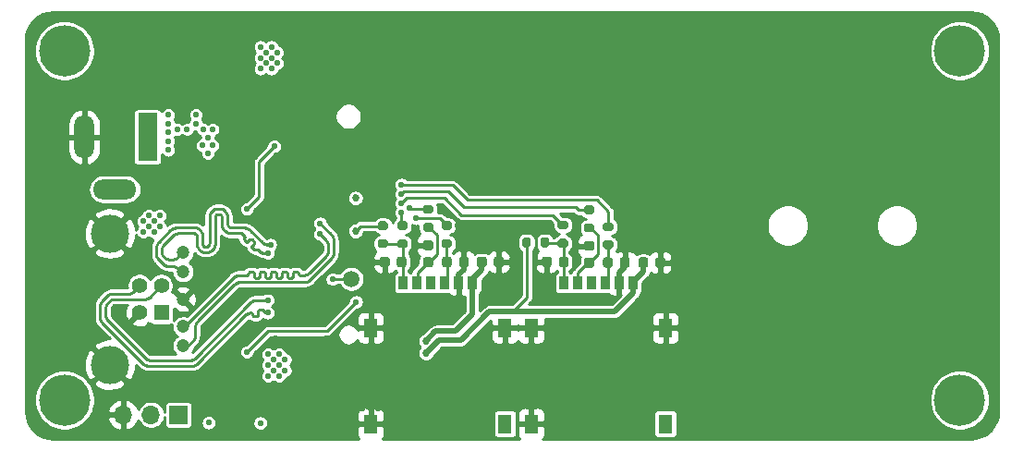
<source format=gbr>
G04 #@! TF.GenerationSoftware,KiCad,Pcbnew,(5.1.9-0-10_14)*
G04 #@! TF.CreationDate,2021-05-09T00:19:33+01:00*
G04 #@! TF.ProjectId,usb3-ngff-carrier,75736233-2d6e-4676-9666-2d6361727269,1*
G04 #@! TF.SameCoordinates,Original*
G04 #@! TF.FileFunction,Copper,L4,Bot*
G04 #@! TF.FilePolarity,Positive*
%FSLAX46Y46*%
G04 Gerber Fmt 4.6, Leading zero omitted, Abs format (unit mm)*
G04 Created by KiCad (PCBNEW (5.1.9-0-10_14)) date 2021-05-09 00:19:33*
%MOMM*%
%LPD*%
G01*
G04 APERTURE LIST*
G04 #@! TA.AperFunction,SMDPad,CuDef*
%ADD10R,0.900000X1.200000*%
G04 #@! TD*
G04 #@! TA.AperFunction,SMDPad,CuDef*
%ADD11R,1.300000X1.800000*%
G04 #@! TD*
G04 #@! TA.AperFunction,ComponentPad*
%ADD12C,3.500000*%
G04 #@! TD*
G04 #@! TA.AperFunction,ComponentPad*
%ADD13C,1.420000*%
G04 #@! TD*
G04 #@! TA.AperFunction,ComponentPad*
%ADD14R,1.420000X1.420000*%
G04 #@! TD*
G04 #@! TA.AperFunction,ComponentPad*
%ADD15C,1.200000*%
G04 #@! TD*
G04 #@! TA.AperFunction,SMDPad,CuDef*
%ADD16C,1.500000*%
G04 #@! TD*
G04 #@! TA.AperFunction,ComponentPad*
%ADD17O,1.700000X1.700000*%
G04 #@! TD*
G04 #@! TA.AperFunction,ComponentPad*
%ADD18R,1.700000X1.700000*%
G04 #@! TD*
G04 #@! TA.AperFunction,ComponentPad*
%ADD19R,1.800000X4.400000*%
G04 #@! TD*
G04 #@! TA.AperFunction,ComponentPad*
%ADD20O,1.800000X4.000000*%
G04 #@! TD*
G04 #@! TA.AperFunction,ComponentPad*
%ADD21O,4.000000X1.800000*%
G04 #@! TD*
G04 #@! TA.AperFunction,ComponentPad*
%ADD22C,4.700000*%
G04 #@! TD*
G04 #@! TA.AperFunction,ViaPad*
%ADD23C,0.550000*%
G04 #@! TD*
G04 #@! TA.AperFunction,ViaPad*
%ADD24C,0.685800*%
G04 #@! TD*
G04 #@! TA.AperFunction,Conductor*
%ADD25C,0.508000*%
G04 #@! TD*
G04 #@! TA.AperFunction,Conductor*
%ADD26C,0.254000*%
G04 #@! TD*
G04 #@! TA.AperFunction,Conductor*
%ADD27C,0.152400*%
G04 #@! TD*
G04 APERTURE END LIST*
D10*
X56075000Y-25280000D03*
X53535000Y-25280000D03*
X50995000Y-25280000D03*
X54805000Y-25280000D03*
X52265000Y-25280000D03*
X49725000Y-25280000D03*
D11*
X59050000Y-29380000D03*
X59050000Y-38180000D03*
X46750000Y-29380000D03*
X46750000Y-38180000D03*
D10*
X41375000Y-25280000D03*
X38835000Y-25280000D03*
X36295000Y-25280000D03*
X40105000Y-25280000D03*
X37565000Y-25280000D03*
X35025000Y-25280000D03*
D11*
X44350000Y-29380000D03*
X44350000Y-38180000D03*
X32050000Y-29380000D03*
X32050000Y-38180000D03*
G04 #@! TA.AperFunction,SMDPad,CuDef*
G36*
G01*
X47575000Y-21825000D02*
X47575000Y-21275000D01*
G75*
G02*
X47775000Y-21075000I200000J0D01*
G01*
X48175000Y-21075000D01*
G75*
G02*
X48375000Y-21275000I0J-200000D01*
G01*
X48375000Y-21825000D01*
G75*
G02*
X48175000Y-22025000I-200000J0D01*
G01*
X47775000Y-22025000D01*
G75*
G02*
X47575000Y-21825000I0J200000D01*
G01*
G37*
G04 #@! TD.AperFunction*
G04 #@! TA.AperFunction,SMDPad,CuDef*
G36*
G01*
X45925000Y-21825000D02*
X45925000Y-21275000D01*
G75*
G02*
X46125000Y-21075000I200000J0D01*
G01*
X46525000Y-21075000D01*
G75*
G02*
X46725000Y-21275000I0J-200000D01*
G01*
X46725000Y-21825000D01*
G75*
G02*
X46525000Y-22025000I-200000J0D01*
G01*
X46125000Y-22025000D01*
G75*
G02*
X45925000Y-21825000I0J200000D01*
G01*
G37*
G04 #@! TD.AperFunction*
G04 #@! TA.AperFunction,SMDPad,CuDef*
G36*
G01*
X32875000Y-21275000D02*
X33425000Y-21275000D01*
G75*
G02*
X33625000Y-21475000I0J-200000D01*
G01*
X33625000Y-21875000D01*
G75*
G02*
X33425000Y-22075000I-200000J0D01*
G01*
X32875000Y-22075000D01*
G75*
G02*
X32675000Y-21875000I0J200000D01*
G01*
X32675000Y-21475000D01*
G75*
G02*
X32875000Y-21275000I200000J0D01*
G01*
G37*
G04 #@! TD.AperFunction*
G04 #@! TA.AperFunction,SMDPad,CuDef*
G36*
G01*
X32875000Y-19625000D02*
X33425000Y-19625000D01*
G75*
G02*
X33625000Y-19825000I0J-200000D01*
G01*
X33625000Y-20225000D01*
G75*
G02*
X33425000Y-20425000I-200000J0D01*
G01*
X32875000Y-20425000D01*
G75*
G02*
X32675000Y-20225000I0J200000D01*
G01*
X32675000Y-19825000D01*
G75*
G02*
X32875000Y-19625000I200000J0D01*
G01*
G37*
G04 #@! TD.AperFunction*
G04 #@! TA.AperFunction,SMDPad,CuDef*
G36*
G01*
X39275000Y-20425000D02*
X38725000Y-20425000D01*
G75*
G02*
X38525000Y-20225000I0J200000D01*
G01*
X38525000Y-19825000D01*
G75*
G02*
X38725000Y-19625000I200000J0D01*
G01*
X39275000Y-19625000D01*
G75*
G02*
X39475000Y-19825000I0J-200000D01*
G01*
X39475000Y-20225000D01*
G75*
G02*
X39275000Y-20425000I-200000J0D01*
G01*
G37*
G04 #@! TD.AperFunction*
G04 #@! TA.AperFunction,SMDPad,CuDef*
G36*
G01*
X39275000Y-22075000D02*
X38725000Y-22075000D01*
G75*
G02*
X38525000Y-21875000I0J200000D01*
G01*
X38525000Y-21475000D01*
G75*
G02*
X38725000Y-21275000I200000J0D01*
G01*
X39275000Y-21275000D01*
G75*
G02*
X39475000Y-21475000I0J-200000D01*
G01*
X39475000Y-21875000D01*
G75*
G02*
X39275000Y-22075000I-200000J0D01*
G01*
G37*
G04 #@! TD.AperFunction*
G04 #@! TA.AperFunction,SMDPad,CuDef*
G36*
G01*
X37550000Y-22275000D02*
X37050000Y-22275000D01*
G75*
G02*
X36825000Y-22050000I0J225000D01*
G01*
X36825000Y-21600000D01*
G75*
G02*
X37050000Y-21375000I225000J0D01*
G01*
X37550000Y-21375000D01*
G75*
G02*
X37775000Y-21600000I0J-225000D01*
G01*
X37775000Y-22050000D01*
G75*
G02*
X37550000Y-22275000I-225000J0D01*
G01*
G37*
G04 #@! TD.AperFunction*
G04 #@! TA.AperFunction,SMDPad,CuDef*
G36*
G01*
X37550000Y-23825000D02*
X37050000Y-23825000D01*
G75*
G02*
X36825000Y-23600000I0J225000D01*
G01*
X36825000Y-23150000D01*
G75*
G02*
X37050000Y-22925000I225000J0D01*
G01*
X37550000Y-22925000D01*
G75*
G02*
X37775000Y-23150000I0J-225000D01*
G01*
X37775000Y-23600000D01*
G75*
G02*
X37550000Y-23825000I-225000J0D01*
G01*
G37*
G04 #@! TD.AperFunction*
G04 #@! TA.AperFunction,SMDPad,CuDef*
G36*
G01*
X49925000Y-20375000D02*
X49375000Y-20375000D01*
G75*
G02*
X49175000Y-20175000I0J200000D01*
G01*
X49175000Y-19775000D01*
G75*
G02*
X49375000Y-19575000I200000J0D01*
G01*
X49925000Y-19575000D01*
G75*
G02*
X50125000Y-19775000I0J-200000D01*
G01*
X50125000Y-20175000D01*
G75*
G02*
X49925000Y-20375000I-200000J0D01*
G01*
G37*
G04 #@! TD.AperFunction*
G04 #@! TA.AperFunction,SMDPad,CuDef*
G36*
G01*
X49925000Y-22025000D02*
X49375000Y-22025000D01*
G75*
G02*
X49175000Y-21825000I0J200000D01*
G01*
X49175000Y-21425000D01*
G75*
G02*
X49375000Y-21225000I200000J0D01*
G01*
X49925000Y-21225000D01*
G75*
G02*
X50125000Y-21425000I0J-200000D01*
G01*
X50125000Y-21825000D01*
G75*
G02*
X49925000Y-22025000I-200000J0D01*
G01*
G37*
G04 #@! TD.AperFunction*
G04 #@! TA.AperFunction,SMDPad,CuDef*
G36*
G01*
X52325000Y-18975000D02*
X51775000Y-18975000D01*
G75*
G02*
X51575000Y-18775000I0J200000D01*
G01*
X51575000Y-18375000D01*
G75*
G02*
X51775000Y-18175000I200000J0D01*
G01*
X52325000Y-18175000D01*
G75*
G02*
X52525000Y-18375000I0J-200000D01*
G01*
X52525000Y-18775000D01*
G75*
G02*
X52325000Y-18975000I-200000J0D01*
G01*
G37*
G04 #@! TD.AperFunction*
G04 #@! TA.AperFunction,SMDPad,CuDef*
G36*
G01*
X52325000Y-20625000D02*
X51775000Y-20625000D01*
G75*
G02*
X51575000Y-20425000I0J200000D01*
G01*
X51575000Y-20025000D01*
G75*
G02*
X51775000Y-19825000I200000J0D01*
G01*
X52325000Y-19825000D01*
G75*
G02*
X52525000Y-20025000I0J-200000D01*
G01*
X52525000Y-20425000D01*
G75*
G02*
X52325000Y-20625000I-200000J0D01*
G01*
G37*
G04 #@! TD.AperFunction*
G04 #@! TA.AperFunction,SMDPad,CuDef*
G36*
G01*
X54075000Y-20525000D02*
X53525000Y-20525000D01*
G75*
G02*
X53325000Y-20325000I0J200000D01*
G01*
X53325000Y-19925000D01*
G75*
G02*
X53525000Y-19725000I200000J0D01*
G01*
X54075000Y-19725000D01*
G75*
G02*
X54275000Y-19925000I0J-200000D01*
G01*
X54275000Y-20325000D01*
G75*
G02*
X54075000Y-20525000I-200000J0D01*
G01*
G37*
G04 #@! TD.AperFunction*
G04 #@! TA.AperFunction,SMDPad,CuDef*
G36*
G01*
X54075000Y-22175000D02*
X53525000Y-22175000D01*
G75*
G02*
X53325000Y-21975000I0J200000D01*
G01*
X53325000Y-21575000D01*
G75*
G02*
X53525000Y-21375000I200000J0D01*
G01*
X54075000Y-21375000D01*
G75*
G02*
X54275000Y-21575000I0J-200000D01*
G01*
X54275000Y-21975000D01*
G75*
G02*
X54075000Y-22175000I-200000J0D01*
G01*
G37*
G04 #@! TD.AperFunction*
G04 #@! TA.AperFunction,SMDPad,CuDef*
G36*
G01*
X48625000Y-23100000D02*
X48625000Y-23600000D01*
G75*
G02*
X48400000Y-23825000I-225000J0D01*
G01*
X47950000Y-23825000D01*
G75*
G02*
X47725000Y-23600000I0J225000D01*
G01*
X47725000Y-23100000D01*
G75*
G02*
X47950000Y-22875000I225000J0D01*
G01*
X48400000Y-22875000D01*
G75*
G02*
X48625000Y-23100000I0J-225000D01*
G01*
G37*
G04 #@! TD.AperFunction*
G04 #@! TA.AperFunction,SMDPad,CuDef*
G36*
G01*
X50175000Y-23100000D02*
X50175000Y-23600000D01*
G75*
G02*
X49950000Y-23825000I-225000J0D01*
G01*
X49500000Y-23825000D01*
G75*
G02*
X49275000Y-23600000I0J225000D01*
G01*
X49275000Y-23100000D01*
G75*
G02*
X49500000Y-22875000I225000J0D01*
G01*
X49950000Y-22875000D01*
G75*
G02*
X50175000Y-23100000I0J-225000D01*
G01*
G37*
G04 #@! TD.AperFunction*
G04 #@! TA.AperFunction,SMDPad,CuDef*
G36*
G01*
X52300000Y-22325000D02*
X51800000Y-22325000D01*
G75*
G02*
X51575000Y-22100000I0J225000D01*
G01*
X51575000Y-21650000D01*
G75*
G02*
X51800000Y-21425000I225000J0D01*
G01*
X52300000Y-21425000D01*
G75*
G02*
X52525000Y-21650000I0J-225000D01*
G01*
X52525000Y-22100000D01*
G75*
G02*
X52300000Y-22325000I-225000J0D01*
G01*
G37*
G04 #@! TD.AperFunction*
G04 #@! TA.AperFunction,SMDPad,CuDef*
G36*
G01*
X52300000Y-23875000D02*
X51800000Y-23875000D01*
G75*
G02*
X51575000Y-23650000I0J225000D01*
G01*
X51575000Y-23200000D01*
G75*
G02*
X51800000Y-22975000I225000J0D01*
G01*
X52300000Y-22975000D01*
G75*
G02*
X52525000Y-23200000I0J-225000D01*
G01*
X52525000Y-23650000D01*
G75*
G02*
X52300000Y-23875000I-225000J0D01*
G01*
G37*
G04 #@! TD.AperFunction*
G04 #@! TA.AperFunction,SMDPad,CuDef*
G36*
G01*
X54875000Y-23650000D02*
X54875000Y-23150000D01*
G75*
G02*
X55100000Y-22925000I225000J0D01*
G01*
X55550000Y-22925000D01*
G75*
G02*
X55775000Y-23150000I0J-225000D01*
G01*
X55775000Y-23650000D01*
G75*
G02*
X55550000Y-23875000I-225000J0D01*
G01*
X55100000Y-23875000D01*
G75*
G02*
X54875000Y-23650000I0J225000D01*
G01*
G37*
G04 #@! TD.AperFunction*
G04 #@! TA.AperFunction,SMDPad,CuDef*
G36*
G01*
X53325000Y-23650000D02*
X53325000Y-23150000D01*
G75*
G02*
X53550000Y-22925000I225000J0D01*
G01*
X54000000Y-22925000D01*
G75*
G02*
X54225000Y-23150000I0J-225000D01*
G01*
X54225000Y-23650000D01*
G75*
G02*
X54000000Y-23875000I-225000J0D01*
G01*
X53550000Y-23875000D01*
G75*
G02*
X53325000Y-23650000I0J225000D01*
G01*
G37*
G04 #@! TD.AperFunction*
G04 #@! TA.AperFunction,SMDPad,CuDef*
G36*
G01*
X58125000Y-23650000D02*
X58125000Y-23150000D01*
G75*
G02*
X58350000Y-22925000I225000J0D01*
G01*
X58800000Y-22925000D01*
G75*
G02*
X59025000Y-23150000I0J-225000D01*
G01*
X59025000Y-23650000D01*
G75*
G02*
X58800000Y-23875000I-225000J0D01*
G01*
X58350000Y-23875000D01*
G75*
G02*
X58125000Y-23650000I0J225000D01*
G01*
G37*
G04 #@! TD.AperFunction*
G04 #@! TA.AperFunction,SMDPad,CuDef*
G36*
G01*
X56575000Y-23650000D02*
X56575000Y-23150000D01*
G75*
G02*
X56800000Y-22925000I225000J0D01*
G01*
X57250000Y-22925000D01*
G75*
G02*
X57475000Y-23150000I0J-225000D01*
G01*
X57475000Y-23650000D01*
G75*
G02*
X57250000Y-23875000I-225000J0D01*
G01*
X56800000Y-23875000D01*
G75*
G02*
X56575000Y-23650000I0J225000D01*
G01*
G37*
G04 #@! TD.AperFunction*
G04 #@! TA.AperFunction,SMDPad,CuDef*
G36*
G01*
X35225000Y-20425000D02*
X34675000Y-20425000D01*
G75*
G02*
X34475000Y-20225000I0J200000D01*
G01*
X34475000Y-19825000D01*
G75*
G02*
X34675000Y-19625000I200000J0D01*
G01*
X35225000Y-19625000D01*
G75*
G02*
X35425000Y-19825000I0J-200000D01*
G01*
X35425000Y-20225000D01*
G75*
G02*
X35225000Y-20425000I-200000J0D01*
G01*
G37*
G04 #@! TD.AperFunction*
G04 #@! TA.AperFunction,SMDPad,CuDef*
G36*
G01*
X35225000Y-22075000D02*
X34675000Y-22075000D01*
G75*
G02*
X34475000Y-21875000I0J200000D01*
G01*
X34475000Y-21475000D01*
G75*
G02*
X34675000Y-21275000I200000J0D01*
G01*
X35225000Y-21275000D01*
G75*
G02*
X35425000Y-21475000I0J-200000D01*
G01*
X35425000Y-21875000D01*
G75*
G02*
X35225000Y-22075000I-200000J0D01*
G01*
G37*
G04 #@! TD.AperFunction*
G04 #@! TA.AperFunction,SMDPad,CuDef*
G36*
G01*
X37575000Y-18925000D02*
X37025000Y-18925000D01*
G75*
G02*
X36825000Y-18725000I0J200000D01*
G01*
X36825000Y-18325000D01*
G75*
G02*
X37025000Y-18125000I200000J0D01*
G01*
X37575000Y-18125000D01*
G75*
G02*
X37775000Y-18325000I0J-200000D01*
G01*
X37775000Y-18725000D01*
G75*
G02*
X37575000Y-18925000I-200000J0D01*
G01*
G37*
G04 #@! TD.AperFunction*
G04 #@! TA.AperFunction,SMDPad,CuDef*
G36*
G01*
X37575000Y-20575000D02*
X37025000Y-20575000D01*
G75*
G02*
X36825000Y-20375000I0J200000D01*
G01*
X36825000Y-19975000D01*
G75*
G02*
X37025000Y-19775000I200000J0D01*
G01*
X37575000Y-19775000D01*
G75*
G02*
X37775000Y-19975000I0J-200000D01*
G01*
X37775000Y-20375000D01*
G75*
G02*
X37575000Y-20575000I-200000J0D01*
G01*
G37*
G04 #@! TD.AperFunction*
G04 #@! TA.AperFunction,SMDPad,CuDef*
G36*
G01*
X33775000Y-23100000D02*
X33775000Y-23600000D01*
G75*
G02*
X33550000Y-23825000I-225000J0D01*
G01*
X33100000Y-23825000D01*
G75*
G02*
X32875000Y-23600000I0J225000D01*
G01*
X32875000Y-23100000D01*
G75*
G02*
X33100000Y-22875000I225000J0D01*
G01*
X33550000Y-22875000D01*
G75*
G02*
X33775000Y-23100000I0J-225000D01*
G01*
G37*
G04 #@! TD.AperFunction*
G04 #@! TA.AperFunction,SMDPad,CuDef*
G36*
G01*
X35325000Y-23100000D02*
X35325000Y-23600000D01*
G75*
G02*
X35100000Y-23825000I-225000J0D01*
G01*
X34650000Y-23825000D01*
G75*
G02*
X34425000Y-23600000I0J225000D01*
G01*
X34425000Y-23100000D01*
G75*
G02*
X34650000Y-22875000I225000J0D01*
G01*
X35100000Y-22875000D01*
G75*
G02*
X35325000Y-23100000I0J-225000D01*
G01*
G37*
G04 #@! TD.AperFunction*
G04 #@! TA.AperFunction,SMDPad,CuDef*
G36*
G01*
X40125000Y-23600000D02*
X40125000Y-23100000D01*
G75*
G02*
X40350000Y-22875000I225000J0D01*
G01*
X40800000Y-22875000D01*
G75*
G02*
X41025000Y-23100000I0J-225000D01*
G01*
X41025000Y-23600000D01*
G75*
G02*
X40800000Y-23825000I-225000J0D01*
G01*
X40350000Y-23825000D01*
G75*
G02*
X40125000Y-23600000I0J225000D01*
G01*
G37*
G04 #@! TD.AperFunction*
G04 #@! TA.AperFunction,SMDPad,CuDef*
G36*
G01*
X38575000Y-23600000D02*
X38575000Y-23100000D01*
G75*
G02*
X38800000Y-22875000I225000J0D01*
G01*
X39250000Y-22875000D01*
G75*
G02*
X39475000Y-23100000I0J-225000D01*
G01*
X39475000Y-23600000D01*
G75*
G02*
X39250000Y-23825000I-225000J0D01*
G01*
X38800000Y-23825000D01*
G75*
G02*
X38575000Y-23600000I0J225000D01*
G01*
G37*
G04 #@! TD.AperFunction*
G04 #@! TA.AperFunction,SMDPad,CuDef*
G36*
G01*
X43325000Y-23600000D02*
X43325000Y-23100000D01*
G75*
G02*
X43550000Y-22875000I225000J0D01*
G01*
X44000000Y-22875000D01*
G75*
G02*
X44225000Y-23100000I0J-225000D01*
G01*
X44225000Y-23600000D01*
G75*
G02*
X44000000Y-23825000I-225000J0D01*
G01*
X43550000Y-23825000D01*
G75*
G02*
X43325000Y-23600000I0J225000D01*
G01*
G37*
G04 #@! TD.AperFunction*
G04 #@! TA.AperFunction,SMDPad,CuDef*
G36*
G01*
X41775000Y-23600000D02*
X41775000Y-23100000D01*
G75*
G02*
X42000000Y-22875000I225000J0D01*
G01*
X42450000Y-22875000D01*
G75*
G02*
X42675000Y-23100000I0J-225000D01*
G01*
X42675000Y-23600000D01*
G75*
G02*
X42450000Y-23825000I-225000J0D01*
G01*
X42000000Y-23825000D01*
G75*
G02*
X41775000Y-23600000I0J225000D01*
G01*
G37*
G04 #@! TD.AperFunction*
D12*
X8150000Y-20730000D03*
X8150000Y-32770000D03*
D13*
X10860000Y-25500000D03*
X10860000Y-28000000D03*
X12859999Y-25500000D03*
D14*
X12859999Y-28000000D03*
D15*
X14860000Y-22500000D03*
X14860000Y-24250000D03*
X14860000Y-31000000D03*
X14860000Y-29250000D03*
X14860000Y-26750000D03*
D16*
X30275000Y-24900000D03*
D17*
X9370000Y-37350000D03*
X11910000Y-37350000D03*
D18*
X14450000Y-37350000D03*
D19*
X11600000Y-11900000D03*
D20*
X5800000Y-11900000D03*
D21*
X8600000Y-16700000D03*
D22*
X4000000Y-36000000D03*
X86000000Y-36000000D03*
X86000000Y-4000000D03*
X4000000Y-4000000D03*
D23*
X17550000Y-12675000D03*
X16650000Y-12675000D03*
X17125000Y-13400000D03*
X27600000Y-28500000D03*
X27600000Y-27600000D03*
X19950000Y-22700000D03*
X6050000Y-6700000D03*
X7350000Y-7400000D03*
X6550000Y-7400000D03*
X26700000Y-28500000D03*
X26700000Y-27600000D03*
X23200000Y-18800000D03*
X29125000Y-3100000D03*
X29875000Y-3100000D03*
X30625000Y-3100000D03*
X31375000Y-3100000D03*
X32125000Y-3100000D03*
X32875000Y-3100000D03*
X25600000Y-38650000D03*
X25200000Y-37850000D03*
X27600000Y-37850000D03*
X26400000Y-38650000D03*
X26000000Y-37850000D03*
X26800000Y-37850000D03*
X27200000Y-38650000D03*
X27275000Y-1075000D03*
X27675000Y-1875000D03*
X25275000Y-1875000D03*
X26475000Y-1075000D03*
X26875000Y-1875000D03*
X26075000Y-1875000D03*
X25675000Y-1075000D03*
X20750000Y-16700000D03*
X47500000Y-7500000D03*
X50000000Y-7500000D03*
X52500000Y-7500000D03*
X55000000Y-7500000D03*
X57500000Y-7500000D03*
X60000000Y-7500000D03*
X62500000Y-7500000D03*
X65000000Y-7500000D03*
X67500000Y-7500000D03*
X70000000Y-7500000D03*
X72500000Y-7500000D03*
X75000000Y-7500000D03*
X77500000Y-7500000D03*
X80000000Y-7500000D03*
X82500000Y-7500000D03*
X85000000Y-7500000D03*
X87500000Y-7500000D03*
X87500000Y-10000000D03*
X85000000Y-10000000D03*
X87500000Y-32500000D03*
X87500000Y-30000000D03*
X87500000Y-27500000D03*
X87500000Y-25000000D03*
X87500000Y-22500000D03*
X87500000Y-20000000D03*
X87500000Y-20000000D03*
X87500000Y-15000000D03*
X87500000Y-17500000D03*
X87500000Y-12500000D03*
X85000000Y-12500000D03*
X82500000Y-10000000D03*
X82500000Y-12500000D03*
X80000000Y-10000000D03*
X80000000Y-12500000D03*
X77500000Y-10000000D03*
X77500000Y-12500000D03*
X75000000Y-10000000D03*
X75000000Y-12500000D03*
X72500000Y-10000000D03*
X72500000Y-12500000D03*
X70000000Y-10000000D03*
X70000000Y-10000000D03*
X67500000Y-10000000D03*
X67500000Y-12500000D03*
X70000000Y-12500000D03*
X65000000Y-12500000D03*
X65000000Y-10000000D03*
X62500000Y-10000000D03*
X62500000Y-12500000D03*
X60000000Y-12500000D03*
X57500000Y-10000000D03*
X60000000Y-10000000D03*
X57500000Y-12500000D03*
X55000000Y-12500000D03*
X55000000Y-10000000D03*
X52500000Y-10000000D03*
X52500000Y-12500000D03*
X50000000Y-12500000D03*
X50000000Y-10000000D03*
X47500000Y-10000000D03*
X47500000Y-12500000D03*
X45000000Y-12500000D03*
X45000000Y-10000000D03*
X50000000Y-15000000D03*
X52500000Y-15000000D03*
X55000000Y-15000000D03*
X57500000Y-15000000D03*
X60000000Y-15000000D03*
X62500000Y-15000000D03*
X65000000Y-15000000D03*
X67500000Y-15000000D03*
X70000000Y-15000000D03*
X72500000Y-15000000D03*
X75000000Y-15000000D03*
X77500000Y-15000000D03*
X80000000Y-15000000D03*
X82500000Y-15000000D03*
X85000000Y-15000000D03*
X85000000Y-17500000D03*
X75000000Y-17500000D03*
X75000000Y-20000000D03*
X75000000Y-22500000D03*
X77500000Y-25000000D03*
X75000000Y-25000000D03*
X80000000Y-25000000D03*
X82500000Y-25000000D03*
X85000000Y-25000000D03*
X85000000Y-22500000D03*
X85000000Y-20000000D03*
X72500000Y-25000000D03*
X70000000Y-25000000D03*
X67500000Y-25000000D03*
X85000000Y-27500000D03*
X82500000Y-27500000D03*
X85000000Y-30000000D03*
X82500000Y-30000000D03*
X85000000Y-32500000D03*
X82500000Y-32500000D03*
X82500000Y-35000000D03*
X82500000Y-5000000D03*
X80000000Y-5000000D03*
X77500000Y-5000000D03*
X75000000Y-5000000D03*
X72500000Y-5000000D03*
X70000000Y-5000000D03*
X67500000Y-5000000D03*
X65000000Y-5000000D03*
X62500000Y-5000000D03*
X60000000Y-5000000D03*
X57500000Y-5000000D03*
X55000000Y-5000000D03*
X52500000Y-5000000D03*
X50000000Y-5000000D03*
X47500000Y-5000000D03*
X45000000Y-7500000D03*
X42500000Y-10000000D03*
X42500000Y-12500000D03*
X67500000Y-27500000D03*
X70000000Y-27500000D03*
X67500000Y-30000000D03*
X70000000Y-30000000D03*
X67500000Y-32500000D03*
X70000000Y-32500000D03*
X70000000Y-35000000D03*
X67500000Y-35000000D03*
X72500000Y-27500000D03*
X80000000Y-27500000D03*
X77500000Y-27500000D03*
X75000000Y-27500000D03*
X72500000Y-30000000D03*
X75000000Y-30000000D03*
X77500000Y-30000000D03*
X80000000Y-30000000D03*
X80000000Y-32500000D03*
X77500000Y-32500000D03*
X72500000Y-32500000D03*
X75000000Y-32500000D03*
X72500000Y-35000000D03*
X75000000Y-35000000D03*
X77500000Y-35000000D03*
X80000000Y-35000000D03*
X12500000Y-34000000D03*
X13500000Y-34000000D03*
X14500000Y-34000000D03*
X15500000Y-34000000D03*
X16500000Y-34000000D03*
X29000000Y-36750000D03*
X29750000Y-36750000D03*
X30500000Y-36750000D03*
X31250000Y-36750000D03*
X32000000Y-36750000D03*
X32750000Y-36750000D03*
X23300000Y-30300000D03*
X22600000Y-28900000D03*
X26700000Y-26700000D03*
X27400000Y-14250000D03*
X27400000Y-15800000D03*
X27400000Y-17400000D03*
X37300000Y-12100000D03*
X35600000Y-32050000D03*
X35600000Y-33350000D03*
X33700000Y-35600000D03*
X27450000Y-25850000D03*
X13400000Y-30100000D03*
X13400000Y-30900000D03*
X12800000Y-31300000D03*
X12800000Y-30500000D03*
X12800000Y-29700000D03*
X36400000Y-32700000D03*
X65000000Y-25000000D03*
X62500000Y-25000000D03*
X62500000Y-27500000D03*
X65000000Y-27500000D03*
X62500000Y-30000000D03*
X65000000Y-30000000D03*
X62500000Y-32500000D03*
X65000000Y-32500000D03*
X65000000Y-35000000D03*
X62500000Y-35000000D03*
X57500000Y-20000000D03*
X60000000Y-20000000D03*
X62500000Y-20000000D03*
X65000000Y-20000000D03*
X65000000Y-17500000D03*
X62500000Y-17500000D03*
X60000000Y-17500000D03*
X57500000Y-17500000D03*
X47500000Y-15000000D03*
X40000000Y-15000000D03*
X42500000Y-15000000D03*
X45000000Y-15000000D03*
X38100000Y-11400000D03*
X28550000Y-9850000D03*
X27950000Y-30350000D03*
X23200000Y-16300000D03*
X23200000Y-15050000D03*
X23200000Y-13900000D03*
X20750000Y-15700000D03*
X23200000Y-11550000D03*
X7800000Y-25000000D03*
X7000000Y-25600000D03*
X6300000Y-26400000D03*
X6200000Y-27600000D03*
X6200000Y-28800000D03*
X6800000Y-29800000D03*
X19600000Y-31000000D03*
X20400000Y-30200000D03*
X21200000Y-29400000D03*
X28550000Y-15050000D03*
X28550000Y-16450000D03*
X27400000Y-10900000D03*
X27400000Y-12550000D03*
X28550000Y-11600000D03*
X40000000Y-12500000D03*
X40000000Y-10000000D03*
X42500000Y-7500000D03*
X45000000Y-5000000D03*
X67500000Y-17500000D03*
X72500000Y-17500000D03*
X72500000Y-22500000D03*
X67500000Y-22500000D03*
X77500000Y-17500000D03*
X82500000Y-17500000D03*
X82500000Y-22500000D03*
X77500000Y-22500000D03*
X22300000Y-18150000D03*
X23200000Y-17550000D03*
X13000000Y-7400000D03*
X12200000Y-7400000D03*
X11400000Y-7400000D03*
X10600000Y-7400000D03*
X9800000Y-7400000D03*
X9000000Y-7400000D03*
X8200000Y-7400000D03*
X23250000Y-10300000D03*
X23250000Y-9150000D03*
X17100000Y-7350000D03*
X16120000Y-7400000D03*
X16110000Y-8350000D03*
X65000000Y-22500000D03*
X62500000Y-22500000D03*
X60000000Y-25000000D03*
X60000000Y-27500000D03*
X57500000Y-25000000D03*
X57500000Y-27500000D03*
X60000000Y-32500000D03*
X57500000Y-32500000D03*
X60000000Y-35000000D03*
X57500000Y-35000000D03*
X55000000Y-17500000D03*
X47500000Y-25000000D03*
X45000000Y-25000000D03*
X42800000Y-25000000D03*
X55000000Y-32500000D03*
X52500000Y-32500000D03*
X50000000Y-32500000D03*
X47500000Y-32500000D03*
X47500000Y-35000000D03*
X45000000Y-32500000D03*
X45000000Y-35000000D03*
X42500000Y-32500000D03*
X42500000Y-30000000D03*
X60000000Y-22500000D03*
X55000000Y-20000000D03*
X45000000Y-22500000D03*
X40000000Y-20000000D03*
X40600000Y-21900000D03*
X50800000Y-21800000D03*
X36100000Y-22100000D03*
X36100000Y-23100000D03*
X36100000Y-21100000D03*
X50800000Y-20800000D03*
X50800000Y-22800000D03*
X53700000Y-26800000D03*
X52900000Y-26800000D03*
X52100000Y-26800000D03*
X41400000Y-21900000D03*
X42200000Y-21900000D03*
X55300000Y-21900000D03*
X56100000Y-21900000D03*
X56900000Y-21900000D03*
X37300000Y-10600000D03*
X45000000Y-20000000D03*
X42500000Y-20000000D03*
X39400000Y-26900000D03*
X14950000Y-7400000D03*
X13850000Y-7400000D03*
X57500000Y-30000000D03*
X40400000Y-26900000D03*
X50800000Y-19800000D03*
X48400000Y-25000000D03*
X47950000Y-25800000D03*
X47500000Y-20000000D03*
X33300000Y-25450000D03*
X28550000Y-13400000D03*
X17250000Y-24650000D03*
X16450000Y-23500000D03*
X16450000Y-26000000D03*
X18500000Y-22750000D03*
X17100000Y-29450000D03*
X18500000Y-28000000D03*
X19900000Y-26650000D03*
X28550000Y-18550000D03*
X27400000Y-22100000D03*
X28550000Y-24000000D03*
X29900000Y-22250000D03*
X19300000Y-23800000D03*
X12700000Y-19100000D03*
X11200000Y-19600000D03*
X11700000Y-19100000D03*
X12200000Y-20600000D03*
X11200000Y-20600000D03*
X12200000Y-19600000D03*
X11700000Y-20100000D03*
X12700000Y-20100000D03*
X22600000Y-28000000D03*
X20700000Y-31600000D03*
X30700000Y-27000000D03*
X36200000Y-19350000D03*
X35564957Y-18414440D03*
X34850000Y-18850000D03*
D24*
X30650000Y-20500000D03*
X37100000Y-30600000D03*
D23*
X22600000Y-26850000D03*
X28533531Y-24925596D03*
X22650000Y-22550000D03*
X22850000Y-21750000D03*
X27400727Y-20806813D03*
X27400000Y-19800000D03*
X23200000Y-12750000D03*
X20700000Y-18500000D03*
X13490000Y-12290000D03*
X13490000Y-13090000D03*
X13490000Y-11490000D03*
X17150000Y-11925000D03*
X17575000Y-11200000D03*
X16675000Y-11200000D03*
X16025000Y-9850000D03*
X13490000Y-9860000D03*
X13490000Y-10680000D03*
X16025000Y-10675000D03*
X14325000Y-11200000D03*
X15225000Y-11200000D03*
X21950000Y-3640000D03*
X22450000Y-4140000D03*
X23450000Y-4140000D03*
X22950000Y-3640000D03*
X21950000Y-4640000D03*
X22950000Y-5640000D03*
X22450000Y-5140000D03*
X21950000Y-5640000D03*
X23450000Y-5140000D03*
X22950000Y-4640000D03*
X24200000Y-32300000D03*
X24200000Y-33300000D03*
X22650000Y-33800000D03*
X22650000Y-32800000D03*
X22650000Y-31800000D03*
X23150000Y-32300000D03*
X23150000Y-33300000D03*
X23650000Y-33800000D03*
X23650000Y-32800000D03*
X23650000Y-31800000D03*
X17200000Y-38075000D03*
X21925000Y-38100000D03*
D24*
X30650000Y-17500000D03*
X37100000Y-31700000D03*
D23*
X34850000Y-16250000D03*
X34850000Y-17950000D03*
X34850000Y-17100000D03*
D25*
X40100000Y-25225000D02*
X40100000Y-24500000D01*
X40550000Y-24050000D02*
X40550000Y-23500000D01*
X40100000Y-24500000D02*
X40550000Y-24050000D01*
X40155000Y-25280000D02*
X40100000Y-25225000D01*
X54800000Y-24350000D02*
X54800000Y-24900000D01*
X55325000Y-23825000D02*
X54800000Y-24350000D01*
X55325000Y-23400000D02*
X55325000Y-23825000D01*
D26*
X47150000Y-20350000D02*
X47500000Y-20000000D01*
X47150000Y-23250000D02*
X47150000Y-20350000D01*
X47250000Y-23350000D02*
X47150000Y-23250000D01*
X48175000Y-23350000D02*
X47250000Y-23350000D01*
X16019499Y-32764131D02*
X16044527Y-32748282D01*
X15912542Y-32814718D02*
X15940181Y-32804056D01*
X8232252Y-26261596D02*
X8203348Y-26268087D01*
X15709212Y-32850000D02*
X15738826Y-32849272D01*
X11581629Y-32847093D02*
X11611173Y-32849272D01*
X11494136Y-32831912D02*
X11523040Y-32838402D01*
X11465585Y-32824010D02*
X11494136Y-32831912D01*
X15768370Y-32847093D02*
X15797771Y-32843467D01*
X7257597Y-28572959D02*
X7264087Y-28601863D01*
X11437456Y-32814718D02*
X11465585Y-32824010D01*
X11409817Y-32804057D02*
X11437456Y-32814718D01*
X11382735Y-32792052D02*
X11409817Y-32804057D01*
X7252584Y-27266731D02*
X7248928Y-27296368D01*
X15940181Y-32804056D02*
X15967263Y-32792051D01*
X7347716Y-28790527D02*
X7364774Y-28814747D01*
X11281251Y-32731224D02*
X11305471Y-32748282D01*
X11257897Y-32712999D02*
X11281251Y-32731224D01*
X11235466Y-32693649D02*
X11257897Y-32712999D01*
X7422776Y-28881988D02*
X11214011Y-32673223D01*
X7382999Y-28838101D02*
X7402349Y-28860532D01*
X7364774Y-28814747D02*
X7382999Y-28838101D01*
X11305471Y-32748282D02*
X11330499Y-32764131D01*
X7303947Y-28713263D02*
X7317266Y-28739724D01*
X7257689Y-27237310D02*
X7252584Y-27266731D01*
X8091947Y-26307947D02*
X8065486Y-26321266D01*
X7264087Y-28601863D02*
X7271988Y-28630413D01*
X16044527Y-32748282D02*
X16068747Y-32731224D01*
X15855863Y-32831911D02*
X15884413Y-32824010D01*
X15797771Y-32843467D02*
X15826959Y-32838402D01*
X7252532Y-28543771D02*
X7257597Y-28572959D01*
X7271988Y-28630413D02*
X7281281Y-28658542D01*
X11356274Y-32778732D02*
X11382735Y-32792052D01*
X7248906Y-28514370D02*
X7252532Y-28543771D01*
X7246000Y-27356000D02*
X7246000Y-28455212D01*
X8146668Y-26285280D02*
X8119029Y-26295942D01*
X7246732Y-27326148D02*
X7246000Y-27356000D01*
X10195315Y-26148282D02*
X10170287Y-26164131D01*
X7292309Y-27123182D02*
X7281562Y-27151042D01*
X7332554Y-27043229D02*
X7317836Y-27069210D01*
X7348529Y-27018001D02*
X7332554Y-27043229D01*
X8039711Y-26335867D02*
X8014683Y-26351716D01*
X7365723Y-26993587D02*
X7348529Y-27018001D01*
X15967263Y-32792051D02*
X15993724Y-32778732D01*
X7246000Y-28455212D02*
X7246727Y-28484826D01*
X16068747Y-32731224D02*
X16092101Y-32712999D01*
X7403599Y-26947435D02*
X7384095Y-26970046D01*
X7424190Y-26925809D02*
X7403599Y-26947435D01*
X7944677Y-26406349D02*
X7923223Y-26426776D01*
X7923223Y-26426776D02*
X7424190Y-26925809D01*
X8065486Y-26321266D02*
X8039711Y-26335867D01*
X7990463Y-26368774D02*
X7967109Y-26386999D01*
X7264231Y-27208175D02*
X7257689Y-27237310D01*
X11552228Y-32843467D02*
X11581629Y-32847093D01*
X8014683Y-26351716D02*
X7990463Y-26368774D01*
X7281562Y-27151042D02*
X7272195Y-27179396D01*
X7317836Y-27069210D02*
X7304410Y-27095883D01*
X8119029Y-26295942D02*
X8091947Y-26307947D01*
X8290841Y-26252905D02*
X8261440Y-26256532D01*
X8174797Y-26275988D02*
X8146668Y-26285280D01*
X9860000Y-26250000D02*
X8350000Y-26250000D01*
X11611173Y-32849272D02*
X11640788Y-32850000D01*
X8203348Y-26268087D02*
X8174797Y-26275988D01*
X10144512Y-26178732D02*
X10118051Y-26192052D01*
X7291942Y-28686181D02*
X7303947Y-28713263D01*
X8320385Y-26250726D02*
X8290841Y-26252905D01*
X9948559Y-26243467D02*
X9919158Y-26247093D01*
X8350000Y-26250000D02*
X8320385Y-26250726D01*
X9889614Y-26249272D02*
X9860000Y-26250000D01*
X15993724Y-32778732D02*
X16019499Y-32764131D01*
X7331868Y-28765499D02*
X7347716Y-28790527D01*
X15738826Y-32849272D02*
X15768370Y-32847093D01*
X7317266Y-28739724D02*
X7331868Y-28765499D01*
X10170287Y-26164131D02*
X10144512Y-26178732D01*
X15884413Y-32824010D02*
X15912542Y-32814718D01*
X7281281Y-28658542D02*
X7291942Y-28686181D01*
X15826959Y-32838402D02*
X15855863Y-32831911D01*
X7246727Y-28484826D02*
X7248906Y-28514370D01*
X11640788Y-32850000D02*
X15709212Y-32850000D01*
X9919158Y-26247093D02*
X9889614Y-26249272D01*
X10006651Y-26231911D02*
X9977747Y-26238402D01*
X10118051Y-26192052D02*
X10090969Y-26204056D01*
X8261440Y-26256532D02*
X8232252Y-26261596D01*
X7248928Y-27296368D02*
X7246732Y-27326148D01*
X10063330Y-26214718D02*
X10035202Y-26224010D01*
X16092101Y-32712999D02*
X16114532Y-32693649D01*
X11214011Y-32673223D02*
X11235466Y-32693649D01*
X10090969Y-26204056D02*
X10063330Y-26214718D01*
X11523040Y-32838402D02*
X11552228Y-32843467D01*
X7384095Y-26970046D02*
X7365723Y-26993587D01*
X10035202Y-26224010D02*
X10006651Y-26231911D01*
X11330499Y-32764131D02*
X11356274Y-32778732D01*
X10219535Y-26131224D02*
X10195315Y-26148282D01*
X7304410Y-27095883D02*
X7292309Y-27123182D01*
X16114532Y-32693649D02*
X16135988Y-32673223D01*
X7402349Y-28860532D02*
X7422776Y-28881988D01*
X10265320Y-26093649D02*
X10242889Y-26112999D01*
X7967109Y-26386999D02*
X7944677Y-26406349D01*
X9977747Y-26238402D02*
X9948559Y-26243467D01*
X10242889Y-26112999D02*
X10219535Y-26131224D01*
X10286776Y-26073223D02*
X10265320Y-26093649D01*
X7272195Y-27179396D02*
X7264231Y-27208175D01*
X10860000Y-25500000D02*
X10286776Y-26073223D01*
X20676321Y-28136999D02*
X20699675Y-28118774D01*
X21219414Y-28127756D02*
X21227653Y-28200888D01*
X22286061Y-27938132D02*
X22312080Y-27964151D01*
X21731534Y-28164322D02*
X21731534Y-28000000D01*
X22414534Y-28000000D02*
X22600000Y-28000000D01*
X21804080Y-27707205D02*
X21835237Y-27687628D01*
X21715261Y-28235619D02*
X21727414Y-28200888D01*
X20855880Y-28035280D02*
X20884009Y-28025988D01*
X22188343Y-27707205D02*
X22214362Y-27733224D01*
X20884009Y-28025988D02*
X20912560Y-28018087D01*
X21906534Y-27671355D02*
X22085890Y-27671355D01*
X21695684Y-28266776D02*
X21715261Y-28235619D01*
X22254331Y-27872244D02*
X22266484Y-27906975D01*
X22266484Y-27906975D02*
X22286061Y-27938132D01*
X20941464Y-28011596D02*
X20970652Y-28006532D01*
X21029597Y-28000726D02*
X21059212Y-28000000D01*
X16135988Y-32673223D02*
X20632435Y-28176776D01*
X21387856Y-28328645D02*
X21567212Y-28328645D01*
X22157186Y-27687628D02*
X22188343Y-27707205D01*
X21207261Y-28093025D02*
X21219414Y-28127756D01*
X21869968Y-27675475D02*
X21906534Y-27671355D01*
X20774698Y-28071266D02*
X20801159Y-28057947D01*
X21742212Y-28000000D02*
X21742212Y-27835677D01*
X21187684Y-28061868D02*
X21207261Y-28093025D01*
X21000053Y-28002905D02*
X21029597Y-28000726D01*
X21239806Y-28235619D02*
X21259383Y-28266776D01*
X22343237Y-27983728D02*
X22377968Y-27995881D01*
X22122455Y-27675475D02*
X22157186Y-27687628D01*
X20828241Y-28045942D02*
X20855880Y-28035280D01*
X21778061Y-27733224D02*
X21804080Y-27707205D01*
X20632435Y-28176776D02*
X20653889Y-28156349D01*
X21638508Y-28312372D02*
X21669665Y-28292795D01*
X20653889Y-28156349D02*
X20676321Y-28136999D01*
X20699675Y-28118774D02*
X20723895Y-28101716D01*
X20723895Y-28101716D02*
X20748923Y-28085867D01*
X20748923Y-28085867D02*
X20774698Y-28071266D01*
X20801159Y-28057947D02*
X20828241Y-28045942D01*
X20912560Y-28018087D02*
X20941464Y-28011596D01*
X20970652Y-28006532D02*
X21000053Y-28002905D01*
X21059212Y-28000000D02*
X21095777Y-28004119D01*
X21095777Y-28004119D02*
X21130508Y-28016272D01*
X21130508Y-28016272D02*
X21161665Y-28035849D01*
X21161665Y-28035849D02*
X21187684Y-28061868D01*
X21227653Y-28200888D02*
X21239806Y-28235619D01*
X21259383Y-28266776D02*
X21285402Y-28292795D01*
X21285402Y-28292795D02*
X21316559Y-28312372D01*
X21316559Y-28312372D02*
X21351290Y-28324525D01*
X21351290Y-28324525D02*
X21387856Y-28328645D01*
X21567212Y-28328645D02*
X21603777Y-28324525D01*
X21603777Y-28324525D02*
X21638508Y-28312372D01*
X21669665Y-28292795D02*
X21695684Y-28266776D01*
X21727414Y-28200888D02*
X21731534Y-28164322D01*
X21731534Y-28000000D02*
X21742212Y-28000000D01*
X21742212Y-27835677D02*
X21746331Y-27799112D01*
X21746331Y-27799112D02*
X21758484Y-27764381D01*
X21758484Y-27764381D02*
X21778061Y-27733224D01*
X21835237Y-27687628D02*
X21869968Y-27675475D01*
X22085890Y-27671355D02*
X22122455Y-27675475D01*
X22214362Y-27733224D02*
X22233939Y-27764381D01*
X22233939Y-27764381D02*
X22246092Y-27799112D01*
X22246092Y-27799112D02*
X22254331Y-27872244D01*
X22312080Y-27964151D02*
X22343237Y-27983728D01*
X22377968Y-27995881D02*
X22414534Y-28000000D01*
X22600000Y-28000000D02*
X22600000Y-28000000D01*
X28025000Y-29675000D02*
X30700000Y-27000000D01*
X22625000Y-29675000D02*
X28025000Y-29675000D01*
X20700000Y-31600000D02*
X22625000Y-29675000D01*
X39000000Y-20025000D02*
X39000000Y-20050000D01*
X38400000Y-19350000D02*
X39000000Y-19950000D01*
X36200000Y-19350000D02*
X38400000Y-19350000D01*
X35650517Y-18500000D02*
X37300000Y-18500000D01*
X35564957Y-18414440D02*
X35650517Y-18500000D01*
X34850000Y-19975000D02*
X34900000Y-20025000D01*
X34850000Y-18850000D02*
X34850000Y-19975000D01*
X41425000Y-25280000D02*
X41425000Y-25525000D01*
D25*
X42225000Y-23350000D02*
X42225000Y-24075000D01*
X42225000Y-24075000D02*
X41300000Y-25000000D01*
X38000000Y-29700000D02*
X37100000Y-30600000D01*
X39800000Y-29700000D02*
X38000000Y-29700000D01*
X41375000Y-28125000D02*
X39800000Y-29700000D01*
X41375000Y-25280000D02*
X41375000Y-28125000D01*
D26*
X31100000Y-20050000D02*
X30650000Y-20500000D01*
X33125000Y-20050000D02*
X31100000Y-20050000D01*
X33150000Y-20025000D02*
X33125000Y-20050000D01*
X15873677Y-32212999D02*
X15896108Y-32193649D01*
X15850323Y-32231224D02*
X15873677Y-32212999D01*
X15801075Y-32264131D02*
X15826103Y-32248282D01*
X15775300Y-32278732D02*
X15801075Y-32264131D01*
X15748839Y-32292051D02*
X15775300Y-32278732D01*
X15579347Y-32343467D02*
X15608535Y-32338402D01*
X11859212Y-32350000D02*
X15490788Y-32350000D01*
X11379614Y-26749272D02*
X11350000Y-26750000D01*
X11770652Y-32343467D02*
X11800053Y-32347093D01*
X11741464Y-32338402D02*
X11770652Y-32343467D01*
X15490788Y-32350000D02*
X15520402Y-32349272D01*
X15608535Y-32338402D02*
X15637439Y-32331911D01*
X11712560Y-32331912D02*
X11741464Y-32338402D01*
X15826103Y-32248282D02*
X15850323Y-32231224D01*
X11755320Y-26593649D02*
X11732889Y-26612999D01*
X8188109Y-26886999D02*
X8165677Y-26906349D01*
X11684009Y-32324010D02*
X11712560Y-32331912D01*
X15896108Y-32193649D02*
X15917564Y-32173223D01*
X15520402Y-32349272D02*
X15549946Y-32347093D01*
X7779988Y-27391797D02*
X7772087Y-27420348D01*
X11628241Y-32304057D02*
X11655880Y-32314718D01*
X11438559Y-26743467D02*
X11409158Y-26747093D01*
X11499675Y-32231224D02*
X11523895Y-32248282D01*
X11476321Y-32212999D02*
X11499675Y-32231224D01*
X7765597Y-28362535D02*
X7772087Y-28391439D01*
X11432435Y-32173223D02*
X11453890Y-32193649D01*
X7890999Y-28627677D02*
X7910349Y-28650108D01*
X7872774Y-28604323D02*
X7890999Y-28627677D01*
X8511841Y-26752905D02*
X8482440Y-26756532D01*
X11655880Y-32314718D02*
X11684009Y-32324010D01*
X11523895Y-32248282D02*
X11548923Y-32264131D01*
X8312947Y-26807947D02*
X8286486Y-26821266D01*
X11608051Y-26692052D02*
X11580969Y-26704056D01*
X7930776Y-28671564D02*
X11432435Y-32173223D01*
X11634512Y-26678732D02*
X11608051Y-26692052D01*
X7855716Y-28580103D02*
X7872774Y-28604323D01*
X7811947Y-28502839D02*
X7825266Y-28529300D01*
X7825266Y-28529300D02*
X7839868Y-28555075D01*
X7799942Y-28475757D02*
X7811947Y-28502839D01*
X11453890Y-32193649D02*
X11476321Y-32212999D01*
X7779988Y-28419989D02*
X7789281Y-28448118D01*
X7772087Y-28391439D02*
X7779988Y-28419989D01*
X7756906Y-28303946D02*
X7760532Y-28333347D01*
X7754727Y-28274402D02*
X7756906Y-28303946D01*
X7754000Y-28244788D02*
X7754727Y-28274402D01*
X7839868Y-28555075D02*
X7855716Y-28580103D01*
X8453252Y-26761596D02*
X8424348Y-26768087D01*
X7754000Y-27567000D02*
X7754000Y-28244788D01*
X15665989Y-32324010D02*
X15694118Y-32314718D01*
X7754726Y-27537385D02*
X7754000Y-27567000D01*
X12850000Y-25500000D02*
X11776776Y-26573223D01*
X7760532Y-27478440D02*
X7756905Y-27507841D01*
X8571000Y-26750000D02*
X8541385Y-26750726D01*
X7799942Y-27336029D02*
X7789280Y-27363668D01*
X7811946Y-27308947D02*
X7799942Y-27336029D01*
X7825266Y-27282486D02*
X7811946Y-27308947D01*
X11800053Y-32347093D02*
X11829597Y-32349272D01*
X7756905Y-27507841D02*
X7754726Y-27537385D01*
X8482440Y-26756532D02*
X8453252Y-26761596D01*
X7839867Y-27256711D02*
X7825266Y-27282486D01*
X11601159Y-32292052D02*
X11628241Y-32304057D01*
X7855716Y-27231683D02*
X7839867Y-27256711D01*
X7872773Y-27207463D02*
X7855716Y-27231683D01*
X7910348Y-27161677D02*
X7890999Y-27184109D01*
X7930776Y-27140223D02*
X7910348Y-27161677D01*
X8165677Y-26906349D02*
X8144223Y-26926776D01*
X8260711Y-26835867D02*
X8235683Y-26851716D01*
X8286486Y-26821266D02*
X8260711Y-26835867D01*
X8541385Y-26750726D02*
X8511841Y-26752905D01*
X8144223Y-26926776D02*
X7930776Y-27140223D01*
X11574698Y-32278732D02*
X11601159Y-32292052D01*
X8395797Y-26775988D02*
X8367668Y-26785280D01*
X15637439Y-32331911D02*
X15665989Y-32324010D01*
X7765596Y-27449252D02*
X7760532Y-27478440D01*
X11732889Y-26612999D02*
X11709535Y-26631224D01*
X7789280Y-27363668D02*
X7779988Y-27391797D01*
X15694118Y-32314718D02*
X15721757Y-32304056D01*
X11525202Y-26724010D02*
X11496651Y-26731911D01*
X8211463Y-26868774D02*
X8188109Y-26886999D01*
X7789281Y-28448118D02*
X7799942Y-28475757D01*
X7772087Y-27420348D02*
X7765596Y-27449252D01*
X11553330Y-26714718D02*
X11525202Y-26724010D01*
X11467747Y-26738402D02*
X11438559Y-26743467D01*
X15721757Y-32304056D02*
X15748839Y-32292051D01*
X12859999Y-25500000D02*
X12850000Y-25500000D01*
X11350000Y-26750000D02*
X8571000Y-26750000D01*
X11829597Y-32349272D02*
X11859212Y-32350000D01*
X8235683Y-26851716D02*
X8211463Y-26868774D01*
X11548923Y-32264131D02*
X11574698Y-32278732D01*
X8340029Y-26795942D02*
X8312947Y-26807947D01*
X7910349Y-28650108D02*
X7930776Y-28671564D01*
X11496651Y-26731911D02*
X11467747Y-26738402D01*
X8424348Y-26768087D02*
X8395797Y-26775988D01*
X7760532Y-28333347D02*
X7765597Y-28362535D01*
X11709535Y-26631224D02*
X11685315Y-26648282D01*
X11776776Y-26573223D02*
X11755320Y-26593649D01*
X11660287Y-26664131D02*
X11634512Y-26678732D01*
X8367668Y-26785280D02*
X8340029Y-26795942D01*
X11580969Y-26704056D02*
X11553330Y-26714718D01*
X11409158Y-26747093D02*
X11379614Y-26749272D01*
X11685315Y-26648282D02*
X11660287Y-26664131D01*
X7890999Y-27184109D02*
X7872773Y-27207463D01*
X15549946Y-32347093D02*
X15579347Y-32343467D01*
X21259817Y-26895942D02*
X21287456Y-26885280D01*
X21461173Y-26850726D02*
X21490788Y-26850000D01*
X21180499Y-26935867D02*
X21206274Y-26921266D01*
X21287456Y-26885280D02*
X21315585Y-26875988D01*
X21373040Y-26861596D02*
X21402228Y-26856532D01*
X21431629Y-26852905D02*
X21461173Y-26850726D01*
X21085465Y-27006349D02*
X21107897Y-26986999D01*
X15917564Y-32173223D02*
X21064011Y-27026776D01*
X21315585Y-26875988D02*
X21344136Y-26868087D01*
X21155471Y-26951716D02*
X21180499Y-26935867D01*
X21064011Y-27026776D02*
X21085465Y-27006349D01*
X21344136Y-26868087D02*
X21373040Y-26861596D01*
X21107897Y-26986999D02*
X21131251Y-26968774D01*
X21131251Y-26968774D02*
X21155471Y-26951716D01*
X21206274Y-26921266D02*
X21232735Y-26907947D01*
X21232735Y-26907947D02*
X21259817Y-26895942D01*
X21402228Y-26856532D02*
X21431629Y-26852905D01*
X21490788Y-26850000D02*
X22600000Y-26850000D01*
X22600000Y-26850000D02*
X22600000Y-26850000D01*
X28559127Y-24900000D02*
X30450000Y-24900000D01*
X28533531Y-24925596D02*
X28559127Y-24900000D01*
X14376776Y-22923223D02*
X14600000Y-22700000D01*
X14355320Y-22943649D02*
X14376776Y-22923223D01*
X14332889Y-22962999D02*
X14355320Y-22943649D01*
X14309535Y-22981224D02*
X14332889Y-22962999D01*
X14234512Y-23028732D02*
X14260287Y-23014131D01*
X14208051Y-23042052D02*
X14234512Y-23028732D01*
X14125202Y-23074010D02*
X14153330Y-23064718D01*
X14096651Y-23081911D02*
X14125202Y-23074010D01*
X14067747Y-23088402D02*
X14096651Y-23081911D01*
X14038559Y-23093467D02*
X14067747Y-23088402D01*
X14009158Y-23097093D02*
X14038559Y-23093467D01*
X13950000Y-23100000D02*
X13979614Y-23099272D01*
X21362647Y-21646533D02*
X21374792Y-21621314D01*
X13550000Y-23100000D02*
X13950000Y-23100000D01*
X13520385Y-23099272D02*
X13550000Y-23100000D01*
X21549511Y-22186951D02*
X21505742Y-22221856D01*
X13214683Y-22998282D02*
X13239711Y-23014131D01*
X13190463Y-22981225D02*
X13214683Y-22998282D01*
X13167109Y-22962999D02*
X13190463Y-22981225D01*
X13144677Y-22943650D02*
X13167109Y-22962999D01*
X13076776Y-22876776D02*
X13123223Y-22923223D01*
X13018774Y-22809535D02*
X13036999Y-22832889D01*
X12971266Y-22734512D02*
X12985868Y-22760287D01*
X12900727Y-22479614D02*
X12902906Y-22509158D01*
X12902906Y-22509158D02*
X12906532Y-22538559D01*
X12985868Y-22760287D02*
X13001716Y-22785315D01*
X20654317Y-21503437D02*
X20632433Y-21485985D01*
X13001716Y-22785315D02*
X13018774Y-22809535D01*
X12900000Y-22209212D02*
X12900000Y-22450000D01*
X21480523Y-22234001D02*
X21453234Y-22240230D01*
X12900726Y-22179597D02*
X12900000Y-22209212D01*
X12902905Y-22150053D02*
X12900726Y-22179597D01*
X12906532Y-22120652D02*
X12902905Y-22150053D01*
X16117000Y-21025000D02*
X16108951Y-20953571D01*
X12911596Y-22091464D02*
X12906532Y-22120652D01*
X12918087Y-22062560D02*
X12911596Y-22091464D01*
X17783048Y-19199570D02*
X17775000Y-19271000D01*
X12925988Y-22034009D02*
X12918087Y-22062560D01*
X17755416Y-21850713D02*
X17697647Y-22015808D01*
X12935280Y-22005880D02*
X12925988Y-22034009D01*
X12945942Y-21978241D02*
X12935280Y-22005880D01*
X12957946Y-21951159D02*
X12945942Y-21978241D01*
X18096000Y-18950000D02*
X18024570Y-18958048D01*
X12971266Y-21924698D02*
X12957946Y-21951159D01*
X21115657Y-21279610D02*
X21088368Y-21273381D01*
X13056348Y-21803889D02*
X13036999Y-21826321D01*
X13907724Y-20951487D02*
X13076776Y-21782435D01*
X14001860Y-20870284D02*
X13969164Y-20895799D01*
X14181853Y-20768319D02*
X14143938Y-20785126D01*
X14220548Y-20753393D02*
X14181853Y-20768319D01*
X21704403Y-22204404D02*
X21682519Y-22186951D01*
X14299899Y-20729322D02*
X14259928Y-20740383D01*
X14381228Y-20713145D02*
X14340365Y-20720235D01*
X14340365Y-20720235D02*
X14299899Y-20729322D01*
X12985867Y-21898923D02*
X12971266Y-21924698D01*
X14463751Y-20705017D02*
X14422389Y-20708068D01*
X15796000Y-20704000D02*
X14505212Y-20704000D01*
X15867429Y-20712049D02*
X15796000Y-20704000D01*
X15935276Y-20735789D02*
X15867429Y-20712049D01*
X16085211Y-20885724D02*
X16046967Y-20824860D01*
X21168417Y-22021971D02*
X21150965Y-22000086D01*
X16108951Y-20953571D02*
X16085211Y-20885724D01*
X13056349Y-22855320D02*
X13076776Y-22876776D01*
X16117000Y-21676903D02*
X16117000Y-21025000D01*
X16411091Y-22287590D02*
X16287410Y-22163909D01*
X16559192Y-22380648D02*
X16411091Y-22287590D01*
X13346668Y-23064718D02*
X13374797Y-23074011D01*
X16724287Y-22438417D02*
X16559192Y-22380648D01*
X16898097Y-22458000D02*
X16724287Y-22438417D01*
X14180969Y-23054056D02*
X14208051Y-23042052D01*
X14153330Y-23064718D02*
X14180969Y-23054056D01*
X16993902Y-22458000D02*
X16898097Y-22458000D01*
X12957947Y-22708051D02*
X12971266Y-22734512D01*
X14260287Y-23014131D02*
X14285315Y-22998282D01*
X17604589Y-22163909D02*
X17480908Y-22287590D01*
X13123223Y-22923223D02*
X13144677Y-22943650D01*
X13239711Y-23014131D02*
X13265486Y-23028733D01*
X17775000Y-19271000D02*
X17775000Y-21676903D01*
X14035768Y-20846403D02*
X14001860Y-20870284D01*
X14070807Y-20824215D02*
X14035768Y-20846403D01*
X14106893Y-20803773D02*
X14070807Y-20824215D01*
X17806788Y-19131723D02*
X17783048Y-19199570D01*
X12925988Y-22625201D02*
X12935281Y-22653330D01*
X12935281Y-22653330D02*
X12945942Y-22680969D01*
X20420402Y-21173879D02*
X20432547Y-21148660D01*
X17845032Y-19070859D02*
X17806788Y-19131723D01*
X12918087Y-22596651D02*
X12925988Y-22625201D01*
X17895859Y-19020032D02*
X17845032Y-19070859D01*
X14505212Y-20704000D02*
X14463751Y-20705017D01*
X18024570Y-18958048D02*
X17956723Y-18981788D01*
X17956723Y-18981788D02*
X17895859Y-19020032D01*
X12911597Y-22567747D02*
X12918087Y-22596651D01*
X18711091Y-20533589D02*
X18587410Y-20409908D01*
X12906532Y-22538559D02*
X12911597Y-22567747D01*
X21060378Y-21273382D02*
X21033087Y-21279610D01*
X21033087Y-21279610D02*
X21007868Y-21291755D01*
X18436583Y-20096712D02*
X18417000Y-19922902D01*
X18417000Y-19922902D02*
X18417000Y-19271000D01*
X18859192Y-20626647D02*
X18711091Y-20533589D01*
X20414174Y-21201168D02*
X20420402Y-21173879D01*
X20479597Y-21079673D02*
X20485825Y-21052383D01*
X19024287Y-20684416D02*
X18859192Y-20626647D01*
X13018773Y-21849675D02*
X13001716Y-21873895D01*
X19198097Y-20704000D02*
X19024287Y-20684416D01*
X21162762Y-21309208D02*
X21140876Y-21291755D01*
X20467452Y-20971884D02*
X20450000Y-20950000D01*
X18494352Y-20261807D02*
X18436583Y-20096712D01*
X20467452Y-21104892D02*
X20479597Y-21079673D01*
X18235276Y-18981788D02*
X18167429Y-18958048D01*
X20450000Y-21303552D02*
X20432547Y-21281668D01*
X20432547Y-21148660D02*
X20467452Y-21104892D01*
X12900000Y-22450000D02*
X12900727Y-22479614D01*
X21574730Y-22174806D02*
X21549511Y-22186951D01*
X18385211Y-19131723D02*
X18346967Y-19070859D01*
X20420402Y-21256449D02*
X20414174Y-21229159D01*
X17332807Y-22380648D02*
X17167712Y-22438417D01*
X21682519Y-22186951D02*
X21657300Y-22174806D01*
X17480908Y-22287590D02*
X17332807Y-22380648D01*
X12945942Y-22680969D02*
X12957947Y-22708051D01*
X20414174Y-21229159D02*
X20414174Y-21201168D01*
X20432547Y-21281668D02*
X20420402Y-21256449D01*
X13490841Y-23097093D02*
X13520385Y-23099272D01*
X13461440Y-23093467D02*
X13490841Y-23097093D01*
X14143938Y-20785126D02*
X14106893Y-20803773D01*
X20734817Y-21521811D02*
X20706826Y-21521811D01*
X13937760Y-20922889D02*
X13907724Y-20951487D01*
X13969164Y-20895799D02*
X13937760Y-20922889D01*
X20762106Y-21515582D02*
X20734817Y-21521811D01*
X20787325Y-21503437D02*
X20762106Y-21515582D01*
X13036999Y-22832889D02*
X13056349Y-22855320D01*
X20479597Y-20997103D02*
X20467452Y-20971884D01*
X20809210Y-21485985D02*
X20787325Y-21503437D01*
X20985986Y-21309209D02*
X20809210Y-21485985D01*
X21007868Y-21291755D02*
X20985986Y-21309209D01*
X20204000Y-20704000D02*
X19198097Y-20704000D01*
X13432252Y-23088402D02*
X13461440Y-23093467D01*
X21140876Y-21291755D02*
X21115657Y-21279610D01*
X14600000Y-22700000D02*
X14800000Y-22700000D01*
X21345195Y-21491641D02*
X21162762Y-21309208D01*
X13403348Y-23081912D02*
X13432252Y-23088402D01*
X13374797Y-23074011D02*
X13403348Y-23081912D01*
X20632433Y-21485985D02*
X20450000Y-21303552D01*
X17697647Y-22015808D02*
X17604589Y-22163909D01*
X21362647Y-21513525D02*
X21345195Y-21491641D01*
X21374791Y-21538744D02*
X21362647Y-21513525D01*
X21381021Y-21594025D02*
X21381020Y-21566033D01*
X21381020Y-21566033D02*
X21374791Y-21538744D01*
X20450000Y-20950000D02*
X20204000Y-20704000D01*
X15996140Y-20774033D02*
X15935276Y-20735789D01*
X13076776Y-21782435D02*
X13056348Y-21803889D01*
X21602019Y-22168578D02*
X21574730Y-22174806D01*
X14285315Y-22998282D02*
X14309535Y-22981224D01*
X21168417Y-21845194D02*
X21345194Y-21668417D01*
X21345194Y-21668417D02*
X21362647Y-21646533D01*
X20485825Y-21024392D02*
X20479597Y-20997103D01*
X21132591Y-21919587D02*
X21138820Y-21892297D01*
X18346967Y-19070859D02*
X18296140Y-19020032D01*
X21138820Y-21892297D02*
X21150965Y-21867078D01*
X21150965Y-21867078D02*
X21168417Y-21845194D01*
X18167429Y-18958048D02*
X18096000Y-18950000D01*
X21374792Y-21621314D02*
X21381021Y-21594025D01*
X13036999Y-21826321D02*
X13018773Y-21849675D01*
X20706826Y-21521811D02*
X20679537Y-21515582D01*
X21138820Y-21974867D02*
X21132591Y-21947578D01*
X21132591Y-21947578D02*
X21132591Y-21919587D01*
X18408951Y-19199570D02*
X18385211Y-19131723D01*
X21397954Y-22234001D02*
X21372734Y-22221856D01*
X13319029Y-23054057D02*
X13346668Y-23064718D01*
X13291947Y-23042052D02*
X13319029Y-23054057D01*
X13265486Y-23028733D02*
X13291947Y-23042052D01*
X21453234Y-22240230D02*
X21425243Y-22240230D01*
X21425243Y-22240230D02*
X21397954Y-22234001D01*
X18296140Y-19020032D02*
X18235276Y-18981788D01*
X13979614Y-23099272D02*
X14009158Y-23097093D01*
X21505742Y-22221856D02*
X21480523Y-22234001D01*
X16287410Y-22163909D02*
X16194352Y-22015808D01*
X21657300Y-22174806D02*
X21630010Y-22168578D01*
X18417000Y-19271000D02*
X18408951Y-19199570D01*
X21630010Y-22168578D02*
X21602019Y-22168578D01*
X21150965Y-22000086D02*
X21138820Y-21974867D01*
X16194352Y-22015808D02*
X16136583Y-21850713D01*
X21350850Y-22204404D02*
X21168417Y-22021971D01*
X17167712Y-22438417D02*
X16993902Y-22458000D01*
X17775000Y-21676903D02*
X17755416Y-21850713D01*
X14259928Y-20740383D02*
X14220548Y-20753393D01*
X16046967Y-20824860D02*
X15996140Y-20774033D01*
X14422389Y-20708068D02*
X14381228Y-20713145D01*
X18587410Y-20409908D02*
X18494352Y-20261807D01*
X21372734Y-22221856D02*
X21350850Y-22204404D01*
X20485825Y-21052383D02*
X20485825Y-21024392D01*
X13001716Y-21873895D02*
X12985867Y-21898923D01*
X20679537Y-21515582D02*
X20654317Y-21503437D01*
X21088368Y-21273381D02*
X21060378Y-21273382D01*
X16136583Y-21850713D02*
X16117000Y-21676903D01*
X22299999Y-22550000D02*
X22650000Y-22550000D01*
X22299999Y-22550000D02*
X22270384Y-22549272D01*
X22270384Y-22549272D02*
X22240840Y-22547093D01*
X22240840Y-22547093D02*
X22211439Y-22543467D01*
X22211439Y-22543467D02*
X22182251Y-22538402D01*
X22182251Y-22538402D02*
X22153347Y-22531912D01*
X22153347Y-22531912D02*
X22124796Y-22524011D01*
X22124796Y-22524011D02*
X22096667Y-22514718D01*
X22096667Y-22514718D02*
X22069028Y-22504057D01*
X22069028Y-22504057D02*
X22041946Y-22492052D01*
X22041946Y-22492052D02*
X22015485Y-22478733D01*
X22015485Y-22478733D02*
X21989710Y-22464131D01*
X21989710Y-22464131D02*
X21964682Y-22448282D01*
X21964682Y-22448282D02*
X21940462Y-22431225D01*
X21940462Y-22431225D02*
X21917108Y-22412999D01*
X21917108Y-22412999D02*
X21894676Y-22393650D01*
X21894676Y-22393650D02*
X21873222Y-22373223D01*
X21873222Y-22373223D02*
X21704403Y-22204404D01*
X14305321Y-23906349D02*
X14326776Y-23926776D01*
X14282889Y-23886999D02*
X14305321Y-23906349D01*
X14259535Y-23868774D02*
X14282889Y-23886999D01*
X14184512Y-23821266D02*
X14210287Y-23835867D01*
X14158051Y-23807947D02*
X14184512Y-23821266D01*
X14075202Y-23775988D02*
X14103330Y-23785280D01*
X14046651Y-23768087D02*
X14075202Y-23775988D01*
X13959158Y-23752905D02*
X13988559Y-23756532D01*
X13929614Y-23750726D02*
X13959158Y-23752905D01*
X13900000Y-23750000D02*
X13929614Y-23750726D01*
X13517177Y-23745931D02*
X13558538Y-23748982D01*
X13394687Y-23724677D02*
X13435153Y-23733764D01*
X13315336Y-23700606D02*
X13354716Y-23713615D01*
X13276641Y-23685680D02*
X13315336Y-23700606D01*
X13238726Y-23668873D02*
X13276641Y-23685680D01*
X13201681Y-23650226D02*
X13238726Y-23668873D01*
X13165595Y-23629784D02*
X13201681Y-23650226D01*
X13130556Y-23607595D02*
X13165595Y-23629784D01*
X12576776Y-23076776D02*
X13002512Y-23502512D01*
X12485867Y-22960287D02*
X12501716Y-22985315D01*
X12471266Y-22934512D02*
X12485867Y-22960287D01*
X12457947Y-22908051D02*
X12471266Y-22934512D01*
X12435280Y-22853330D02*
X12445942Y-22880969D01*
X12425988Y-22825202D02*
X12435280Y-22853330D01*
X12418087Y-22796651D02*
X12425988Y-22825202D01*
X12406532Y-22738559D02*
X12411596Y-22767747D01*
X12400000Y-22650000D02*
X12400726Y-22679614D01*
X12400000Y-22040788D02*
X12400000Y-22650000D01*
X12400872Y-22005249D02*
X12400000Y-22040788D01*
X12403487Y-21969797D02*
X12400872Y-22005249D01*
X12407838Y-21934516D02*
X12403487Y-21969797D01*
X12518774Y-23009535D02*
X12536999Y-23032889D01*
X12413916Y-21899490D02*
X12407838Y-21934516D01*
X12421705Y-21864805D02*
X12413916Y-21899490D01*
X14235315Y-23851716D02*
X14259535Y-23868774D01*
X14210287Y-23835867D02*
X14235315Y-23851716D01*
X12431186Y-21830544D02*
X12421705Y-21864805D01*
X12442337Y-21796790D02*
X12431186Y-21830544D01*
X12455131Y-21763623D02*
X12442337Y-21796790D01*
X12469536Y-21731124D02*
X12455131Y-21763623D01*
X12485519Y-21699371D02*
X12469536Y-21731124D01*
X12503041Y-21668441D02*
X12485519Y-21699371D01*
X12522060Y-21638407D02*
X12503041Y-21668441D01*
X12542529Y-21609343D02*
X12522060Y-21638407D01*
X12564400Y-21581318D02*
X12542529Y-21609343D01*
X12587619Y-21554400D02*
X12564400Y-21581318D01*
X12612132Y-21528655D02*
X12587619Y-21554400D01*
X13697300Y-20443487D02*
X12612132Y-21528655D01*
X13727336Y-20414889D02*
X13697300Y-20443487D01*
X13758740Y-20387799D02*
X13727336Y-20414889D01*
X12536999Y-23032889D02*
X12556349Y-23055321D01*
X13791436Y-20362284D02*
X13758740Y-20387799D01*
X13825344Y-20338403D02*
X13791436Y-20362284D01*
X13860383Y-20316215D02*
X13825344Y-20338403D01*
X13435153Y-23733764D02*
X13476016Y-23740854D01*
X13933514Y-20277126D02*
X13896469Y-20295773D01*
X13896469Y-20295773D02*
X13860383Y-20316215D01*
X13971429Y-20260319D02*
X13933514Y-20277126D01*
X14010124Y-20245393D02*
X13971429Y-20260319D01*
X14049504Y-20232383D02*
X14010124Y-20245393D01*
X12411596Y-22767747D02*
X12418087Y-22796651D01*
X14089475Y-20221322D02*
X14049504Y-20232383D01*
X14129941Y-20212235D02*
X14089475Y-20221322D01*
X14170804Y-20205145D02*
X14129941Y-20212235D01*
X14211965Y-20200068D02*
X14170804Y-20205145D01*
X14017747Y-23761596D02*
X14046651Y-23768087D01*
X13988559Y-23756532D02*
X14017747Y-23761596D01*
X14253327Y-20197017D02*
X14211965Y-20200068D01*
X13002512Y-23502512D02*
X13032548Y-23531109D01*
X14294788Y-20196000D02*
X14253327Y-20197017D01*
X15843902Y-20196000D02*
X14294788Y-20196000D01*
X13063952Y-23558199D02*
X13096648Y-23583715D01*
X13032548Y-23531109D02*
X13063952Y-23558199D01*
X16017712Y-20215584D02*
X15843902Y-20196000D01*
X12402905Y-22709158D02*
X12406532Y-22738559D01*
X16182807Y-20273353D02*
X16017712Y-20215584D01*
X16330908Y-20366411D02*
X16182807Y-20273353D01*
X16454589Y-20490092D02*
X16330908Y-20366411D01*
X16547647Y-20638193D02*
X16454589Y-20490092D01*
X16605416Y-20803288D02*
X16547647Y-20638193D01*
X16625000Y-20977098D02*
X16605416Y-20803288D01*
X16625000Y-21629000D02*
X16625000Y-20977098D01*
X16633048Y-21700430D02*
X16625000Y-21629000D01*
X16656788Y-21768277D02*
X16633048Y-21700430D01*
X16745859Y-21879968D02*
X16695032Y-21829141D01*
X16806723Y-21918212D02*
X16745859Y-21879968D01*
X17017429Y-21941952D02*
X16946000Y-21950000D01*
X16946000Y-21950000D02*
X16874570Y-21941952D01*
X17085276Y-21918212D02*
X17017429Y-21941952D01*
X17146140Y-21879968D02*
X17085276Y-21918212D01*
X17196967Y-21829141D02*
X17146140Y-21879968D01*
X13600000Y-23750000D02*
X13900000Y-23750000D01*
X17235211Y-21768277D02*
X17196967Y-21829141D01*
X17267000Y-19223097D02*
X17267000Y-21629000D01*
X17286583Y-19049287D02*
X17267000Y-19223097D01*
X17267000Y-21629000D02*
X17258951Y-21700430D01*
X20994514Y-20446159D02*
X20958623Y-20415199D01*
X14326776Y-23926776D02*
X14500000Y-24100000D01*
X17258951Y-21700430D02*
X17235211Y-21768277D01*
X20715551Y-20269507D02*
X20671329Y-20252449D01*
X17344352Y-18884192D02*
X17286583Y-19049287D01*
X12445942Y-22880969D02*
X12457947Y-22908051D01*
X20487695Y-20206451D02*
X20440653Y-20200649D01*
X17709192Y-18519352D02*
X17561091Y-18612410D01*
X13476016Y-23740854D02*
X13517177Y-23745931D01*
X19106723Y-20164211D02*
X19045859Y-20125967D01*
X17874287Y-18461583D02*
X17709192Y-18519352D01*
X13354716Y-23713615D02*
X13394687Y-23724677D01*
X18048097Y-18442000D02*
X17874287Y-18461583D01*
X12501716Y-22985315D02*
X12518774Y-23009535D01*
X16695032Y-21829141D02*
X16656788Y-21768277D01*
X18482807Y-18519352D02*
X18317712Y-18461583D01*
X18317712Y-18461583D02*
X18143902Y-18442000D01*
X18630908Y-18612410D02*
X18482807Y-18519352D01*
X18754589Y-18736091D02*
X18630908Y-18612410D01*
X18933048Y-19946429D02*
X18925000Y-19875000D01*
X18925000Y-19223097D02*
X18905416Y-19049287D01*
X18925000Y-19875000D02*
X18925000Y-19223097D01*
X19045859Y-20125967D02*
X18995032Y-20075140D01*
X18143902Y-18442000D02*
X18048097Y-18442000D01*
X20921257Y-20386039D02*
X20882505Y-20358746D01*
X20671329Y-20252449D02*
X20626323Y-20237581D01*
X20882505Y-20358746D02*
X20842461Y-20333388D01*
X18905416Y-19049287D02*
X18847647Y-18884192D01*
X14103330Y-23785280D02*
X14130969Y-23795942D01*
X18956788Y-20014276D02*
X18933048Y-19946429D01*
X12400726Y-22679614D02*
X12402905Y-22709158D01*
X20393383Y-20197162D02*
X20346000Y-20196000D01*
X20346000Y-20196000D02*
X19246000Y-20196000D01*
X12556349Y-23055321D02*
X12576776Y-23076776D01*
X19246000Y-20196000D02*
X19174570Y-20187951D01*
X20580642Y-20224939D02*
X20534395Y-20214554D01*
X20440653Y-20200649D02*
X20393383Y-20197162D01*
X17437410Y-18736091D02*
X17344352Y-18884192D01*
X13558538Y-23748982D02*
X13600000Y-23750000D01*
X17561091Y-18612410D02*
X17437410Y-18736091D01*
X20842461Y-20333388D02*
X20801220Y-20310026D01*
X20758883Y-20288715D02*
X20715551Y-20269507D01*
X18995032Y-20075140D02*
X18956788Y-20014276D01*
X20626323Y-20237581D02*
X20580642Y-20224939D01*
X21028842Y-20478842D02*
X20994514Y-20446159D01*
X14130969Y-23795942D02*
X14158051Y-23807947D01*
X18847647Y-18884192D02*
X18754589Y-18736091D01*
X20534395Y-20214554D02*
X20487695Y-20206451D01*
X16874570Y-21941952D02*
X16806723Y-21918212D01*
X20801220Y-20310026D02*
X20758883Y-20288715D01*
X20958623Y-20415199D02*
X20921257Y-20386039D01*
X13096648Y-23583715D02*
X13130556Y-23607595D01*
X19174570Y-20187951D02*
X19106723Y-20164211D01*
X22087867Y-21537867D02*
X21028842Y-20478842D01*
X22087867Y-21537867D02*
X22113613Y-21562379D01*
X22113613Y-21562379D02*
X22140530Y-21585598D01*
X22140530Y-21585598D02*
X22168555Y-21607469D01*
X22168555Y-21607469D02*
X22197619Y-21627938D01*
X22197619Y-21627938D02*
X22227653Y-21646957D01*
X22227653Y-21646957D02*
X22258583Y-21664479D01*
X22258583Y-21664479D02*
X22290336Y-21680462D01*
X22290336Y-21680462D02*
X22322835Y-21694868D01*
X22322835Y-21694868D02*
X22356002Y-21707661D01*
X22356002Y-21707661D02*
X22389756Y-21718812D01*
X22389756Y-21718812D02*
X22424017Y-21728294D01*
X22424017Y-21728294D02*
X22458702Y-21736082D01*
X22458702Y-21736082D02*
X22493728Y-21742160D01*
X22493728Y-21742160D02*
X22529009Y-21746511D01*
X22529009Y-21746511D02*
X22564461Y-21749127D01*
X22564461Y-21749127D02*
X22600000Y-21750000D01*
X22600000Y-21750000D02*
X22850000Y-21750000D01*
X15190788Y-29050000D02*
X15100000Y-29050000D01*
X20747302Y-24532468D02*
X20716088Y-24543390D01*
X20775303Y-24514873D02*
X20747302Y-24532468D01*
X20834609Y-24366550D02*
X20827204Y-24432274D01*
X20886510Y-24283951D02*
X20863126Y-24307335D01*
X20914511Y-24266356D02*
X20886510Y-24283951D01*
X20945725Y-24255434D02*
X20914511Y-24266356D01*
X20978587Y-24251732D02*
X20945725Y-24255434D01*
X21224088Y-24255434D02*
X21191227Y-24251732D01*
X21385097Y-24765690D02*
X21365671Y-24746264D01*
X21408358Y-24780305D02*
X21385097Y-24765690D01*
X21434288Y-24789379D02*
X21408358Y-24780305D01*
X21461587Y-24792454D02*
X21434288Y-24789379D01*
X21724227Y-24792454D02*
X21461587Y-24792454D01*
X21777455Y-24780305D02*
X21751525Y-24789379D01*
X21800716Y-24765690D02*
X21777455Y-24780305D01*
X21843831Y-24697073D02*
X21834757Y-24723003D01*
X21850609Y-24366550D02*
X21846907Y-24399412D01*
X21879126Y-24307335D02*
X21861531Y-24335336D01*
X21961725Y-24255434D02*
X21930511Y-24266356D01*
X21994587Y-24251732D02*
X21961725Y-24255434D01*
X22207227Y-24251732D02*
X21994587Y-24251732D01*
X22240088Y-24255434D02*
X22207227Y-24251732D01*
X22271302Y-24266356D02*
X22240088Y-24255434D01*
X22299303Y-24283951D02*
X22271302Y-24266356D01*
X22322687Y-24307335D02*
X22299303Y-24283951D01*
X22354907Y-24669774D02*
X22354907Y-24399412D01*
X22357982Y-24697073D02*
X22354907Y-24669774D01*
X22367056Y-24723003D02*
X22357982Y-24697073D01*
X22424358Y-24780305D02*
X22401097Y-24765690D01*
X22450288Y-24789379D02*
X22424358Y-24780305D01*
X22767525Y-24789379D02*
X22740227Y-24792454D01*
X22793455Y-24780305D02*
X22767525Y-24789379D01*
X22850757Y-24723003D02*
X22836142Y-24746264D01*
X22859831Y-24697073D02*
X22850757Y-24723003D01*
X22862907Y-24399412D02*
X22862907Y-24669774D01*
X22340282Y-24335336D02*
X22322687Y-24307335D01*
X22946511Y-24266356D02*
X22918510Y-24283951D01*
X21365671Y-24746264D02*
X21351056Y-24723003D01*
X22977725Y-24255434D02*
X22946511Y-24266356D01*
X21820142Y-24746264D02*
X21800716Y-24765690D01*
X22836142Y-24746264D02*
X22816716Y-24765690D01*
X22918510Y-24283951D02*
X22895126Y-24307335D01*
X23010587Y-24251732D02*
X22977725Y-24255434D01*
X23223227Y-24251732D02*
X23010587Y-24251732D01*
X21846907Y-24399412D02*
X21846907Y-24669774D01*
X22877531Y-24335336D02*
X22866609Y-24366550D01*
X23287302Y-24266356D02*
X23256088Y-24255434D01*
X23315303Y-24283951D02*
X23287302Y-24266356D01*
X22895126Y-24307335D02*
X22877531Y-24335336D01*
X23338687Y-24307335D02*
X23315303Y-24283951D01*
X21834757Y-24723003D02*
X21820142Y-24746264D01*
X23356282Y-24335336D02*
X23338687Y-24307335D01*
X23370907Y-24399412D02*
X23367204Y-24366550D01*
X23383056Y-24723003D02*
X23373982Y-24697073D01*
X23417097Y-24765690D02*
X23397671Y-24746264D01*
X23440358Y-24780305D02*
X23417097Y-24765690D01*
X22862907Y-24669774D02*
X22859831Y-24697073D01*
X23256088Y-24255434D02*
X23223227Y-24251732D01*
X23466288Y-24789379D02*
X23440358Y-24780305D01*
X23756227Y-24792454D02*
X23493587Y-24792454D01*
X21351056Y-24723003D02*
X21341982Y-24697073D01*
X22866609Y-24366550D02*
X22862907Y-24399412D01*
X23783525Y-24789379D02*
X23756227Y-24792454D01*
X23809455Y-24780305D02*
X23783525Y-24789379D01*
X25257547Y-24251732D02*
X25044907Y-24251732D01*
X23875831Y-24697073D02*
X23866757Y-24723003D01*
X23882609Y-24366550D02*
X23878907Y-24399412D01*
X24897227Y-24547093D02*
X24894907Y-24547093D01*
X23934510Y-24283951D02*
X23911126Y-24307335D01*
X21255302Y-24266356D02*
X21224088Y-24255434D01*
X27983714Y-21402734D02*
X28007595Y-21436642D01*
X28148981Y-22291460D02*
X28145930Y-22332821D01*
X24026587Y-24251732D02*
X23993725Y-24255434D01*
X24372282Y-24335336D02*
X24354687Y-24307335D01*
X24383204Y-24366550D02*
X24372282Y-24335336D01*
X20845531Y-24335336D02*
X20834609Y-24366550D01*
X28029783Y-22684403D02*
X28007595Y-22719442D01*
X24386907Y-24669774D02*
X24386907Y-24399412D01*
X24272088Y-24255434D02*
X24239227Y-24251732D01*
X24389982Y-24697073D02*
X24386907Y-24669774D01*
X24413671Y-24746264D02*
X24399056Y-24723003D01*
X23373982Y-24697073D02*
X23370907Y-24669774D01*
X24433097Y-24765690D02*
X24413671Y-24746264D01*
X21324282Y-24335336D02*
X21306687Y-24307335D01*
X24456358Y-24780305D02*
X24433097Y-24765690D01*
X24772227Y-24792454D02*
X24509587Y-24792454D01*
X23878907Y-24399412D02*
X23878907Y-24669774D01*
X23852142Y-24746264D02*
X23832716Y-24765690D01*
X23367204Y-24366550D02*
X23356282Y-24335336D01*
X24482288Y-24789379D02*
X24456358Y-24780305D01*
X24331303Y-24283951D02*
X24303302Y-24266356D01*
X24509587Y-24792454D02*
X24482288Y-24789379D01*
X25419851Y-24463488D02*
X25408929Y-24432274D01*
X24303302Y-24266356D02*
X24272088Y-24255434D01*
X21341982Y-24697073D02*
X21338907Y-24669774D01*
X22351204Y-24366550D02*
X22340282Y-24335336D01*
X24799525Y-24789379D02*
X24772227Y-24792454D01*
X20798687Y-24491489D02*
X20775303Y-24514873D01*
X21306687Y-24307335D02*
X21283303Y-24283951D01*
X27902512Y-21308598D02*
X27931109Y-21338635D01*
X24354687Y-24307335D02*
X24331303Y-24283951D01*
X20827204Y-24432274D02*
X20816282Y-24463488D01*
X21338907Y-24399412D02*
X21335204Y-24366550D01*
X28140853Y-22373983D02*
X28133763Y-22414846D01*
X24825455Y-24780305D02*
X24799525Y-24789379D01*
X22354907Y-24399412D02*
X22351204Y-24366550D01*
X24848716Y-24765690D02*
X24825455Y-24780305D01*
X23878907Y-24669774D02*
X23875831Y-24697073D01*
X24882757Y-24723003D02*
X24868142Y-24746264D01*
X24894907Y-24669774D02*
X24891831Y-24697073D01*
X24894907Y-24547093D02*
X24894907Y-24669774D01*
X24929446Y-24307335D02*
X24911851Y-24335336D01*
X20716088Y-24543390D02*
X20683227Y-24547093D01*
X21191227Y-24251732D02*
X20978587Y-24251732D01*
X24980831Y-24266356D02*
X24952830Y-24283951D01*
X24952830Y-24283951D02*
X24929446Y-24307335D01*
X25012045Y-24255434D02*
X24980831Y-24266356D01*
X21335204Y-24366550D02*
X21324282Y-24335336D01*
X25044907Y-24251732D02*
X25012045Y-24255434D01*
X25290408Y-24255434D02*
X25257547Y-24251732D01*
X24891831Y-24697073D02*
X24882757Y-24723003D01*
X23493587Y-24792454D02*
X23466288Y-24789379D01*
X25321622Y-24266356D02*
X25290408Y-24255434D01*
X28150000Y-21906086D02*
X28150000Y-22250000D01*
X28050225Y-21507767D02*
X28068872Y-21544812D01*
X25373007Y-24307335D02*
X25349623Y-24283951D01*
X25401524Y-24366550D02*
X25390602Y-24335336D01*
X24911851Y-24335336D02*
X24900929Y-24366550D01*
X25488831Y-24532468D02*
X25460830Y-24514873D01*
X28100605Y-22534663D02*
X28085679Y-22573357D01*
X28068872Y-22611273D02*
X28050225Y-22648318D01*
X22816716Y-24765690D02*
X22793455Y-24780305D01*
X27958198Y-22786045D02*
X27931109Y-22817449D01*
X21751525Y-24789379D02*
X21724227Y-24792454D01*
X28007595Y-22719442D02*
X27983714Y-22753350D01*
X27983714Y-22753350D02*
X27958198Y-22786045D01*
X28133763Y-22414846D02*
X28124676Y-22455312D01*
X22477587Y-24792454D02*
X22450288Y-24789379D01*
X28124676Y-21700773D02*
X28133763Y-21741239D01*
X28050225Y-22648318D02*
X28029783Y-22684403D01*
X27931109Y-21338635D02*
X27958198Y-21370039D01*
X24868142Y-24746264D02*
X24848716Y-24765690D01*
X25408929Y-24432274D02*
X25401524Y-24366550D01*
X23866757Y-24723003D02*
X23852142Y-24746264D01*
X28068872Y-21544812D02*
X28085679Y-21582727D01*
X21930511Y-24266356D02*
X21902510Y-24283951D01*
X25552907Y-24547093D02*
X25520045Y-24543390D01*
X28085679Y-22573357D02*
X28068872Y-22611273D01*
X28113615Y-21660802D02*
X28124676Y-21700773D01*
X24399056Y-24723003D02*
X24389982Y-24697073D01*
X24386907Y-24399412D02*
X24383204Y-24366550D01*
X28113615Y-22495283D02*
X28100605Y-22534663D01*
X23962511Y-24266356D02*
X23934510Y-24283951D01*
X23397671Y-24746264D02*
X23383056Y-24723003D01*
X28124676Y-22455312D02*
X28113615Y-22495283D01*
X23993725Y-24255434D02*
X23962511Y-24266356D01*
X28007595Y-21436642D02*
X28029783Y-21471681D01*
X28145930Y-21823263D02*
X28148981Y-21864625D01*
X21846907Y-24669774D02*
X21843831Y-24697073D01*
X28140854Y-21782102D02*
X28145930Y-21823263D01*
X21902510Y-24283951D02*
X21879126Y-24307335D01*
X25437446Y-24491489D02*
X25419851Y-24463488D01*
X22401097Y-24765690D02*
X22381671Y-24746264D01*
X23832716Y-24765690D02*
X23809455Y-24780305D01*
X28133763Y-21741239D02*
X28140854Y-21782102D01*
X28085679Y-21582727D02*
X28100605Y-21621422D01*
X22381671Y-24746264D02*
X22367056Y-24723003D01*
X28145930Y-22332821D02*
X28140853Y-22373983D01*
X24897227Y-24399413D02*
X24897227Y-24547093D01*
X20863126Y-24307335D02*
X20845531Y-24335336D01*
X25390602Y-24335336D02*
X25373007Y-24307335D01*
X20816282Y-24463488D02*
X20798687Y-24491489D01*
X28100605Y-21621422D02*
X28113615Y-21660802D01*
X25349623Y-24283951D02*
X25321622Y-24266356D01*
X23893531Y-24335336D02*
X23882609Y-24366550D01*
X23911126Y-24307335D02*
X23893531Y-24335336D01*
X23370907Y-24669774D02*
X23370907Y-24399412D01*
X25460830Y-24514873D02*
X25437446Y-24491489D01*
X21861531Y-24335336D02*
X21850609Y-24366550D01*
X25520045Y-24543390D02*
X25488831Y-24532468D01*
X28148981Y-21864625D02*
X28150000Y-21906086D01*
X24239227Y-24251732D02*
X24026587Y-24251732D01*
X22740227Y-24792454D02*
X22477587Y-24792454D01*
X27400727Y-20806813D02*
X27902512Y-21308598D01*
X21283303Y-24283951D02*
X21255302Y-24266356D01*
X27958198Y-21370039D02*
X27983714Y-21402734D01*
X21338907Y-24669774D02*
X21338907Y-24399412D01*
X28029783Y-21471681D02*
X28050225Y-21507767D01*
X28150000Y-22250000D02*
X28148981Y-22291460D01*
X24900929Y-24366550D02*
X24897227Y-24399413D01*
X27931109Y-22817449D02*
X27902512Y-22847487D01*
X19446207Y-24794580D02*
X15190788Y-29050000D01*
X19446207Y-24794580D02*
X19476243Y-24765982D01*
X19476243Y-24765982D02*
X19507648Y-24738892D01*
X19507648Y-24738892D02*
X19540343Y-24713377D01*
X19540343Y-24713377D02*
X19574251Y-24689496D01*
X19574251Y-24689496D02*
X19609290Y-24667308D01*
X19609290Y-24667308D02*
X19645376Y-24646866D01*
X19645376Y-24646866D02*
X19682421Y-24628219D01*
X19682421Y-24628219D02*
X19720336Y-24611412D01*
X19720336Y-24611412D02*
X19759031Y-24596486D01*
X19759031Y-24596486D02*
X19798411Y-24583476D01*
X19798411Y-24583476D02*
X19838382Y-24572415D01*
X19838382Y-24572415D02*
X19878848Y-24563328D01*
X19878848Y-24563328D02*
X19919711Y-24556238D01*
X19919711Y-24556238D02*
X19960872Y-24551161D01*
X19960872Y-24551161D02*
X20002234Y-24548110D01*
X20002234Y-24548110D02*
X20043695Y-24547093D01*
X20043695Y-24547093D02*
X20683227Y-24547093D01*
X25902906Y-24547093D02*
X25552907Y-24547093D01*
X25902906Y-24547093D02*
X25938443Y-24546220D01*
X25938443Y-24546220D02*
X25973896Y-24543605D01*
X25973896Y-24543605D02*
X26009177Y-24539253D01*
X26009177Y-24539253D02*
X26044202Y-24533176D01*
X26044202Y-24533176D02*
X26078887Y-24525387D01*
X26078887Y-24525387D02*
X26113148Y-24515905D01*
X26113148Y-24515905D02*
X26146903Y-24504754D01*
X26146903Y-24504754D02*
X26180069Y-24491961D01*
X26180069Y-24491961D02*
X26212568Y-24477555D01*
X26212568Y-24477555D02*
X26244321Y-24461572D01*
X26244321Y-24461572D02*
X26275252Y-24444050D01*
X26275252Y-24444050D02*
X26305285Y-24425031D01*
X26305285Y-24425031D02*
X26334349Y-24404562D01*
X26334349Y-24404562D02*
X26362374Y-24382691D01*
X26362374Y-24382691D02*
X26389292Y-24359472D01*
X26389292Y-24359472D02*
X26415038Y-24334960D01*
X26415038Y-24334960D02*
X27902512Y-22847487D01*
X28402512Y-20802512D02*
X27400000Y-19800000D01*
X28458198Y-20863953D02*
X28431109Y-20832549D01*
X28483714Y-20896648D02*
X28458198Y-20863953D01*
X28507595Y-20930556D02*
X28483714Y-20896648D01*
X28529783Y-20965595D02*
X28507595Y-20930556D01*
X28550225Y-21001681D02*
X28529783Y-20965595D01*
X28431109Y-20832549D02*
X28402512Y-20802512D01*
X28568872Y-21038726D02*
X28550225Y-21001681D01*
X28585679Y-21076641D02*
X28568872Y-21038726D01*
X28600605Y-21115336D02*
X28585679Y-21076641D01*
X28613615Y-21154716D02*
X28600605Y-21115336D01*
X28624676Y-21194687D02*
X28613615Y-21154716D01*
X28633763Y-21235153D02*
X28624676Y-21194687D01*
X28640854Y-21276016D02*
X28633763Y-21235153D01*
X28645930Y-21317177D02*
X28640854Y-21276016D01*
X28648981Y-21358539D02*
X28645930Y-21317177D01*
X28650000Y-21400000D02*
X28648981Y-21358539D01*
X28650000Y-22450000D02*
X28650000Y-21400000D01*
X28648981Y-22491460D02*
X28650000Y-22450000D01*
X28645930Y-22532821D02*
X28648981Y-22491460D01*
X28600605Y-22734663D02*
X28613615Y-22695283D01*
X28613615Y-22695283D02*
X28624676Y-22655312D01*
X28585679Y-22773357D02*
X28600605Y-22734663D01*
X28640853Y-22573983D02*
X28645930Y-22532821D01*
X28568872Y-22811273D02*
X28585679Y-22773357D01*
X28507595Y-22919442D02*
X28529783Y-22884403D01*
X15000000Y-31050000D02*
X15300000Y-31050000D01*
X28483714Y-22953350D02*
X28507595Y-22919442D01*
X28529783Y-22884403D02*
X28550225Y-22848318D01*
X28633763Y-22614846D02*
X28640853Y-22573983D01*
X28431109Y-23017449D02*
X28458198Y-22986045D01*
X28550225Y-22848318D02*
X28568872Y-22811273D01*
X28458198Y-22986045D02*
X28483714Y-22953350D01*
X28624676Y-22655312D02*
X28633763Y-22614846D01*
X28402512Y-23047487D02*
X28431109Y-23017449D01*
X19547079Y-25412132D02*
X19572824Y-25387619D01*
X19572824Y-25387619D02*
X19599742Y-25364400D01*
X19599742Y-25364400D02*
X19627767Y-25342529D01*
X19627767Y-25342529D02*
X19656831Y-25322060D01*
X19656831Y-25322060D02*
X19686865Y-25303041D01*
X19686865Y-25303041D02*
X19717795Y-25285519D01*
X19717795Y-25285519D02*
X19749548Y-25269536D01*
X19749548Y-25269536D02*
X19782047Y-25255131D01*
X19782047Y-25255131D02*
X19815214Y-25242337D01*
X19815214Y-25242337D02*
X19848968Y-25231186D01*
X19848968Y-25231186D02*
X19883229Y-25221705D01*
X19883229Y-25221705D02*
X19917914Y-25213916D01*
X19917914Y-25213916D02*
X19952940Y-25207838D01*
X19952940Y-25207838D02*
X19988221Y-25203487D01*
X19988221Y-25203487D02*
X20023673Y-25200872D01*
X20023673Y-25200872D02*
X20059212Y-25200000D01*
X15950000Y-29359212D02*
X15951017Y-29317751D01*
X15951017Y-29317751D02*
X15954068Y-29276389D01*
X15954068Y-29276389D02*
X15959145Y-29235228D01*
X15959145Y-29235228D02*
X15966235Y-29194365D01*
X15966235Y-29194365D02*
X15975322Y-29153899D01*
X15975322Y-29153899D02*
X15986383Y-29113928D01*
X15986383Y-29113928D02*
X15999393Y-29074548D01*
X15999393Y-29074548D02*
X16014319Y-29035853D01*
X16014319Y-29035853D02*
X16031126Y-28997938D01*
X16031126Y-28997938D02*
X16049773Y-28960893D01*
X16049773Y-28960893D02*
X16070215Y-28924807D01*
X16070215Y-28924807D02*
X16092403Y-28889768D01*
X16092403Y-28889768D02*
X16116284Y-28855860D01*
X16116284Y-28855860D02*
X16141799Y-28823164D01*
X16141799Y-28823164D02*
X16168889Y-28791760D01*
X16168889Y-28791760D02*
X16197487Y-28761724D01*
X16197487Y-28761724D02*
X19547079Y-25412132D01*
X15702512Y-30647487D02*
X15300000Y-31050000D01*
X15702512Y-30647487D02*
X15731109Y-30617449D01*
X15731109Y-30617449D02*
X15758198Y-30586045D01*
X15758198Y-30586045D02*
X15783714Y-30553350D01*
X15783714Y-30553350D02*
X15807595Y-30519442D01*
X15807595Y-30519442D02*
X15829783Y-30484403D01*
X15829783Y-30484403D02*
X15850225Y-30448318D01*
X15850225Y-30448318D02*
X15868872Y-30411273D01*
X15868872Y-30411273D02*
X15885679Y-30373357D01*
X15885679Y-30373357D02*
X15900605Y-30334663D01*
X15900605Y-30334663D02*
X15913615Y-30295283D01*
X15913615Y-30295283D02*
X15924676Y-30255312D01*
X15924676Y-30255312D02*
X15933763Y-30214846D01*
X15933763Y-30214846D02*
X15940853Y-30173983D01*
X15940853Y-30173983D02*
X15945930Y-30132821D01*
X15945930Y-30132821D02*
X15948981Y-30091460D01*
X15948981Y-30091460D02*
X15950000Y-30050000D01*
X15950000Y-30050000D02*
X15950000Y-29359212D01*
X26462131Y-24987867D02*
X28402512Y-23047487D01*
X26462131Y-24987867D02*
X26436384Y-25012379D01*
X26436384Y-25012379D02*
X26409467Y-25035598D01*
X26409467Y-25035598D02*
X26381442Y-25057469D01*
X26381442Y-25057469D02*
X26352378Y-25077938D01*
X26352378Y-25077938D02*
X26322345Y-25096957D01*
X26322345Y-25096957D02*
X26291414Y-25114478D01*
X26291414Y-25114478D02*
X26259661Y-25130462D01*
X26259661Y-25130462D02*
X26227162Y-25144867D01*
X26227162Y-25144867D02*
X26193996Y-25157661D01*
X26193996Y-25157661D02*
X26160241Y-25168812D01*
X26160241Y-25168812D02*
X26125980Y-25178293D01*
X26125980Y-25178293D02*
X26091295Y-25186082D01*
X26091295Y-25186082D02*
X26056270Y-25192160D01*
X26056270Y-25192160D02*
X26020989Y-25196511D01*
X26020989Y-25196511D02*
X25985536Y-25199126D01*
X25985536Y-25199126D02*
X25949999Y-25200000D01*
X25949999Y-25200000D02*
X20059212Y-25200000D01*
X21800000Y-14200000D02*
X23250000Y-12750000D01*
X21800000Y-17400000D02*
X21800000Y-14200000D01*
X20700000Y-18500000D02*
X21800000Y-17400000D01*
X53775000Y-23400000D02*
X53775000Y-25125000D01*
X53775000Y-23400000D02*
X53775000Y-21875000D01*
X52900000Y-20900000D02*
X52350000Y-20350000D01*
X52900000Y-22600000D02*
X52900000Y-20900000D01*
X52075000Y-23425000D02*
X52900000Y-22600000D01*
X52050000Y-23425000D02*
X52075000Y-23425000D01*
X51800000Y-23550000D02*
X51900000Y-23550000D01*
X50995000Y-24355000D02*
X51800000Y-23550000D01*
X50995000Y-25280000D02*
X50995000Y-24355000D01*
X49725000Y-23350000D02*
X49725000Y-24975000D01*
X49725000Y-23350000D02*
X49725000Y-21825000D01*
X49650000Y-21625000D02*
X48075000Y-21625000D01*
D25*
X57000000Y-24250000D02*
X57000000Y-23500000D01*
X56075000Y-25175000D02*
X57000000Y-24250000D01*
X56075000Y-25280000D02*
X56075000Y-25175000D01*
X38300000Y-30500000D02*
X40300000Y-30500000D01*
X54400000Y-27900000D02*
X56075000Y-26225000D01*
X56075000Y-26225000D02*
X56075000Y-25280000D01*
X40300000Y-30500000D02*
X42900000Y-27900000D01*
X37100000Y-31700000D02*
X38300000Y-30500000D01*
X48000000Y-27900000D02*
X54400000Y-27900000D01*
X45050000Y-27900000D02*
X48000000Y-27900000D01*
X42900000Y-27900000D02*
X45050000Y-27900000D01*
D26*
X46350000Y-26600000D02*
X45050000Y-27900000D01*
X46350000Y-21600000D02*
X46350000Y-26600000D01*
X53800000Y-18700000D02*
X53800000Y-20125000D01*
X40900000Y-17650000D02*
X52750000Y-17650000D01*
X34900000Y-16300000D02*
X39550000Y-16300000D01*
X52750000Y-17650000D02*
X53800000Y-18700000D01*
X39550000Y-16300000D02*
X40900000Y-17650000D01*
X34850000Y-16250000D02*
X34900000Y-16300000D01*
X48725000Y-19050000D02*
X49650000Y-19975000D01*
X35300000Y-17500000D02*
X38800000Y-17500000D01*
X34850000Y-17950000D02*
X35300000Y-17500000D01*
X40350000Y-19050000D02*
X48725000Y-19050000D01*
X38800000Y-17500000D02*
X40350000Y-19050000D01*
X50800000Y-18350000D02*
X51050000Y-18600000D01*
X40600000Y-18350000D02*
X50800000Y-18350000D01*
X39150000Y-16900000D02*
X40600000Y-18350000D01*
X35050000Y-16900000D02*
X39150000Y-16900000D01*
X34850000Y-17100000D02*
X35050000Y-16900000D01*
X52025000Y-18600000D02*
X52050000Y-18575000D01*
X51050000Y-18600000D02*
X52025000Y-18600000D01*
X39025000Y-23350000D02*
X39025000Y-24825000D01*
X39000000Y-21675000D02*
X39000000Y-22950000D01*
X36345000Y-25280000D02*
X36345000Y-24305000D01*
X36345000Y-24305000D02*
X37200000Y-23450000D01*
X37300000Y-20075000D02*
X37325000Y-20075000D01*
X37325000Y-20075000D02*
X38100000Y-20850000D01*
X38100000Y-20850000D02*
X38100000Y-22650000D01*
X38100000Y-22650000D02*
X37600000Y-23150000D01*
X34975000Y-23350000D02*
X34975000Y-24925000D01*
X35000000Y-21675000D02*
X35000000Y-23250000D01*
X33150000Y-21675000D02*
X34775000Y-21675000D01*
X87495651Y-496788D02*
X87972419Y-640733D01*
X88412149Y-874541D01*
X88798096Y-1189312D01*
X89115547Y-1573045D01*
X89352420Y-2011135D01*
X89499690Y-2486886D01*
X89553950Y-3003131D01*
X89553951Y-36978176D01*
X89503212Y-37495651D01*
X89359268Y-37972416D01*
X89125459Y-38412149D01*
X88810688Y-38798096D01*
X88426955Y-39115548D01*
X87988869Y-39352419D01*
X87513110Y-39499692D01*
X86996868Y-39553950D01*
X47823446Y-39553950D01*
X47851185Y-39531185D01*
X47930537Y-39434494D01*
X47989502Y-39324180D01*
X48025812Y-39204482D01*
X48038072Y-39080000D01*
X48035000Y-38465750D01*
X47876250Y-38307000D01*
X46877000Y-38307000D01*
X46877000Y-38327000D01*
X46623000Y-38327000D01*
X46623000Y-38307000D01*
X45623750Y-38307000D01*
X45465000Y-38465750D01*
X45461928Y-39080000D01*
X45474188Y-39204482D01*
X45510498Y-39324180D01*
X45569463Y-39434494D01*
X45648815Y-39531185D01*
X45676554Y-39553950D01*
X33123446Y-39553950D01*
X33151185Y-39531185D01*
X33230537Y-39434494D01*
X33289502Y-39324180D01*
X33325812Y-39204482D01*
X33338072Y-39080000D01*
X33335000Y-38465750D01*
X33176250Y-38307000D01*
X32177000Y-38307000D01*
X32177000Y-38327000D01*
X31923000Y-38327000D01*
X31923000Y-38307000D01*
X30923750Y-38307000D01*
X30765000Y-38465750D01*
X30761928Y-39080000D01*
X30774188Y-39204482D01*
X30810498Y-39324180D01*
X30869463Y-39434494D01*
X30948815Y-39531185D01*
X30976554Y-39553950D01*
X3021814Y-39553950D01*
X2504349Y-39503212D01*
X2027584Y-39359268D01*
X1587851Y-39125459D01*
X1201904Y-38810688D01*
X884452Y-38426955D01*
X647581Y-37988869D01*
X500308Y-37513110D01*
X446050Y-36996868D01*
X446050Y-35726489D01*
X1223000Y-35726489D01*
X1223000Y-36273511D01*
X1329718Y-36810021D01*
X1539054Y-37315403D01*
X1842963Y-37770234D01*
X2229766Y-38157037D01*
X2684597Y-38460946D01*
X3189979Y-38670282D01*
X3726489Y-38777000D01*
X4273511Y-38777000D01*
X4810021Y-38670282D01*
X5315403Y-38460946D01*
X5770234Y-38157037D01*
X6157037Y-37770234D01*
X6199361Y-37706891D01*
X7928519Y-37706891D01*
X8025843Y-37981252D01*
X8174822Y-38231355D01*
X8369731Y-38447588D01*
X8603080Y-38621641D01*
X8865901Y-38746825D01*
X9013110Y-38791476D01*
X9243000Y-38670155D01*
X9243000Y-37477000D01*
X8049186Y-37477000D01*
X7928519Y-37706891D01*
X6199361Y-37706891D01*
X6460946Y-37315403D01*
X6594444Y-36993109D01*
X7928519Y-36993109D01*
X8049186Y-37223000D01*
X9243000Y-37223000D01*
X9243000Y-36029845D01*
X9497000Y-36029845D01*
X9497000Y-37223000D01*
X9517000Y-37223000D01*
X9517000Y-37477000D01*
X9497000Y-37477000D01*
X9497000Y-38670155D01*
X9726890Y-38791476D01*
X9874099Y-38746825D01*
X10136920Y-38621641D01*
X10370269Y-38447588D01*
X10565178Y-38231355D01*
X10714157Y-37981252D01*
X10748803Y-37883584D01*
X10778337Y-37954886D01*
X10918089Y-38164040D01*
X11095960Y-38341911D01*
X11305114Y-38481663D01*
X11537513Y-38577926D01*
X11784226Y-38627000D01*
X12035774Y-38627000D01*
X12282487Y-38577926D01*
X12514886Y-38481663D01*
X12724040Y-38341911D01*
X12901911Y-38164040D01*
X13041663Y-37954886D01*
X13137926Y-37722487D01*
X13170934Y-37556544D01*
X13170934Y-38200000D01*
X13179178Y-38283707D01*
X13203595Y-38364196D01*
X13243245Y-38438376D01*
X13296605Y-38503395D01*
X13361624Y-38556755D01*
X13435804Y-38596405D01*
X13516293Y-38620822D01*
X13600000Y-38629066D01*
X15300000Y-38629066D01*
X15383707Y-38620822D01*
X15464196Y-38596405D01*
X15538376Y-38556755D01*
X15603395Y-38503395D01*
X15656755Y-38438376D01*
X15696405Y-38364196D01*
X15720822Y-38283707D01*
X15729066Y-38200000D01*
X15729066Y-38005859D01*
X16498000Y-38005859D01*
X16498000Y-38144141D01*
X16524977Y-38279766D01*
X16577895Y-38407522D01*
X16654721Y-38522499D01*
X16752501Y-38620279D01*
X16867478Y-38697105D01*
X16995234Y-38750023D01*
X17130859Y-38777000D01*
X17269141Y-38777000D01*
X17404766Y-38750023D01*
X17532522Y-38697105D01*
X17647499Y-38620279D01*
X17745279Y-38522499D01*
X17822105Y-38407522D01*
X17875023Y-38279766D01*
X17902000Y-38144141D01*
X17902000Y-38030859D01*
X21223000Y-38030859D01*
X21223000Y-38169141D01*
X21249977Y-38304766D01*
X21302895Y-38432522D01*
X21379721Y-38547499D01*
X21477501Y-38645279D01*
X21592478Y-38722105D01*
X21720234Y-38775023D01*
X21855859Y-38802000D01*
X21994141Y-38802000D01*
X22129766Y-38775023D01*
X22257522Y-38722105D01*
X22372499Y-38645279D01*
X22470279Y-38547499D01*
X22547105Y-38432522D01*
X22600023Y-38304766D01*
X22627000Y-38169141D01*
X22627000Y-38030859D01*
X22600023Y-37895234D01*
X22547105Y-37767478D01*
X22470279Y-37652501D01*
X22372499Y-37554721D01*
X22257522Y-37477895D01*
X22129766Y-37424977D01*
X21994141Y-37398000D01*
X21855859Y-37398000D01*
X21720234Y-37424977D01*
X21592478Y-37477895D01*
X21477501Y-37554721D01*
X21379721Y-37652501D01*
X21302895Y-37767478D01*
X21249977Y-37895234D01*
X21223000Y-38030859D01*
X17902000Y-38030859D01*
X17902000Y-38005859D01*
X17875023Y-37870234D01*
X17822105Y-37742478D01*
X17745279Y-37627501D01*
X17647499Y-37529721D01*
X17532522Y-37452895D01*
X17404766Y-37399977D01*
X17269141Y-37373000D01*
X17130859Y-37373000D01*
X16995234Y-37399977D01*
X16867478Y-37452895D01*
X16752501Y-37529721D01*
X16654721Y-37627501D01*
X16577895Y-37742478D01*
X16524977Y-37870234D01*
X16498000Y-38005859D01*
X15729066Y-38005859D01*
X15729066Y-37280000D01*
X30761928Y-37280000D01*
X30765000Y-37894250D01*
X30923750Y-38053000D01*
X31923000Y-38053000D01*
X31923000Y-36803750D01*
X32177000Y-36803750D01*
X32177000Y-38053000D01*
X33176250Y-38053000D01*
X33335000Y-37894250D01*
X33338072Y-37280000D01*
X43270934Y-37280000D01*
X43270934Y-39080000D01*
X43279178Y-39163707D01*
X43303595Y-39244196D01*
X43343245Y-39318376D01*
X43396605Y-39383395D01*
X43461624Y-39436755D01*
X43535804Y-39476405D01*
X43616293Y-39500822D01*
X43700000Y-39509066D01*
X45000000Y-39509066D01*
X45083707Y-39500822D01*
X45164196Y-39476405D01*
X45238376Y-39436755D01*
X45303395Y-39383395D01*
X45356755Y-39318376D01*
X45396405Y-39244196D01*
X45420822Y-39163707D01*
X45429066Y-39080000D01*
X45429066Y-37280000D01*
X45461928Y-37280000D01*
X45465000Y-37894250D01*
X45623750Y-38053000D01*
X46623000Y-38053000D01*
X46623000Y-36803750D01*
X46877000Y-36803750D01*
X46877000Y-38053000D01*
X47876250Y-38053000D01*
X48035000Y-37894250D01*
X48038072Y-37280000D01*
X57970934Y-37280000D01*
X57970934Y-39080000D01*
X57979178Y-39163707D01*
X58003595Y-39244196D01*
X58043245Y-39318376D01*
X58096605Y-39383395D01*
X58161624Y-39436755D01*
X58235804Y-39476405D01*
X58316293Y-39500822D01*
X58400000Y-39509066D01*
X59700000Y-39509066D01*
X59783707Y-39500822D01*
X59864196Y-39476405D01*
X59938376Y-39436755D01*
X60003395Y-39383395D01*
X60056755Y-39318376D01*
X60096405Y-39244196D01*
X60120822Y-39163707D01*
X60129066Y-39080000D01*
X60129066Y-37280000D01*
X60120822Y-37196293D01*
X60096405Y-37115804D01*
X60056755Y-37041624D01*
X60003395Y-36976605D01*
X59938376Y-36923245D01*
X59864196Y-36883595D01*
X59783707Y-36859178D01*
X59700000Y-36850934D01*
X58400000Y-36850934D01*
X58316293Y-36859178D01*
X58235804Y-36883595D01*
X58161624Y-36923245D01*
X58096605Y-36976605D01*
X58043245Y-37041624D01*
X58003595Y-37115804D01*
X57979178Y-37196293D01*
X57970934Y-37280000D01*
X48038072Y-37280000D01*
X48025812Y-37155518D01*
X47989502Y-37035820D01*
X47930537Y-36925506D01*
X47851185Y-36828815D01*
X47754494Y-36749463D01*
X47644180Y-36690498D01*
X47524482Y-36654188D01*
X47400000Y-36641928D01*
X47035750Y-36645000D01*
X46877000Y-36803750D01*
X46623000Y-36803750D01*
X46464250Y-36645000D01*
X46100000Y-36641928D01*
X45975518Y-36654188D01*
X45855820Y-36690498D01*
X45745506Y-36749463D01*
X45648815Y-36828815D01*
X45569463Y-36925506D01*
X45510498Y-37035820D01*
X45474188Y-37155518D01*
X45461928Y-37280000D01*
X45429066Y-37280000D01*
X45420822Y-37196293D01*
X45396405Y-37115804D01*
X45356755Y-37041624D01*
X45303395Y-36976605D01*
X45238376Y-36923245D01*
X45164196Y-36883595D01*
X45083707Y-36859178D01*
X45000000Y-36850934D01*
X43700000Y-36850934D01*
X43616293Y-36859178D01*
X43535804Y-36883595D01*
X43461624Y-36923245D01*
X43396605Y-36976605D01*
X43343245Y-37041624D01*
X43303595Y-37115804D01*
X43279178Y-37196293D01*
X43270934Y-37280000D01*
X33338072Y-37280000D01*
X33325812Y-37155518D01*
X33289502Y-37035820D01*
X33230537Y-36925506D01*
X33151185Y-36828815D01*
X33054494Y-36749463D01*
X32944180Y-36690498D01*
X32824482Y-36654188D01*
X32700000Y-36641928D01*
X32335750Y-36645000D01*
X32177000Y-36803750D01*
X31923000Y-36803750D01*
X31764250Y-36645000D01*
X31400000Y-36641928D01*
X31275518Y-36654188D01*
X31155820Y-36690498D01*
X31045506Y-36749463D01*
X30948815Y-36828815D01*
X30869463Y-36925506D01*
X30810498Y-37035820D01*
X30774188Y-37155518D01*
X30761928Y-37280000D01*
X15729066Y-37280000D01*
X15729066Y-36500000D01*
X15720822Y-36416293D01*
X15696405Y-36335804D01*
X15656755Y-36261624D01*
X15603395Y-36196605D01*
X15538376Y-36143245D01*
X15464196Y-36103595D01*
X15383707Y-36079178D01*
X15300000Y-36070934D01*
X13600000Y-36070934D01*
X13516293Y-36079178D01*
X13435804Y-36103595D01*
X13361624Y-36143245D01*
X13296605Y-36196605D01*
X13243245Y-36261624D01*
X13203595Y-36335804D01*
X13179178Y-36416293D01*
X13170934Y-36500000D01*
X13170934Y-37143456D01*
X13137926Y-36977513D01*
X13041663Y-36745114D01*
X12901911Y-36535960D01*
X12724040Y-36358089D01*
X12514886Y-36218337D01*
X12282487Y-36122074D01*
X12035774Y-36073000D01*
X11784226Y-36073000D01*
X11537513Y-36122074D01*
X11305114Y-36218337D01*
X11095960Y-36358089D01*
X10918089Y-36535960D01*
X10778337Y-36745114D01*
X10748803Y-36816416D01*
X10714157Y-36718748D01*
X10565178Y-36468645D01*
X10370269Y-36252412D01*
X10136920Y-36078359D01*
X9874099Y-35953175D01*
X9726890Y-35908524D01*
X9497000Y-36029845D01*
X9243000Y-36029845D01*
X9013110Y-35908524D01*
X8865901Y-35953175D01*
X8603080Y-36078359D01*
X8369731Y-36252412D01*
X8174822Y-36468645D01*
X8025843Y-36718748D01*
X7928519Y-36993109D01*
X6594444Y-36993109D01*
X6670282Y-36810021D01*
X6777000Y-36273511D01*
X6777000Y-35726489D01*
X83223000Y-35726489D01*
X83223000Y-36273511D01*
X83329718Y-36810021D01*
X83539054Y-37315403D01*
X83842963Y-37770234D01*
X84229766Y-38157037D01*
X84684597Y-38460946D01*
X85189979Y-38670282D01*
X85726489Y-38777000D01*
X86273511Y-38777000D01*
X86810021Y-38670282D01*
X87315403Y-38460946D01*
X87770234Y-38157037D01*
X88157037Y-37770234D01*
X88460946Y-37315403D01*
X88670282Y-36810021D01*
X88777000Y-36273511D01*
X88777000Y-35726489D01*
X88670282Y-35189979D01*
X88460946Y-34684597D01*
X88157037Y-34229766D01*
X87770234Y-33842963D01*
X87315403Y-33539054D01*
X86810021Y-33329718D01*
X86273511Y-33223000D01*
X85726489Y-33223000D01*
X85189979Y-33329718D01*
X84684597Y-33539054D01*
X84229766Y-33842963D01*
X83842963Y-34229766D01*
X83539054Y-34684597D01*
X83329718Y-35189979D01*
X83223000Y-35726489D01*
X6777000Y-35726489D01*
X6670282Y-35189979D01*
X6460946Y-34684597D01*
X6297250Y-34439609D01*
X6659997Y-34439609D01*
X6846073Y-34780766D01*
X7263409Y-34996513D01*
X7714815Y-35126696D01*
X8182946Y-35166313D01*
X8649811Y-35113842D01*
X9097468Y-34971297D01*
X9453927Y-34780766D01*
X9640003Y-34439609D01*
X8150000Y-32949605D01*
X6659997Y-34439609D01*
X6297250Y-34439609D01*
X6157037Y-34229766D01*
X5770234Y-33842963D01*
X5315403Y-33539054D01*
X4810021Y-33329718D01*
X4273511Y-33223000D01*
X3726489Y-33223000D01*
X3189979Y-33329718D01*
X2684597Y-33539054D01*
X2229766Y-33842963D01*
X1842963Y-34229766D01*
X1539054Y-34684597D01*
X1329718Y-35189979D01*
X1223000Y-35726489D01*
X446050Y-35726489D01*
X446050Y-32802946D01*
X5753687Y-32802946D01*
X5806158Y-33269811D01*
X5948703Y-33717468D01*
X6139234Y-34073927D01*
X6480391Y-34260003D01*
X7970395Y-32770000D01*
X6480391Y-31279997D01*
X6139234Y-31466073D01*
X5923487Y-31883409D01*
X5793304Y-32334815D01*
X5753687Y-32802946D01*
X446050Y-32802946D01*
X446050Y-31100391D01*
X6659997Y-31100391D01*
X8150000Y-32590395D01*
X8164142Y-32576252D01*
X8343748Y-32755858D01*
X8329605Y-32770000D01*
X9819609Y-34260003D01*
X10160766Y-34073927D01*
X10376513Y-33656591D01*
X10506696Y-33205185D01*
X10542260Y-32784946D01*
X10807859Y-33050545D01*
X10812306Y-33055700D01*
X10827071Y-33069757D01*
X10841515Y-33084201D01*
X10845430Y-33087414D01*
X10852994Y-33095359D01*
X10863309Y-33104257D01*
X10873178Y-33113653D01*
X10883902Y-33122021D01*
X10885749Y-33123615D01*
X10895614Y-33133007D01*
X10906332Y-33141371D01*
X10916635Y-33150259D01*
X10927778Y-33158107D01*
X10929700Y-33159607D01*
X10940001Y-33168493D01*
X10951136Y-33176335D01*
X10961874Y-33184715D01*
X10973373Y-33191997D01*
X10975355Y-33193393D01*
X10986090Y-33201770D01*
X10997591Y-33209053D01*
X11008717Y-33216889D01*
X11020560Y-33223598D01*
X11022626Y-33224907D01*
X11033762Y-33232749D01*
X11045602Y-33239456D01*
X11057098Y-33246736D01*
X11069262Y-33252859D01*
X11071373Y-33254055D01*
X11082874Y-33261338D01*
X11095047Y-33267465D01*
X11106891Y-33274175D01*
X11119324Y-33279686D01*
X11121514Y-33280788D01*
X11133349Y-33287493D01*
X11145782Y-33293004D01*
X11157947Y-33299128D01*
X11170656Y-33304031D01*
X11172884Y-33305018D01*
X11185056Y-33311145D01*
X11197752Y-33316042D01*
X11210186Y-33321554D01*
X11223118Y-33325827D01*
X11225402Y-33326708D01*
X11237848Y-33332224D01*
X11250772Y-33336493D01*
X11263472Y-33341392D01*
X11276591Y-33345022D01*
X11278893Y-33345783D01*
X11291585Y-33350679D01*
X11304719Y-33354314D01*
X11317654Y-33358587D01*
X11330922Y-33361566D01*
X11333284Y-33362220D01*
X11346214Y-33366491D01*
X11359473Y-33369468D01*
X11372588Y-33373098D01*
X11386018Y-33375429D01*
X11388405Y-33375965D01*
X11401509Y-33379591D01*
X11414920Y-33381918D01*
X11428221Y-33384905D01*
X11441729Y-33386571D01*
X11444124Y-33386986D01*
X11457411Y-33389970D01*
X11470908Y-33391635D01*
X11484319Y-33393962D01*
X11497905Y-33394964D01*
X11500337Y-33395264D01*
X11513742Y-33397590D01*
X11527306Y-33398590D01*
X11540827Y-33400258D01*
X11554447Y-33400592D01*
X11556857Y-33400770D01*
X11570355Y-33402435D01*
X11583973Y-33402770D01*
X11597561Y-33403772D01*
X11608528Y-33403503D01*
X11613576Y-33404000D01*
X11634002Y-33404000D01*
X11654377Y-33404501D01*
X11661172Y-33404000D01*
X15688828Y-33404000D01*
X15695624Y-33404501D01*
X15715999Y-33404000D01*
X15736424Y-33404000D01*
X15741472Y-33403503D01*
X15752436Y-33403772D01*
X15766023Y-33402770D01*
X15779644Y-33402435D01*
X15793143Y-33400770D01*
X15795550Y-33400592D01*
X15809173Y-33400258D01*
X15822696Y-33398590D01*
X15836257Y-33397590D01*
X15849659Y-33395265D01*
X15852098Y-33394964D01*
X15865679Y-33393962D01*
X15879089Y-33391635D01*
X15892589Y-33389970D01*
X15905872Y-33386987D01*
X15908302Y-33386566D01*
X15921797Y-33384901D01*
X15935061Y-33381922D01*
X15948490Y-33379592D01*
X15961627Y-33375956D01*
X15963974Y-33375429D01*
X15977398Y-33373100D01*
X15990535Y-33369464D01*
X16003802Y-33366485D01*
X16016712Y-33362220D01*
X16019067Y-33361568D01*
X16032344Y-33358587D01*
X16045277Y-33354315D01*
X16058400Y-33350683D01*
X16071094Y-33345786D01*
X16073425Y-33345016D01*
X16086542Y-33341386D01*
X16099223Y-33336494D01*
X16112150Y-33332224D01*
X16124610Y-33326701D01*
X16126880Y-33325825D01*
X16139813Y-33321553D01*
X16152262Y-33316034D01*
X16164958Y-33311137D01*
X16177117Y-33305016D01*
X16179344Y-33304029D01*
X16192035Y-33299134D01*
X16204199Y-33293011D01*
X16216650Y-33287492D01*
X16228485Y-33280787D01*
X16230666Y-33279689D01*
X16243107Y-33274175D01*
X16254944Y-33267470D01*
X16267110Y-33261346D01*
X16278617Y-33254059D01*
X16280736Y-33252859D01*
X16292900Y-33246736D01*
X16304396Y-33239456D01*
X16316236Y-33232749D01*
X16327370Y-33224908D01*
X16329426Y-33223606D01*
X16341281Y-33216890D01*
X16352419Y-33209045D01*
X16363908Y-33201770D01*
X16374634Y-33193399D01*
X16376627Y-33191996D01*
X16388125Y-33184715D01*
X16398869Y-33176331D01*
X16409997Y-33168493D01*
X16420293Y-33159611D01*
X16422225Y-33158104D01*
X16433363Y-33150259D01*
X16443664Y-33141373D01*
X16454384Y-33133007D01*
X16464249Y-33123615D01*
X16466099Y-33122019D01*
X16476810Y-33113661D01*
X16486677Y-33104267D01*
X16497004Y-33095359D01*
X16504568Y-33087414D01*
X16508483Y-33084201D01*
X16522913Y-33069771D01*
X16537684Y-33055709D01*
X16542139Y-33050545D01*
X18061825Y-31530859D01*
X19998000Y-31530859D01*
X19998000Y-31669141D01*
X20024977Y-31804766D01*
X20077895Y-31932522D01*
X20154721Y-32047499D01*
X20252501Y-32145279D01*
X20367478Y-32222105D01*
X20495234Y-32275023D01*
X20630859Y-32302000D01*
X20769141Y-32302000D01*
X20904766Y-32275023D01*
X21032522Y-32222105D01*
X21147499Y-32145279D01*
X21245279Y-32047499D01*
X21322105Y-31932522D01*
X21375023Y-31804766D01*
X21389723Y-31730859D01*
X21948000Y-31730859D01*
X21948000Y-31869141D01*
X21974977Y-32004766D01*
X22027895Y-32132522D01*
X22104721Y-32247499D01*
X22157222Y-32300000D01*
X22104721Y-32352501D01*
X22027895Y-32467478D01*
X21974977Y-32595234D01*
X21948000Y-32730859D01*
X21948000Y-32869141D01*
X21974977Y-33004766D01*
X22027895Y-33132522D01*
X22104721Y-33247499D01*
X22157222Y-33300000D01*
X22104721Y-33352501D01*
X22027895Y-33467478D01*
X21974977Y-33595234D01*
X21948000Y-33730859D01*
X21948000Y-33869141D01*
X21974977Y-34004766D01*
X22027895Y-34132522D01*
X22104721Y-34247499D01*
X22202501Y-34345279D01*
X22317478Y-34422105D01*
X22445234Y-34475023D01*
X22580859Y-34502000D01*
X22719141Y-34502000D01*
X22854766Y-34475023D01*
X22982522Y-34422105D01*
X23097499Y-34345279D01*
X23150000Y-34292778D01*
X23202501Y-34345279D01*
X23317478Y-34422105D01*
X23445234Y-34475023D01*
X23580859Y-34502000D01*
X23719141Y-34502000D01*
X23854766Y-34475023D01*
X23982522Y-34422105D01*
X24097499Y-34345279D01*
X24195279Y-34247499D01*
X24272105Y-34132522D01*
X24325023Y-34004766D01*
X24327898Y-33990313D01*
X24404766Y-33975023D01*
X24532522Y-33922105D01*
X24647499Y-33845279D01*
X24745279Y-33747499D01*
X24822105Y-33632522D01*
X24875023Y-33504766D01*
X24902000Y-33369141D01*
X24902000Y-33230859D01*
X24875023Y-33095234D01*
X24822105Y-32967478D01*
X24745279Y-32852501D01*
X24692778Y-32800000D01*
X24745279Y-32747499D01*
X24822105Y-32632522D01*
X24875023Y-32504766D01*
X24902000Y-32369141D01*
X24902000Y-32230859D01*
X24875023Y-32095234D01*
X24822105Y-31967478D01*
X24745279Y-31852501D01*
X24647499Y-31754721D01*
X24532522Y-31677895D01*
X24404766Y-31624977D01*
X24327898Y-31609687D01*
X24325023Y-31595234D01*
X24272105Y-31467478D01*
X24195279Y-31352501D01*
X24097499Y-31254721D01*
X23982522Y-31177895D01*
X23854766Y-31124977D01*
X23719141Y-31098000D01*
X23580859Y-31098000D01*
X23445234Y-31124977D01*
X23317478Y-31177895D01*
X23202501Y-31254721D01*
X23150000Y-31307222D01*
X23097499Y-31254721D01*
X22982522Y-31177895D01*
X22854766Y-31124977D01*
X22719141Y-31098000D01*
X22580859Y-31098000D01*
X22445234Y-31124977D01*
X22317478Y-31177895D01*
X22202501Y-31254721D01*
X22104721Y-31352501D01*
X22027895Y-31467478D01*
X21974977Y-31595234D01*
X21948000Y-31730859D01*
X21389723Y-31730859D01*
X21398938Y-31684535D01*
X22854474Y-30229000D01*
X27997796Y-30229000D01*
X28025000Y-30231679D01*
X28052204Y-30229000D01*
X28052212Y-30229000D01*
X28133603Y-30220984D01*
X28238032Y-30189305D01*
X28334275Y-30137863D01*
X28418632Y-30068632D01*
X28435983Y-30047490D01*
X28579699Y-29903774D01*
X29023000Y-29903774D01*
X29023000Y-30096226D01*
X29060546Y-30284980D01*
X29134194Y-30462783D01*
X29241115Y-30622801D01*
X29377199Y-30758885D01*
X29537217Y-30865806D01*
X29715020Y-30939454D01*
X29903774Y-30977000D01*
X30096226Y-30977000D01*
X30284980Y-30939454D01*
X30462783Y-30865806D01*
X30622801Y-30758885D01*
X30758885Y-30622801D01*
X30816846Y-30536056D01*
X30869463Y-30634494D01*
X30948815Y-30731185D01*
X31045506Y-30810537D01*
X31155820Y-30869502D01*
X31275518Y-30905812D01*
X31400000Y-30918072D01*
X31764250Y-30915000D01*
X31923000Y-30756250D01*
X31923000Y-29507000D01*
X32177000Y-29507000D01*
X32177000Y-30756250D01*
X32335750Y-30915000D01*
X32700000Y-30918072D01*
X32824482Y-30905812D01*
X32944180Y-30869502D01*
X33054494Y-30810537D01*
X33151185Y-30731185D01*
X33230537Y-30634494D01*
X33289502Y-30524180D01*
X33325812Y-30404482D01*
X33338072Y-30280000D01*
X33335000Y-29665750D01*
X33176250Y-29507000D01*
X32177000Y-29507000D01*
X31923000Y-29507000D01*
X30923750Y-29507000D01*
X30873927Y-29556823D01*
X30865806Y-29537217D01*
X30758885Y-29377199D01*
X30622801Y-29241115D01*
X30462783Y-29134194D01*
X30284980Y-29060546D01*
X30096226Y-29023000D01*
X29903774Y-29023000D01*
X29715020Y-29060546D01*
X29537217Y-29134194D01*
X29377199Y-29241115D01*
X29241115Y-29377199D01*
X29134194Y-29537217D01*
X29060546Y-29715020D01*
X29023000Y-29903774D01*
X28579699Y-29903774D01*
X30003473Y-28480000D01*
X30761928Y-28480000D01*
X30765000Y-29094250D01*
X30923750Y-29253000D01*
X31923000Y-29253000D01*
X31923000Y-28003750D01*
X32177000Y-28003750D01*
X32177000Y-29253000D01*
X33176250Y-29253000D01*
X33335000Y-29094250D01*
X33338072Y-28480000D01*
X33325812Y-28355518D01*
X33289502Y-28235820D01*
X33230537Y-28125506D01*
X33151185Y-28028815D01*
X33054494Y-27949463D01*
X32944180Y-27890498D01*
X32824482Y-27854188D01*
X32700000Y-27841928D01*
X32335750Y-27845000D01*
X32177000Y-28003750D01*
X31923000Y-28003750D01*
X31764250Y-27845000D01*
X31400000Y-27841928D01*
X31275518Y-27854188D01*
X31155820Y-27890498D01*
X31045506Y-27949463D01*
X30948815Y-28028815D01*
X30869463Y-28125506D01*
X30810498Y-28235820D01*
X30774188Y-28355518D01*
X30761928Y-28480000D01*
X30003473Y-28480000D01*
X30784536Y-27698938D01*
X30904766Y-27675023D01*
X31032522Y-27622105D01*
X31147499Y-27545279D01*
X31245279Y-27447499D01*
X31322105Y-27332522D01*
X31375023Y-27204766D01*
X31402000Y-27069141D01*
X31402000Y-26930859D01*
X31375023Y-26795234D01*
X31322105Y-26667478D01*
X31245279Y-26552501D01*
X31147499Y-26454721D01*
X31032522Y-26377895D01*
X30904766Y-26324977D01*
X30769141Y-26298000D01*
X30630859Y-26298000D01*
X30495234Y-26324977D01*
X30367478Y-26377895D01*
X30252501Y-26454721D01*
X30154721Y-26552501D01*
X30077895Y-26667478D01*
X30024977Y-26795234D01*
X30001062Y-26915464D01*
X27795527Y-29121000D01*
X22652201Y-29121000D01*
X22624999Y-29118321D01*
X22597797Y-29121000D01*
X22597788Y-29121000D01*
X22516397Y-29129016D01*
X22411968Y-29160695D01*
X22315725Y-29212137D01*
X22231368Y-29281368D01*
X22214021Y-29302505D01*
X20615465Y-30901062D01*
X20495234Y-30924977D01*
X20367478Y-30977895D01*
X20252501Y-31054721D01*
X20154721Y-31152501D01*
X20077895Y-31267478D01*
X20024977Y-31395234D01*
X19998000Y-31530859D01*
X18061825Y-31530859D01*
X20899436Y-28693249D01*
X20902967Y-28697314D01*
X20939963Y-28725978D01*
X20976127Y-28755657D01*
X21006197Y-28771730D01*
X21033723Y-28791847D01*
X21076158Y-28811554D01*
X21118038Y-28832451D01*
X21150926Y-28841428D01*
X21182240Y-28854916D01*
X21228000Y-28864687D01*
X21273471Y-28875739D01*
X21303254Y-28876993D01*
X21329696Y-28879597D01*
X21352868Y-28882208D01*
X21356761Y-28882263D01*
X21360644Y-28882645D01*
X21384024Y-28882645D01*
X21434644Y-28883355D01*
X21438495Y-28882645D01*
X21516574Y-28882645D01*
X21520425Y-28883355D01*
X21571045Y-28882645D01*
X21594424Y-28882645D01*
X21598306Y-28882263D01*
X21602201Y-28882208D01*
X21625378Y-28879596D01*
X21651814Y-28876993D01*
X21681596Y-28875739D01*
X21727071Y-28864686D01*
X21772829Y-28854915D01*
X21804139Y-28841428D01*
X21837029Y-28832451D01*
X21878909Y-28811554D01*
X21921344Y-28791847D01*
X21948870Y-28771730D01*
X21978940Y-28755657D01*
X22015104Y-28725978D01*
X22052100Y-28697314D01*
X22074462Y-28671573D01*
X22100203Y-28649211D01*
X22128867Y-28612215D01*
X22158546Y-28576051D01*
X22169075Y-28556353D01*
X22267478Y-28622105D01*
X22395234Y-28675023D01*
X22530859Y-28702000D01*
X22669141Y-28702000D01*
X22804766Y-28675023D01*
X22932522Y-28622105D01*
X23047499Y-28545279D01*
X23145279Y-28447499D01*
X23222105Y-28332522D01*
X23275023Y-28204766D01*
X23302000Y-28069141D01*
X23302000Y-27930859D01*
X23275023Y-27795234D01*
X23222105Y-27667478D01*
X23145279Y-27552501D01*
X23047499Y-27454721D01*
X23003019Y-27425000D01*
X23047499Y-27395279D01*
X23145279Y-27297499D01*
X23222105Y-27182522D01*
X23275023Y-27054766D01*
X23302000Y-26919141D01*
X23302000Y-26780859D01*
X23275023Y-26645234D01*
X23222105Y-26517478D01*
X23145279Y-26402501D01*
X23047499Y-26304721D01*
X22932522Y-26227895D01*
X22804766Y-26174977D01*
X22669141Y-26148000D01*
X22530859Y-26148000D01*
X22395234Y-26174977D01*
X22267478Y-26227895D01*
X22165553Y-26296000D01*
X21511189Y-26296000D01*
X21504414Y-26295500D01*
X21484021Y-26296000D01*
X21463576Y-26296000D01*
X21458544Y-26296496D01*
X21447561Y-26296226D01*
X21433996Y-26297226D01*
X21420393Y-26297560D01*
X21406874Y-26299227D01*
X21404430Y-26299407D01*
X21390808Y-26299742D01*
X21377306Y-26301408D01*
X21363742Y-26302408D01*
X21350325Y-26304736D01*
X21347904Y-26305035D01*
X21334338Y-26306035D01*
X21320914Y-26308364D01*
X21307392Y-26310032D01*
X21294123Y-26313012D01*
X21291709Y-26313431D01*
X21278202Y-26315097D01*
X21264946Y-26318074D01*
X21251527Y-26320402D01*
X21238383Y-26324039D01*
X21236028Y-26324568D01*
X21222606Y-26326897D01*
X21209471Y-26330532D01*
X21196197Y-26333513D01*
X21183282Y-26337780D01*
X21180941Y-26338428D01*
X21167654Y-26341411D01*
X21154713Y-26345686D01*
X21141603Y-26349314D01*
X21128917Y-26354207D01*
X21126577Y-26354980D01*
X21113455Y-26358612D01*
X21100769Y-26363506D01*
X21087848Y-26367774D01*
X21075392Y-26373295D01*
X21073112Y-26374174D01*
X21060186Y-26378445D01*
X21047745Y-26383960D01*
X21035040Y-26388861D01*
X21022873Y-26394985D01*
X21020662Y-26395966D01*
X21007963Y-26400864D01*
X20995791Y-26406990D01*
X20983349Y-26412506D01*
X20971520Y-26419207D01*
X20969333Y-26420308D01*
X20956891Y-26425823D01*
X20945054Y-26432528D01*
X20932888Y-26438652D01*
X20921381Y-26445939D01*
X20919262Y-26447139D01*
X20907098Y-26453262D01*
X20895602Y-26460542D01*
X20883762Y-26467249D01*
X20872626Y-26475091D01*
X20870560Y-26476400D01*
X20858717Y-26483109D01*
X20847591Y-26490945D01*
X20836090Y-26498228D01*
X20825355Y-26506605D01*
X20823373Y-26508001D01*
X20811874Y-26515283D01*
X20801136Y-26523663D01*
X20790001Y-26531505D01*
X20779700Y-26540391D01*
X20777774Y-26541894D01*
X20766645Y-26549732D01*
X20756345Y-26558617D01*
X20745614Y-26566991D01*
X20735751Y-26576381D01*
X20733890Y-26577986D01*
X20723157Y-26586363D01*
X20713312Y-26595736D01*
X20703002Y-26604630D01*
X20695422Y-26612592D01*
X20691515Y-26615798D01*
X20677056Y-26630257D01*
X20662288Y-26644318D01*
X20657850Y-26649463D01*
X15667958Y-31639356D01*
X15770115Y-31486467D01*
X15847533Y-31299565D01*
X15850916Y-31282557D01*
X16079830Y-31053643D01*
X16084992Y-31049190D01*
X16099058Y-31034415D01*
X16113491Y-31019982D01*
X16117819Y-31014708D01*
X16122980Y-31009288D01*
X16132830Y-30999909D01*
X16141724Y-30989599D01*
X16151115Y-30979734D01*
X16159485Y-30969009D01*
X16168808Y-30958200D01*
X16178196Y-30948340D01*
X16186575Y-30937603D01*
X16195467Y-30927295D01*
X16203304Y-30916167D01*
X16212084Y-30904916D01*
X16220985Y-30894598D01*
X16228832Y-30883457D01*
X16237195Y-30872740D01*
X16244471Y-30861250D01*
X16252715Y-30849544D01*
X16261086Y-30838818D01*
X16268363Y-30827326D01*
X16276204Y-30816193D01*
X16282916Y-30804344D01*
X16290560Y-30792274D01*
X16298397Y-30781146D01*
X16305105Y-30769304D01*
X16312391Y-30757799D01*
X16318513Y-30745637D01*
X16325551Y-30733212D01*
X16332835Y-30721710D01*
X16338955Y-30709551D01*
X16345665Y-30697707D01*
X16351182Y-30685261D01*
X16357606Y-30672500D01*
X16364316Y-30660654D01*
X16369832Y-30648211D01*
X16375952Y-30636052D01*
X16380852Y-30623350D01*
X16386640Y-30610293D01*
X16392763Y-30598128D01*
X16397665Y-30585420D01*
X16403178Y-30572983D01*
X16407446Y-30560065D01*
X16412595Y-30546716D01*
X16418104Y-30534288D01*
X16422370Y-30521374D01*
X16427276Y-30508657D01*
X16430909Y-30495529D01*
X16435385Y-30481980D01*
X16440291Y-30469262D01*
X16443921Y-30456143D01*
X16448187Y-30443231D01*
X16451171Y-30429944D01*
X16454983Y-30416169D01*
X16459252Y-30403245D01*
X16462237Y-30389953D01*
X16465866Y-30376838D01*
X16468192Y-30363434D01*
X16471325Y-30349481D01*
X16474955Y-30336365D01*
X16477280Y-30322965D01*
X16480264Y-30309677D01*
X16481932Y-30296153D01*
X16484371Y-30282095D01*
X16487355Y-30268807D01*
X16489023Y-30255285D01*
X16491349Y-30241878D01*
X16492350Y-30228314D01*
X16494098Y-30214134D01*
X16496427Y-30200714D01*
X16497429Y-30187134D01*
X16499094Y-30173632D01*
X16499428Y-30160025D01*
X16500479Y-30145780D01*
X16502145Y-30132275D01*
X16502480Y-30118652D01*
X16503481Y-30105078D01*
X16503147Y-30091487D01*
X16503331Y-30084001D01*
X16504000Y-30077212D01*
X16504000Y-30056794D01*
X16504501Y-30036408D01*
X16504000Y-30029613D01*
X16504000Y-29365992D01*
X16504516Y-29344938D01*
X16505566Y-29330702D01*
X16507314Y-29316537D01*
X16509752Y-29302481D01*
X16512882Y-29288545D01*
X16516687Y-29274793D01*
X16521163Y-29261246D01*
X16526302Y-29247923D01*
X16532085Y-29234877D01*
X16538505Y-29222123D01*
X16545543Y-29209699D01*
X16553172Y-29197652D01*
X16561398Y-29185971D01*
X16570174Y-29174726D01*
X16579494Y-29163921D01*
X16594040Y-29148644D01*
X19934042Y-25808643D01*
X19944981Y-25798228D01*
X19951295Y-25792781D01*
X19957880Y-25787642D01*
X19964709Y-25782833D01*
X19971773Y-25778359D01*
X19979027Y-25774250D01*
X19986477Y-25770500D01*
X19994106Y-25767119D01*
X20001923Y-25764103D01*
X20009827Y-25761492D01*
X20017883Y-25759263D01*
X20026022Y-25757435D01*
X20034258Y-25756006D01*
X20042533Y-25754985D01*
X20050866Y-25754371D01*
X20065975Y-25754000D01*
X25929620Y-25754000D01*
X25936417Y-25754501D01*
X25956789Y-25754000D01*
X25977211Y-25754000D01*
X25984008Y-25753331D01*
X25985560Y-25753292D01*
X25999149Y-25753626D01*
X26012732Y-25752624D01*
X26026361Y-25752289D01*
X26039861Y-25750623D01*
X26048177Y-25750010D01*
X26061789Y-25749676D01*
X26075303Y-25748009D01*
X26088879Y-25747008D01*
X26102293Y-25744681D01*
X26110598Y-25743656D01*
X26124180Y-25742654D01*
X26137582Y-25740328D01*
X26151085Y-25738663D01*
X26164376Y-25735679D01*
X26172618Y-25734249D01*
X26186129Y-25732582D01*
X26199415Y-25729598D01*
X26212827Y-25727271D01*
X26225944Y-25723641D01*
X26234097Y-25721810D01*
X26247508Y-25719483D01*
X26260634Y-25715851D01*
X26273916Y-25712868D01*
X26286835Y-25708600D01*
X26294887Y-25706372D01*
X26308180Y-25703387D01*
X26321111Y-25699115D01*
X26334222Y-25695487D01*
X26346920Y-25690589D01*
X26354876Y-25687961D01*
X26367995Y-25684330D01*
X26380688Y-25679434D01*
X26393612Y-25675164D01*
X26406065Y-25669644D01*
X26413862Y-25666636D01*
X26426777Y-25662370D01*
X26439232Y-25656850D01*
X26451938Y-25651948D01*
X26464083Y-25645835D01*
X26471733Y-25642444D01*
X26484450Y-25637538D01*
X26496599Y-25631422D01*
X26509031Y-25625912D01*
X26520888Y-25619195D01*
X26528354Y-25615437D01*
X26540788Y-25609926D01*
X26552647Y-25603208D01*
X26564815Y-25597083D01*
X26576306Y-25589806D01*
X26583584Y-25585683D01*
X26595752Y-25579558D01*
X26607241Y-25572282D01*
X26619073Y-25565580D01*
X26630209Y-25557738D01*
X26637280Y-25553260D01*
X26649125Y-25546550D01*
X26660264Y-25538705D01*
X26671765Y-25531422D01*
X26682488Y-25523053D01*
X26689325Y-25518239D01*
X26700828Y-25510954D01*
X26711558Y-25502580D01*
X26722686Y-25494743D01*
X26732999Y-25485847D01*
X26739589Y-25480704D01*
X26750721Y-25472864D01*
X26761030Y-25463971D01*
X26771758Y-25455599D01*
X26781613Y-25446216D01*
X26787944Y-25440755D01*
X26798671Y-25432384D01*
X26808536Y-25422992D01*
X26818849Y-25414096D01*
X26828232Y-25404241D01*
X26829353Y-25403173D01*
X26834626Y-25398846D01*
X26849072Y-25384400D01*
X26863835Y-25370345D01*
X26868282Y-25365190D01*
X27377017Y-24856455D01*
X27831531Y-24856455D01*
X27831531Y-24994737D01*
X27858508Y-25130362D01*
X27911426Y-25258118D01*
X27988252Y-25373095D01*
X28086032Y-25470875D01*
X28201009Y-25547701D01*
X28328765Y-25600619D01*
X28464390Y-25627596D01*
X28602672Y-25627596D01*
X28738297Y-25600619D01*
X28866053Y-25547701D01*
X28981030Y-25470875D01*
X28997905Y-25454000D01*
X29230498Y-25454000D01*
X29231956Y-25457519D01*
X29360764Y-25650294D01*
X29524706Y-25814236D01*
X29717481Y-25943044D01*
X29931682Y-26031769D01*
X30159076Y-26077000D01*
X30390924Y-26077000D01*
X30618318Y-26031769D01*
X30832519Y-25943044D01*
X31025294Y-25814236D01*
X31189236Y-25650294D01*
X31318044Y-25457519D01*
X31406769Y-25243318D01*
X31452000Y-25015924D01*
X31452000Y-24784076D01*
X31406769Y-24556682D01*
X31318044Y-24342481D01*
X31189236Y-24149706D01*
X31025294Y-23985764D01*
X30832519Y-23856956D01*
X30755371Y-23825000D01*
X32236928Y-23825000D01*
X32249188Y-23949482D01*
X32285498Y-24069180D01*
X32344463Y-24179494D01*
X32423815Y-24276185D01*
X32520506Y-24355537D01*
X32630820Y-24414502D01*
X32750518Y-24450812D01*
X32875000Y-24463072D01*
X33039250Y-24460000D01*
X33198000Y-24301250D01*
X33198000Y-23477000D01*
X32398750Y-23477000D01*
X32240000Y-23635750D01*
X32236928Y-23825000D01*
X30755371Y-23825000D01*
X30618318Y-23768231D01*
X30390924Y-23723000D01*
X30159076Y-23723000D01*
X29931682Y-23768231D01*
X29717481Y-23856956D01*
X29524706Y-23985764D01*
X29360764Y-24149706D01*
X29231956Y-24342481D01*
X29230498Y-24346000D01*
X28929672Y-24346000D01*
X28866053Y-24303491D01*
X28738297Y-24250573D01*
X28602672Y-24223596D01*
X28464390Y-24223596D01*
X28328765Y-24250573D01*
X28201009Y-24303491D01*
X28086032Y-24380317D01*
X27988252Y-24478097D01*
X27911426Y-24593074D01*
X27858508Y-24720830D01*
X27831531Y-24856455D01*
X27377017Y-24856455D01*
X28779830Y-23453643D01*
X28784992Y-23449190D01*
X28799058Y-23434415D01*
X28813490Y-23419983D01*
X28817818Y-23414709D01*
X28822980Y-23409288D01*
X28832830Y-23399909D01*
X28841724Y-23389599D01*
X28851115Y-23379734D01*
X28859485Y-23369009D01*
X28868808Y-23358200D01*
X28878196Y-23348340D01*
X28886575Y-23337603D01*
X28895467Y-23327295D01*
X28903304Y-23316167D01*
X28912084Y-23304916D01*
X28920985Y-23294598D01*
X28928832Y-23283457D01*
X28937195Y-23272740D01*
X28944471Y-23261250D01*
X28952715Y-23249544D01*
X28961086Y-23238818D01*
X28968363Y-23227326D01*
X28976204Y-23216193D01*
X28982916Y-23204344D01*
X28990560Y-23192274D01*
X28998397Y-23181146D01*
X29005105Y-23169304D01*
X29012391Y-23157799D01*
X29018513Y-23145637D01*
X29025551Y-23133212D01*
X29032835Y-23121710D01*
X29038955Y-23109551D01*
X29045665Y-23097707D01*
X29051182Y-23085261D01*
X29057606Y-23072500D01*
X29064316Y-23060654D01*
X29069832Y-23048211D01*
X29075952Y-23036052D01*
X29080852Y-23023350D01*
X29086640Y-23010293D01*
X29092763Y-22998128D01*
X29097665Y-22985420D01*
X29103178Y-22972983D01*
X29107446Y-22960065D01*
X29112595Y-22946716D01*
X29118104Y-22934288D01*
X29122370Y-22921374D01*
X29127276Y-22908657D01*
X29130909Y-22895529D01*
X29135385Y-22881980D01*
X29140291Y-22869262D01*
X29143921Y-22856143D01*
X29148187Y-22843231D01*
X29151171Y-22829944D01*
X29154983Y-22816169D01*
X29159252Y-22803245D01*
X29162237Y-22789953D01*
X29165866Y-22776838D01*
X29168192Y-22763434D01*
X29171325Y-22749481D01*
X29174955Y-22736365D01*
X29177280Y-22722965D01*
X29180264Y-22709677D01*
X29181932Y-22696153D01*
X29184371Y-22682095D01*
X29187355Y-22668807D01*
X29189023Y-22655285D01*
X29191349Y-22641878D01*
X29192350Y-22628314D01*
X29194098Y-22614134D01*
X29196427Y-22600714D01*
X29197429Y-22587134D01*
X29199094Y-22573632D01*
X29199428Y-22560025D01*
X29200479Y-22545780D01*
X29202145Y-22532275D01*
X29202480Y-22518652D01*
X29203481Y-22505078D01*
X29203147Y-22491487D01*
X29203331Y-22484001D01*
X29204000Y-22477212D01*
X29204000Y-22456794D01*
X29204501Y-22436408D01*
X29204000Y-22429613D01*
X29204000Y-21420387D01*
X29204501Y-21413592D01*
X29204000Y-21393206D01*
X29204000Y-21372788D01*
X29203331Y-21365999D01*
X29203147Y-21358512D01*
X29203481Y-21344922D01*
X29202480Y-21331348D01*
X29202145Y-21317724D01*
X29200479Y-21304218D01*
X29199429Y-21289983D01*
X29199095Y-21276378D01*
X29197429Y-21262866D01*
X29196427Y-21249285D01*
X29194100Y-21235875D01*
X29192352Y-21221697D01*
X29191349Y-21208107D01*
X29189023Y-21194702D01*
X29187358Y-21181203D01*
X29184373Y-21167910D01*
X29181931Y-21153836D01*
X29180264Y-21140322D01*
X29177278Y-21127025D01*
X29174952Y-21113622D01*
X29171325Y-21100515D01*
X29168191Y-21086559D01*
X29165866Y-21073161D01*
X29162237Y-21060046D01*
X29159252Y-21046754D01*
X29154983Y-21033830D01*
X29151170Y-21020053D01*
X29148187Y-21006768D01*
X29143921Y-20993856D01*
X29140291Y-20980737D01*
X29135385Y-20968019D01*
X29130907Y-20954463D01*
X29127277Y-20941347D01*
X29122375Y-20928638D01*
X29118104Y-20915711D01*
X29112592Y-20903277D01*
X29107448Y-20889939D01*
X29103176Y-20877010D01*
X29097664Y-20864574D01*
X29092765Y-20851875D01*
X29086640Y-20839707D01*
X29080851Y-20826646D01*
X29075952Y-20813947D01*
X29069831Y-20801786D01*
X29064314Y-20789341D01*
X29057605Y-20777498D01*
X29051183Y-20764741D01*
X29045668Y-20752298D01*
X29038957Y-20740450D01*
X29032835Y-20728289D01*
X29025554Y-20716791D01*
X29018513Y-20704362D01*
X29012391Y-20692199D01*
X29005109Y-20680699D01*
X28998401Y-20668858D01*
X28990561Y-20657725D01*
X28982916Y-20645654D01*
X28976204Y-20633805D01*
X28968363Y-20622672D01*
X28961086Y-20611180D01*
X28952715Y-20600454D01*
X28944471Y-20588748D01*
X28937195Y-20577258D01*
X28928832Y-20566541D01*
X28920985Y-20555400D01*
X28912084Y-20545082D01*
X28903304Y-20533831D01*
X28895467Y-20522703D01*
X28886575Y-20512395D01*
X28878196Y-20501658D01*
X28868808Y-20491798D01*
X28859482Y-20480987D01*
X28851109Y-20470257D01*
X28841721Y-20460397D01*
X28832830Y-20450089D01*
X28822973Y-20440705D01*
X28817817Y-20435289D01*
X28813490Y-20430016D01*
X28807645Y-20424171D01*
X29880100Y-20424171D01*
X29880100Y-20575829D01*
X29909687Y-20724571D01*
X29967724Y-20864684D01*
X30051980Y-20990783D01*
X30159217Y-21098020D01*
X30285316Y-21182276D01*
X30425429Y-21240313D01*
X30574171Y-21269900D01*
X30725829Y-21269900D01*
X30874571Y-21240313D01*
X31014684Y-21182276D01*
X31140783Y-21098020D01*
X31248020Y-20990783D01*
X31332276Y-20864684D01*
X31390313Y-20724571D01*
X31414296Y-20604000D01*
X32376169Y-20604000D01*
X32430183Y-20669817D01*
X32525510Y-20748049D01*
X32634267Y-20806181D01*
X32752275Y-20841979D01*
X32833716Y-20850000D01*
X32752275Y-20858021D01*
X32634267Y-20893819D01*
X32525510Y-20951951D01*
X32430183Y-21030183D01*
X32351951Y-21125510D01*
X32293819Y-21234267D01*
X32258021Y-21352275D01*
X32245934Y-21475000D01*
X32245934Y-21875000D01*
X32258021Y-21997725D01*
X32293819Y-22115733D01*
X32351951Y-22224490D01*
X32430183Y-22319817D01*
X32490360Y-22369203D01*
X32423815Y-22423815D01*
X32344463Y-22520506D01*
X32285498Y-22630820D01*
X32249188Y-22750518D01*
X32236928Y-22875000D01*
X32240000Y-23064250D01*
X32398750Y-23223000D01*
X33198000Y-23223000D01*
X33198000Y-23203000D01*
X33452000Y-23203000D01*
X33452000Y-23223000D01*
X33472000Y-23223000D01*
X33472000Y-23477000D01*
X33452000Y-23477000D01*
X33452000Y-24301250D01*
X33610750Y-24460000D01*
X33775000Y-24463072D01*
X33899482Y-24450812D01*
X34019180Y-24414502D01*
X34129494Y-24355537D01*
X34226185Y-24276185D01*
X34305537Y-24179494D01*
X34316158Y-24159624D01*
X34399700Y-24204278D01*
X34421001Y-24210739D01*
X34421001Y-24280502D01*
X34410804Y-24283595D01*
X34336624Y-24323245D01*
X34271605Y-24376605D01*
X34218245Y-24441624D01*
X34178595Y-24515804D01*
X34154178Y-24596293D01*
X34145934Y-24680000D01*
X34145934Y-25880000D01*
X34154178Y-25963707D01*
X34178595Y-26044196D01*
X34218245Y-26118376D01*
X34271605Y-26183395D01*
X34336624Y-26236755D01*
X34410804Y-26276405D01*
X34491293Y-26300822D01*
X34575000Y-26309066D01*
X35475000Y-26309066D01*
X35558707Y-26300822D01*
X35639196Y-26276405D01*
X35660000Y-26265285D01*
X35680804Y-26276405D01*
X35761293Y-26300822D01*
X35845000Y-26309066D01*
X36745000Y-26309066D01*
X36828707Y-26300822D01*
X36909196Y-26276405D01*
X36930000Y-26265285D01*
X36950804Y-26276405D01*
X37031293Y-26300822D01*
X37115000Y-26309066D01*
X38015000Y-26309066D01*
X38098707Y-26300822D01*
X38179196Y-26276405D01*
X38200000Y-26265285D01*
X38220804Y-26276405D01*
X38301293Y-26300822D01*
X38385000Y-26309066D01*
X39185662Y-26309066D01*
X39203815Y-26331185D01*
X39300506Y-26410537D01*
X39410820Y-26469502D01*
X39530518Y-26505812D01*
X39655000Y-26518072D01*
X39819250Y-26515000D01*
X39978000Y-26356250D01*
X39978000Y-25407000D01*
X39958000Y-25407000D01*
X39958000Y-25153000D01*
X39978000Y-25153000D01*
X39978000Y-25133000D01*
X40232000Y-25133000D01*
X40232000Y-25153000D01*
X40252000Y-25153000D01*
X40252000Y-25407000D01*
X40232000Y-25407000D01*
X40232000Y-26356250D01*
X40390750Y-26515000D01*
X40555000Y-26518072D01*
X40679482Y-26505812D01*
X40694000Y-26501408D01*
X40694001Y-27842919D01*
X39517922Y-29019000D01*
X38033452Y-29019000D01*
X37999999Y-29015705D01*
X37866500Y-29028854D01*
X37833430Y-29038886D01*
X37738132Y-29067794D01*
X37619826Y-29131030D01*
X37516130Y-29216130D01*
X37494804Y-29242116D01*
X36877683Y-29859239D01*
X36875429Y-29859687D01*
X36735316Y-29917724D01*
X36609217Y-30001980D01*
X36501980Y-30109217D01*
X36417724Y-30235316D01*
X36359687Y-30375429D01*
X36330100Y-30524171D01*
X36330100Y-30675829D01*
X36359687Y-30824571D01*
X36417724Y-30964684D01*
X36501980Y-31090783D01*
X36561197Y-31150000D01*
X36501980Y-31209217D01*
X36417724Y-31335316D01*
X36359687Y-31475429D01*
X36330100Y-31624171D01*
X36330100Y-31775829D01*
X36359687Y-31924571D01*
X36417724Y-32064684D01*
X36501980Y-32190783D01*
X36609217Y-32298020D01*
X36735316Y-32382276D01*
X36875429Y-32440313D01*
X37024171Y-32469900D01*
X37175829Y-32469900D01*
X37324571Y-32440313D01*
X37464684Y-32382276D01*
X37590783Y-32298020D01*
X37698020Y-32190783D01*
X37782276Y-32064684D01*
X37840313Y-31924571D01*
X37840761Y-31922317D01*
X38582080Y-31181000D01*
X40266547Y-31181000D01*
X40300000Y-31184295D01*
X40333453Y-31181000D01*
X40433499Y-31171146D01*
X40561868Y-31132206D01*
X40680174Y-31068970D01*
X40783870Y-30983870D01*
X40805204Y-30957874D01*
X41483078Y-30280000D01*
X43061928Y-30280000D01*
X43074188Y-30404482D01*
X43110498Y-30524180D01*
X43169463Y-30634494D01*
X43248815Y-30731185D01*
X43345506Y-30810537D01*
X43455820Y-30869502D01*
X43575518Y-30905812D01*
X43700000Y-30918072D01*
X44064250Y-30915000D01*
X44223000Y-30756250D01*
X44223000Y-29507000D01*
X44477000Y-29507000D01*
X44477000Y-30756250D01*
X44635750Y-30915000D01*
X45000000Y-30918072D01*
X45124482Y-30905812D01*
X45244180Y-30869502D01*
X45354494Y-30810537D01*
X45451185Y-30731185D01*
X45530537Y-30634494D01*
X45550000Y-30598082D01*
X45569463Y-30634494D01*
X45648815Y-30731185D01*
X45745506Y-30810537D01*
X45855820Y-30869502D01*
X45975518Y-30905812D01*
X46100000Y-30918072D01*
X46464250Y-30915000D01*
X46623000Y-30756250D01*
X46623000Y-29507000D01*
X46877000Y-29507000D01*
X46877000Y-30756250D01*
X47035750Y-30915000D01*
X47400000Y-30918072D01*
X47524482Y-30905812D01*
X47644180Y-30869502D01*
X47754494Y-30810537D01*
X47851185Y-30731185D01*
X47930537Y-30634494D01*
X47989502Y-30524180D01*
X48025812Y-30404482D01*
X48038072Y-30280000D01*
X57761928Y-30280000D01*
X57774188Y-30404482D01*
X57810498Y-30524180D01*
X57869463Y-30634494D01*
X57948815Y-30731185D01*
X58045506Y-30810537D01*
X58155820Y-30869502D01*
X58275518Y-30905812D01*
X58400000Y-30918072D01*
X58764250Y-30915000D01*
X58923000Y-30756250D01*
X58923000Y-29507000D01*
X59177000Y-29507000D01*
X59177000Y-30756250D01*
X59335750Y-30915000D01*
X59700000Y-30918072D01*
X59824482Y-30905812D01*
X59944180Y-30869502D01*
X60054494Y-30810537D01*
X60151185Y-30731185D01*
X60230537Y-30634494D01*
X60289502Y-30524180D01*
X60325812Y-30404482D01*
X60338072Y-30280000D01*
X60335000Y-29665750D01*
X60176250Y-29507000D01*
X59177000Y-29507000D01*
X58923000Y-29507000D01*
X57923750Y-29507000D01*
X57765000Y-29665750D01*
X57761928Y-30280000D01*
X48038072Y-30280000D01*
X48035000Y-29665750D01*
X47876250Y-29507000D01*
X46877000Y-29507000D01*
X46623000Y-29507000D01*
X45623750Y-29507000D01*
X45550000Y-29580750D01*
X45476250Y-29507000D01*
X44477000Y-29507000D01*
X44223000Y-29507000D01*
X43223750Y-29507000D01*
X43065000Y-29665750D01*
X43061928Y-30280000D01*
X41483078Y-30280000D01*
X43063029Y-28700051D01*
X43065000Y-29094250D01*
X43223750Y-29253000D01*
X44223000Y-29253000D01*
X44223000Y-29233000D01*
X44477000Y-29233000D01*
X44477000Y-29253000D01*
X45476250Y-29253000D01*
X45550000Y-29179250D01*
X45623750Y-29253000D01*
X46623000Y-29253000D01*
X46623000Y-29233000D01*
X46877000Y-29233000D01*
X46877000Y-29253000D01*
X47876250Y-29253000D01*
X48035000Y-29094250D01*
X48037567Y-28581000D01*
X54366547Y-28581000D01*
X54400000Y-28584295D01*
X54433453Y-28581000D01*
X54436276Y-28580722D01*
X54470744Y-28577327D01*
X54533499Y-28571146D01*
X54661868Y-28532206D01*
X54759538Y-28480000D01*
X57761928Y-28480000D01*
X57765000Y-29094250D01*
X57923750Y-29253000D01*
X58923000Y-29253000D01*
X58923000Y-28003750D01*
X59177000Y-28003750D01*
X59177000Y-29253000D01*
X60176250Y-29253000D01*
X60335000Y-29094250D01*
X60338072Y-28480000D01*
X60325812Y-28355518D01*
X60289502Y-28235820D01*
X60230537Y-28125506D01*
X60151185Y-28028815D01*
X60054494Y-27949463D01*
X59944180Y-27890498D01*
X59824482Y-27854188D01*
X59700000Y-27841928D01*
X59335750Y-27845000D01*
X59177000Y-28003750D01*
X58923000Y-28003750D01*
X58764250Y-27845000D01*
X58400000Y-27841928D01*
X58275518Y-27854188D01*
X58155820Y-27890498D01*
X58045506Y-27949463D01*
X57948815Y-28028815D01*
X57869463Y-28125506D01*
X57810498Y-28235820D01*
X57774188Y-28355518D01*
X57761928Y-28480000D01*
X54759538Y-28480000D01*
X54780174Y-28468970D01*
X54883870Y-28383870D01*
X54905204Y-28357874D01*
X56532884Y-26730195D01*
X56558869Y-26708870D01*
X56643970Y-26605174D01*
X56707206Y-26486868D01*
X56746146Y-26358499D01*
X56750421Y-26315097D01*
X56757846Y-26239711D01*
X56763376Y-26236755D01*
X56828395Y-26183395D01*
X56881755Y-26118376D01*
X56921405Y-26044196D01*
X56945822Y-25963707D01*
X56954066Y-25880000D01*
X56954066Y-25259012D01*
X57457883Y-24755196D01*
X57483869Y-24733870D01*
X57568970Y-24630174D01*
X57582474Y-24604910D01*
X57632206Y-24511869D01*
X57671146Y-24383499D01*
X57676569Y-24328445D01*
X57770506Y-24405537D01*
X57880820Y-24464502D01*
X58000518Y-24500812D01*
X58125000Y-24513072D01*
X58289250Y-24510000D01*
X58448000Y-24351250D01*
X58448000Y-23527000D01*
X58702000Y-23527000D01*
X58702000Y-24351250D01*
X58860750Y-24510000D01*
X59025000Y-24513072D01*
X59149482Y-24500812D01*
X59269180Y-24464502D01*
X59379494Y-24405537D01*
X59476185Y-24326185D01*
X59555537Y-24229494D01*
X59614502Y-24119180D01*
X59650812Y-23999482D01*
X59663072Y-23875000D01*
X59660000Y-23685750D01*
X59501250Y-23527000D01*
X58702000Y-23527000D01*
X58448000Y-23527000D01*
X58428000Y-23527000D01*
X58428000Y-23273000D01*
X58448000Y-23273000D01*
X58448000Y-22448750D01*
X58702000Y-22448750D01*
X58702000Y-23273000D01*
X59501250Y-23273000D01*
X59660000Y-23114250D01*
X59663072Y-22925000D01*
X59650812Y-22800518D01*
X59614502Y-22680820D01*
X59555537Y-22570506D01*
X59476185Y-22473815D01*
X59379494Y-22394463D01*
X59269180Y-22335498D01*
X59149482Y-22299188D01*
X59025000Y-22286928D01*
X58860750Y-22290000D01*
X58702000Y-22448750D01*
X58448000Y-22448750D01*
X58289250Y-22290000D01*
X58125000Y-22286928D01*
X58000518Y-22299188D01*
X57880820Y-22335498D01*
X57770506Y-22394463D01*
X57673815Y-22473815D01*
X57594463Y-22570506D01*
X57583842Y-22590376D01*
X57500300Y-22545722D01*
X57377602Y-22508502D01*
X57250000Y-22495934D01*
X56800000Y-22495934D01*
X56672398Y-22508502D01*
X56549700Y-22545722D01*
X56436620Y-22606164D01*
X56358754Y-22670066D01*
X56305537Y-22570506D01*
X56226185Y-22473815D01*
X56129494Y-22394463D01*
X56019180Y-22335498D01*
X55899482Y-22299188D01*
X55775000Y-22286928D01*
X55610750Y-22290000D01*
X55452000Y-22448750D01*
X55452000Y-23273000D01*
X55472000Y-23273000D01*
X55472000Y-23527000D01*
X55452000Y-23527000D01*
X55452000Y-23547000D01*
X55198000Y-23547000D01*
X55198000Y-23527000D01*
X55178000Y-23527000D01*
X55178000Y-23273000D01*
X55198000Y-23273000D01*
X55198000Y-22448750D01*
X55039250Y-22290000D01*
X54875000Y-22286928D01*
X54750518Y-22299188D01*
X54630820Y-22335498D01*
X54556346Y-22375306D01*
X54598049Y-22324490D01*
X54656181Y-22215733D01*
X54691979Y-22097725D01*
X54704066Y-21975000D01*
X54704066Y-21575000D01*
X54691979Y-21452275D01*
X54656181Y-21334267D01*
X54598049Y-21225510D01*
X54519817Y-21130183D01*
X54424490Y-21051951D01*
X54315733Y-20993819D01*
X54197725Y-20958021D01*
X54116284Y-20950000D01*
X54197725Y-20941979D01*
X54315733Y-20906181D01*
X54424490Y-20848049D01*
X54519817Y-20769817D01*
X54598049Y-20674490D01*
X54656181Y-20565733D01*
X54691979Y-20447725D01*
X54704066Y-20325000D01*
X54704066Y-19925000D01*
X54692761Y-19810207D01*
X68323000Y-19810207D01*
X68323000Y-20189793D01*
X68397053Y-20562085D01*
X68542315Y-20912777D01*
X68753201Y-21228391D01*
X69021609Y-21496799D01*
X69337223Y-21707685D01*
X69687915Y-21852947D01*
X70060207Y-21927000D01*
X70439793Y-21927000D01*
X70812085Y-21852947D01*
X71162777Y-21707685D01*
X71478391Y-21496799D01*
X71746799Y-21228391D01*
X71957685Y-20912777D01*
X72102947Y-20562085D01*
X72177000Y-20189793D01*
X72177000Y-19810207D01*
X78323000Y-19810207D01*
X78323000Y-20189793D01*
X78397053Y-20562085D01*
X78542315Y-20912777D01*
X78753201Y-21228391D01*
X79021609Y-21496799D01*
X79337223Y-21707685D01*
X79687915Y-21852947D01*
X80060207Y-21927000D01*
X80439793Y-21927000D01*
X80812085Y-21852947D01*
X81162777Y-21707685D01*
X81478391Y-21496799D01*
X81746799Y-21228391D01*
X81957685Y-20912777D01*
X82102947Y-20562085D01*
X82177000Y-20189793D01*
X82177000Y-19810207D01*
X82102947Y-19437915D01*
X81957685Y-19087223D01*
X81746799Y-18771609D01*
X81478391Y-18503201D01*
X81162777Y-18292315D01*
X80812085Y-18147053D01*
X80439793Y-18073000D01*
X80060207Y-18073000D01*
X79687915Y-18147053D01*
X79337223Y-18292315D01*
X79021609Y-18503201D01*
X78753201Y-18771609D01*
X78542315Y-19087223D01*
X78397053Y-19437915D01*
X78323000Y-19810207D01*
X72177000Y-19810207D01*
X72102947Y-19437915D01*
X71957685Y-19087223D01*
X71746799Y-18771609D01*
X71478391Y-18503201D01*
X71162777Y-18292315D01*
X70812085Y-18147053D01*
X70439793Y-18073000D01*
X70060207Y-18073000D01*
X69687915Y-18147053D01*
X69337223Y-18292315D01*
X69021609Y-18503201D01*
X68753201Y-18771609D01*
X68542315Y-19087223D01*
X68397053Y-19437915D01*
X68323000Y-19810207D01*
X54692761Y-19810207D01*
X54691979Y-19802275D01*
X54656181Y-19684267D01*
X54598049Y-19575510D01*
X54519817Y-19480183D01*
X54424490Y-19401951D01*
X54354000Y-19364273D01*
X54354000Y-18727201D01*
X54356679Y-18699999D01*
X54354000Y-18672797D01*
X54354000Y-18672788D01*
X54345984Y-18591397D01*
X54314305Y-18486968D01*
X54262863Y-18390725D01*
X54193632Y-18306368D01*
X54172495Y-18289021D01*
X53160983Y-17277510D01*
X53143632Y-17256368D01*
X53059275Y-17187137D01*
X52963032Y-17135695D01*
X52858603Y-17104016D01*
X52777212Y-17096000D01*
X52777204Y-17096000D01*
X52750000Y-17093321D01*
X52722796Y-17096000D01*
X41129474Y-17096000D01*
X39960983Y-15927510D01*
X39943632Y-15906368D01*
X39859275Y-15837137D01*
X39763032Y-15785695D01*
X39658603Y-15754016D01*
X39577212Y-15746000D01*
X39577204Y-15746000D01*
X39550000Y-15743321D01*
X39522796Y-15746000D01*
X35338778Y-15746000D01*
X35297499Y-15704721D01*
X35182522Y-15627895D01*
X35054766Y-15574977D01*
X34919141Y-15548000D01*
X34780859Y-15548000D01*
X34645234Y-15574977D01*
X34517478Y-15627895D01*
X34402501Y-15704721D01*
X34304721Y-15802501D01*
X34227895Y-15917478D01*
X34174977Y-16045234D01*
X34148000Y-16180859D01*
X34148000Y-16319141D01*
X34174977Y-16454766D01*
X34227895Y-16582522D01*
X34289687Y-16675000D01*
X34227895Y-16767478D01*
X34174977Y-16895234D01*
X34148000Y-17030859D01*
X34148000Y-17169141D01*
X34174977Y-17304766D01*
X34227895Y-17432522D01*
X34289687Y-17525000D01*
X34227895Y-17617478D01*
X34174977Y-17745234D01*
X34148000Y-17880859D01*
X34148000Y-18019141D01*
X34174977Y-18154766D01*
X34227895Y-18282522D01*
X34304721Y-18397499D01*
X34307222Y-18400000D01*
X34304721Y-18402501D01*
X34227895Y-18517478D01*
X34174977Y-18645234D01*
X34148000Y-18780859D01*
X34148000Y-18919141D01*
X34174977Y-19054766D01*
X34227895Y-19182522D01*
X34296000Y-19284448D01*
X34296000Y-19326169D01*
X34230183Y-19380183D01*
X34151951Y-19475510D01*
X34093819Y-19584267D01*
X34058021Y-19702275D01*
X34050000Y-19783716D01*
X34041979Y-19702275D01*
X34006181Y-19584267D01*
X33948049Y-19475510D01*
X33869817Y-19380183D01*
X33774490Y-19301951D01*
X33665733Y-19243819D01*
X33547725Y-19208021D01*
X33425000Y-19195934D01*
X32875000Y-19195934D01*
X32752275Y-19208021D01*
X32634267Y-19243819D01*
X32525510Y-19301951D01*
X32430183Y-19380183D01*
X32351951Y-19475510D01*
X32340999Y-19496000D01*
X31127201Y-19496000D01*
X31099999Y-19493321D01*
X31072797Y-19496000D01*
X31072788Y-19496000D01*
X30991397Y-19504016D01*
X30886968Y-19535695D01*
X30790725Y-19587137D01*
X30706368Y-19656368D01*
X30689021Y-19677505D01*
X30636426Y-19730100D01*
X30574171Y-19730100D01*
X30425429Y-19759687D01*
X30285316Y-19817724D01*
X30159217Y-19901980D01*
X30051980Y-20009217D01*
X29967724Y-20135316D01*
X29909687Y-20275429D01*
X29880100Y-20424171D01*
X28807645Y-20424171D01*
X28799044Y-20415570D01*
X28784985Y-20400803D01*
X28779830Y-20396356D01*
X28098938Y-19715465D01*
X28075023Y-19595234D01*
X28022105Y-19467478D01*
X27945279Y-19352501D01*
X27847499Y-19254721D01*
X27732522Y-19177895D01*
X27604766Y-19124977D01*
X27469141Y-19098000D01*
X27330859Y-19098000D01*
X27195234Y-19124977D01*
X27067478Y-19177895D01*
X26952501Y-19254721D01*
X26854721Y-19352501D01*
X26777895Y-19467478D01*
X26724977Y-19595234D01*
X26698000Y-19730859D01*
X26698000Y-19869141D01*
X26724977Y-20004766D01*
X26777895Y-20132522D01*
X26854721Y-20247499D01*
X26910992Y-20303770D01*
X26855448Y-20359314D01*
X26778622Y-20474291D01*
X26725704Y-20602047D01*
X26698727Y-20737672D01*
X26698727Y-20875954D01*
X26725704Y-21011579D01*
X26778622Y-21139335D01*
X26855448Y-21254312D01*
X26953228Y-21352092D01*
X27068205Y-21428918D01*
X27195961Y-21481836D01*
X27316191Y-21505751D01*
X27505982Y-21695542D01*
X27520496Y-21710787D01*
X27529819Y-21721594D01*
X27538608Y-21732857D01*
X27546819Y-21744516D01*
X27554457Y-21756578D01*
X27561498Y-21769006D01*
X27567911Y-21781746D01*
X27573696Y-21794797D01*
X27578832Y-21808112D01*
X27583310Y-21821667D01*
X27587118Y-21835427D01*
X27590245Y-21849354D01*
X27592685Y-21863412D01*
X27594432Y-21877579D01*
X27595482Y-21891821D01*
X27596000Y-21912883D01*
X27596000Y-22243201D01*
X27595482Y-22264263D01*
X27594432Y-22278501D01*
X27592684Y-22292677D01*
X27590245Y-22306732D01*
X27587118Y-22320658D01*
X27583310Y-22334418D01*
X27578835Y-22347963D01*
X27573692Y-22361296D01*
X27567909Y-22374342D01*
X27561496Y-22387083D01*
X27554462Y-22399499D01*
X27546819Y-22411568D01*
X27538608Y-22423227D01*
X27529819Y-22434490D01*
X27520491Y-22445303D01*
X27505983Y-22460542D01*
X26028114Y-23938411D01*
X26017142Y-23948857D01*
X26010815Y-23954315D01*
X26004242Y-23959445D01*
X25997402Y-23964261D01*
X25990349Y-23968728D01*
X25983087Y-23972842D01*
X25975629Y-23976596D01*
X25968008Y-23979974D01*
X25960219Y-23982979D01*
X25952270Y-23985605D01*
X25944228Y-23987830D01*
X25936089Y-23989658D01*
X25927877Y-23991083D01*
X25919569Y-23992108D01*
X25911251Y-23992721D01*
X25896121Y-23993093D01*
X25831793Y-23993093D01*
X25806181Y-23961886D01*
X25777516Y-23924889D01*
X25753193Y-23903760D01*
X25732068Y-23879442D01*
X25695067Y-23850772D01*
X25658898Y-23821089D01*
X25630479Y-23805899D01*
X25604454Y-23786879D01*
X25562021Y-23767173D01*
X25520156Y-23746282D01*
X25489056Y-23737792D01*
X25459450Y-23725040D01*
X25413690Y-23715270D01*
X25368222Y-23704219D01*
X25337498Y-23702926D01*
X25315677Y-23700777D01*
X25292525Y-23698169D01*
X25288644Y-23698115D01*
X25284759Y-23697732D01*
X25261342Y-23697732D01*
X25210749Y-23697023D01*
X25206904Y-23697732D01*
X25095552Y-23697732D01*
X25091707Y-23697023D01*
X25041070Y-23697732D01*
X25017695Y-23697732D01*
X25013821Y-23698114D01*
X25009931Y-23698168D01*
X24986739Y-23700781D01*
X24964957Y-23702926D01*
X24934231Y-23704219D01*
X24888748Y-23715273D01*
X24843005Y-23725040D01*
X24813397Y-23737793D01*
X24782296Y-23746283D01*
X24740431Y-23767174D01*
X24697999Y-23786879D01*
X24671974Y-23805899D01*
X24643555Y-23821089D01*
X24642067Y-23822311D01*
X24640578Y-23821089D01*
X24612159Y-23805899D01*
X24586134Y-23786879D01*
X24543701Y-23767173D01*
X24501836Y-23746282D01*
X24470736Y-23737792D01*
X24441130Y-23725040D01*
X24395370Y-23715270D01*
X24349902Y-23704219D01*
X24319178Y-23702926D01*
X24297357Y-23700777D01*
X24274205Y-23698169D01*
X24270324Y-23698115D01*
X24266439Y-23697732D01*
X24243022Y-23697732D01*
X24192429Y-23697023D01*
X24188584Y-23697732D01*
X24077232Y-23697732D01*
X24073387Y-23697023D01*
X24022750Y-23697732D01*
X23999375Y-23697732D01*
X23995501Y-23698114D01*
X23991611Y-23698168D01*
X23968419Y-23700781D01*
X23946637Y-23702926D01*
X23915911Y-23704219D01*
X23870428Y-23715273D01*
X23824685Y-23725040D01*
X23795077Y-23737793D01*
X23763976Y-23746283D01*
X23722111Y-23767174D01*
X23679679Y-23786879D01*
X23653654Y-23805899D01*
X23625235Y-23821089D01*
X23624907Y-23821359D01*
X23624578Y-23821089D01*
X23596159Y-23805899D01*
X23570134Y-23786879D01*
X23527701Y-23767173D01*
X23485836Y-23746282D01*
X23454736Y-23737792D01*
X23425130Y-23725040D01*
X23379370Y-23715270D01*
X23333902Y-23704219D01*
X23303178Y-23702926D01*
X23281357Y-23700777D01*
X23258205Y-23698169D01*
X23254324Y-23698115D01*
X23250439Y-23697732D01*
X23227022Y-23697732D01*
X23176429Y-23697023D01*
X23172584Y-23697732D01*
X23061232Y-23697732D01*
X23057387Y-23697023D01*
X23006750Y-23697732D01*
X22983375Y-23697732D01*
X22979501Y-23698114D01*
X22975611Y-23698168D01*
X22952419Y-23700781D01*
X22930637Y-23702926D01*
X22899911Y-23704219D01*
X22854428Y-23715273D01*
X22808685Y-23725040D01*
X22779077Y-23737793D01*
X22747976Y-23746283D01*
X22706111Y-23767174D01*
X22663679Y-23786879D01*
X22637654Y-23805899D01*
X22609235Y-23821089D01*
X22608907Y-23821359D01*
X22608578Y-23821089D01*
X22580159Y-23805899D01*
X22554134Y-23786879D01*
X22511701Y-23767173D01*
X22469836Y-23746282D01*
X22438736Y-23737792D01*
X22409130Y-23725040D01*
X22363370Y-23715270D01*
X22317902Y-23704219D01*
X22287178Y-23702926D01*
X22265357Y-23700777D01*
X22242205Y-23698169D01*
X22238324Y-23698115D01*
X22234439Y-23697732D01*
X22211022Y-23697732D01*
X22160429Y-23697023D01*
X22156584Y-23697732D01*
X22045232Y-23697732D01*
X22041387Y-23697023D01*
X21990750Y-23697732D01*
X21967375Y-23697732D01*
X21963501Y-23698114D01*
X21959611Y-23698168D01*
X21936419Y-23700781D01*
X21914637Y-23702926D01*
X21883911Y-23704219D01*
X21838428Y-23715273D01*
X21792685Y-23725040D01*
X21763077Y-23737793D01*
X21731976Y-23746283D01*
X21690111Y-23767174D01*
X21647679Y-23786879D01*
X21621654Y-23805899D01*
X21593235Y-23821089D01*
X21592907Y-23821359D01*
X21592578Y-23821089D01*
X21564159Y-23805899D01*
X21538134Y-23786879D01*
X21495701Y-23767173D01*
X21453836Y-23746282D01*
X21422736Y-23737792D01*
X21393130Y-23725040D01*
X21347370Y-23715270D01*
X21301902Y-23704219D01*
X21271178Y-23702926D01*
X21249357Y-23700777D01*
X21226205Y-23698169D01*
X21222324Y-23698115D01*
X21218439Y-23697732D01*
X21195022Y-23697732D01*
X21144429Y-23697023D01*
X21140584Y-23697732D01*
X21029232Y-23697732D01*
X21025387Y-23697023D01*
X20974750Y-23697732D01*
X20951375Y-23697732D01*
X20947501Y-23698114D01*
X20943611Y-23698168D01*
X20920419Y-23700781D01*
X20898637Y-23702926D01*
X20867911Y-23704219D01*
X20822428Y-23715273D01*
X20776685Y-23725040D01*
X20747077Y-23737793D01*
X20715976Y-23746283D01*
X20674111Y-23767174D01*
X20631679Y-23786879D01*
X20605654Y-23805899D01*
X20577235Y-23821089D01*
X20541061Y-23850777D01*
X20504064Y-23879442D01*
X20482935Y-23903765D01*
X20458617Y-23924890D01*
X20429947Y-23961891D01*
X20404340Y-23993093D01*
X20064090Y-23993093D01*
X20057313Y-23992593D01*
X20036924Y-23993093D01*
X20016483Y-23993093D01*
X20009705Y-23993761D01*
X20002223Y-23993944D01*
X19988617Y-23993610D01*
X19975056Y-23994610D01*
X19961446Y-23994944D01*
X19947926Y-23996611D01*
X19933671Y-23997663D01*
X19920060Y-23997997D01*
X19906558Y-23999663D01*
X19892980Y-24000664D01*
X19879557Y-24002993D01*
X19865387Y-24004741D01*
X19851816Y-24005742D01*
X19838397Y-24008070D01*
X19824885Y-24009737D01*
X19811610Y-24012718D01*
X19797541Y-24015159D01*
X19784017Y-24016827D01*
X19770729Y-24019811D01*
X19757329Y-24022136D01*
X19744213Y-24025766D01*
X19730254Y-24028900D01*
X19716856Y-24031225D01*
X19703741Y-24034854D01*
X19690449Y-24037839D01*
X19677525Y-24042108D01*
X19663750Y-24045920D01*
X19650463Y-24048904D01*
X19637551Y-24053170D01*
X19624432Y-24056800D01*
X19611714Y-24061706D01*
X19598158Y-24066184D01*
X19585042Y-24069814D01*
X19572333Y-24074716D01*
X19559406Y-24078987D01*
X19546972Y-24084499D01*
X19533634Y-24089643D01*
X19520705Y-24093915D01*
X19508269Y-24099427D01*
X19495570Y-24104326D01*
X19483402Y-24110451D01*
X19470341Y-24116240D01*
X19457642Y-24121139D01*
X19445481Y-24127260D01*
X19433036Y-24132777D01*
X19421193Y-24139486D01*
X19408436Y-24145908D01*
X19395993Y-24151423D01*
X19384145Y-24158134D01*
X19371984Y-24164256D01*
X19360486Y-24171537D01*
X19348057Y-24178578D01*
X19335894Y-24184700D01*
X19324394Y-24191982D01*
X19312553Y-24198690D01*
X19301420Y-24206530D01*
X19289349Y-24214175D01*
X19277500Y-24220887D01*
X19266367Y-24228728D01*
X19254875Y-24236005D01*
X19244149Y-24244376D01*
X19232455Y-24252611D01*
X19220962Y-24259889D01*
X19210233Y-24268261D01*
X19199095Y-24276106D01*
X19188786Y-24284999D01*
X19177525Y-24293787D01*
X19166397Y-24301624D01*
X19156098Y-24310508D01*
X19145361Y-24318887D01*
X19135494Y-24328281D01*
X19124684Y-24337606D01*
X19113936Y-24345994D01*
X19104073Y-24355385D01*
X19093782Y-24364262D01*
X19084396Y-24374120D01*
X19078974Y-24379283D01*
X19073711Y-24383602D01*
X19059257Y-24398056D01*
X19044485Y-24412121D01*
X19040047Y-24417266D01*
X15184514Y-28272801D01*
X15159565Y-28262467D01*
X14961151Y-28223000D01*
X14758849Y-28223000D01*
X14560435Y-28262467D01*
X14373533Y-28339885D01*
X14205326Y-28452277D01*
X14062277Y-28595326D01*
X13999065Y-28689930D01*
X13999065Y-27643201D01*
X14072736Y-27716872D01*
X14189842Y-27599766D01*
X14237148Y-27823348D01*
X14458516Y-27924237D01*
X14695313Y-27980000D01*
X14938438Y-27988495D01*
X15178549Y-27949395D01*
X15406418Y-27864202D01*
X15482852Y-27823348D01*
X15530159Y-27599764D01*
X14860000Y-26929605D01*
X14845858Y-26943748D01*
X14666253Y-26764143D01*
X14680395Y-26750000D01*
X15039605Y-26750000D01*
X15709764Y-27420159D01*
X15933348Y-27372852D01*
X16034237Y-27151484D01*
X16090000Y-26914687D01*
X16098495Y-26671562D01*
X16059395Y-26431451D01*
X15974202Y-26203582D01*
X15933348Y-26127148D01*
X15709764Y-26079841D01*
X15039605Y-26750000D01*
X14680395Y-26750000D01*
X14010236Y-26079841D01*
X13811992Y-26121786D01*
X13867595Y-26038571D01*
X13924895Y-25900236D01*
X14189841Y-25900236D01*
X14860000Y-26570395D01*
X15530159Y-25900236D01*
X15482852Y-25676652D01*
X15261484Y-25575763D01*
X15024687Y-25520000D01*
X14781562Y-25511505D01*
X14541451Y-25550605D01*
X14313582Y-25635798D01*
X14237148Y-25676652D01*
X14189841Y-25900236D01*
X13924895Y-25900236D01*
X13953304Y-25831651D01*
X13996999Y-25611985D01*
X13996999Y-25388015D01*
X13953304Y-25168349D01*
X13867595Y-24961429D01*
X13743164Y-24775205D01*
X13584794Y-24616835D01*
X13398570Y-24492404D01*
X13191650Y-24406695D01*
X12971984Y-24363000D01*
X12748014Y-24363000D01*
X12528348Y-24406695D01*
X12321428Y-24492404D01*
X12135204Y-24616835D01*
X11976834Y-24775205D01*
X11860000Y-24950060D01*
X11743165Y-24775205D01*
X11584795Y-24616835D01*
X11398571Y-24492404D01*
X11191651Y-24406695D01*
X10971985Y-24363000D01*
X10748015Y-24363000D01*
X10528349Y-24406695D01*
X10321429Y-24492404D01*
X10135205Y-24616835D01*
X9976835Y-24775205D01*
X9852404Y-24961429D01*
X9766695Y-25168349D01*
X9723000Y-25388015D01*
X9723000Y-25611985D01*
X9739712Y-25696000D01*
X8370401Y-25696000D01*
X8363626Y-25695500D01*
X8343233Y-25696000D01*
X8322788Y-25696000D01*
X8317756Y-25696496D01*
X8306773Y-25696226D01*
X8293208Y-25697226D01*
X8279605Y-25697560D01*
X8266086Y-25699227D01*
X8263642Y-25699407D01*
X8250020Y-25699742D01*
X8236518Y-25701408D01*
X8222954Y-25702408D01*
X8209537Y-25704736D01*
X8207116Y-25705035D01*
X8193550Y-25706035D01*
X8180126Y-25708364D01*
X8166604Y-25710032D01*
X8153335Y-25713012D01*
X8150921Y-25713431D01*
X8137414Y-25715097D01*
X8124158Y-25718074D01*
X8110739Y-25720402D01*
X8097595Y-25724039D01*
X8095240Y-25724568D01*
X8081818Y-25726897D01*
X8068683Y-25730532D01*
X8055409Y-25733513D01*
X8042494Y-25737780D01*
X8040153Y-25738428D01*
X8026866Y-25741411D01*
X8013925Y-25745686D01*
X8000815Y-25749314D01*
X7988129Y-25754207D01*
X7985789Y-25754980D01*
X7972667Y-25758612D01*
X7959981Y-25763506D01*
X7947060Y-25767774D01*
X7934604Y-25773295D01*
X7932324Y-25774174D01*
X7919398Y-25778445D01*
X7906957Y-25783960D01*
X7894252Y-25788861D01*
X7882085Y-25794985D01*
X7879874Y-25795966D01*
X7867175Y-25800864D01*
X7855003Y-25806990D01*
X7842561Y-25812506D01*
X7830732Y-25819207D01*
X7828545Y-25820308D01*
X7816103Y-25825823D01*
X7804266Y-25832528D01*
X7792100Y-25838652D01*
X7780593Y-25845939D01*
X7778474Y-25847139D01*
X7766310Y-25853262D01*
X7754814Y-25860542D01*
X7742974Y-25867249D01*
X7731838Y-25875091D01*
X7729772Y-25876400D01*
X7717929Y-25883109D01*
X7706803Y-25890945D01*
X7695302Y-25898228D01*
X7684567Y-25906605D01*
X7682585Y-25908001D01*
X7671086Y-25915283D01*
X7660348Y-25923663D01*
X7649213Y-25931505D01*
X7638912Y-25940391D01*
X7636986Y-25941894D01*
X7625857Y-25949732D01*
X7615557Y-25958617D01*
X7604826Y-25966991D01*
X7594963Y-25976381D01*
X7593102Y-25977986D01*
X7582369Y-25986363D01*
X7572524Y-25995736D01*
X7562214Y-26004630D01*
X7554634Y-26012592D01*
X7550727Y-26015798D01*
X7536277Y-26030248D01*
X7521500Y-26044318D01*
X7517062Y-26049463D01*
X7046891Y-26519635D01*
X7041734Y-26524083D01*
X7027637Y-26538889D01*
X7013212Y-26553314D01*
X7009949Y-26557289D01*
X7001876Y-26564976D01*
X6992982Y-26575287D01*
X6983615Y-26585125D01*
X6975244Y-26595850D01*
X6973478Y-26597898D01*
X6964097Y-26607751D01*
X6955721Y-26618484D01*
X6946824Y-26628798D01*
X6938986Y-26639927D01*
X6937338Y-26642038D01*
X6928448Y-26652345D01*
X6920615Y-26663466D01*
X6912241Y-26674197D01*
X6904956Y-26685701D01*
X6903409Y-26687897D01*
X6895035Y-26698628D01*
X6887757Y-26710122D01*
X6879916Y-26721255D01*
X6873201Y-26733109D01*
X6871779Y-26735355D01*
X6863938Y-26746488D01*
X6857222Y-26758343D01*
X6849944Y-26769837D01*
X6843830Y-26781984D01*
X6842504Y-26784325D01*
X6835224Y-26795821D01*
X6829106Y-26807975D01*
X6822395Y-26819822D01*
X6816876Y-26832272D01*
X6815677Y-26834654D01*
X6808967Y-26846499D01*
X6803448Y-26858949D01*
X6797329Y-26871106D01*
X6792432Y-26883801D01*
X6791346Y-26886250D01*
X6785226Y-26898409D01*
X6780326Y-26911110D01*
X6774811Y-26923553D01*
X6770541Y-26936477D01*
X6769577Y-26938976D01*
X6764060Y-26951423D01*
X6759789Y-26964350D01*
X6754892Y-26977046D01*
X6751262Y-26990163D01*
X6750419Y-26992714D01*
X6745520Y-27005415D01*
X6741892Y-27018527D01*
X6737621Y-27031454D01*
X6734637Y-27044744D01*
X6733925Y-27047316D01*
X6729652Y-27060251D01*
X6726669Y-27073538D01*
X6723041Y-27086647D01*
X6720714Y-27100058D01*
X6720127Y-27102674D01*
X6716498Y-27115786D01*
X6714170Y-27129205D01*
X6711187Y-27142488D01*
X6709522Y-27155989D01*
X6709064Y-27158625D01*
X6706084Y-27171897D01*
X6704418Y-27185402D01*
X6702088Y-27198830D01*
X6701086Y-27212412D01*
X6700759Y-27215061D01*
X6698430Y-27228488D01*
X6697429Y-27242057D01*
X6695765Y-27255549D01*
X6695431Y-27269160D01*
X6695232Y-27271855D01*
X6693566Y-27285364D01*
X6693233Y-27298965D01*
X6692231Y-27312545D01*
X6692504Y-27323668D01*
X6692000Y-27328789D01*
X6692000Y-27349230D01*
X6691500Y-27369623D01*
X6692000Y-27376400D01*
X6692001Y-28434813D01*
X6691500Y-28441605D01*
X6692001Y-28462019D01*
X6692001Y-28482424D01*
X6692497Y-28487456D01*
X6692227Y-28498436D01*
X6693228Y-28512004D01*
X6693562Y-28525626D01*
X6695229Y-28539145D01*
X6695407Y-28541550D01*
X6695741Y-28555173D01*
X6697409Y-28568696D01*
X6698409Y-28582257D01*
X6700734Y-28595659D01*
X6701035Y-28598098D01*
X6702037Y-28611679D01*
X6704364Y-28625089D01*
X6706029Y-28638589D01*
X6709012Y-28651872D01*
X6709429Y-28654277D01*
X6711094Y-28667779D01*
X6714078Y-28681067D01*
X6716407Y-28694490D01*
X6720037Y-28707608D01*
X6720569Y-28709976D01*
X6722898Y-28723398D01*
X6726529Y-28736519D01*
X6729508Y-28749785D01*
X6733778Y-28762711D01*
X6734433Y-28765080D01*
X6737416Y-28778361D01*
X6741685Y-28791282D01*
X6745315Y-28804400D01*
X6750214Y-28817101D01*
X6750980Y-28819418D01*
X6754607Y-28832526D01*
X6759506Y-28845228D01*
X6763781Y-28858167D01*
X6769296Y-28870608D01*
X6770173Y-28872881D01*
X6774445Y-28885813D01*
X6779957Y-28898248D01*
X6784854Y-28910943D01*
X6790980Y-28923114D01*
X6791969Y-28925344D01*
X6796864Y-28938035D01*
X6802987Y-28950199D01*
X6808506Y-28962650D01*
X6815211Y-28974485D01*
X6816308Y-28976665D01*
X6821830Y-28989122D01*
X6828536Y-29000959D01*
X6834652Y-29013110D01*
X6841941Y-29024621D01*
X6843141Y-29026738D01*
X6849255Y-29038886D01*
X6856544Y-29050397D01*
X6863259Y-29062250D01*
X6871091Y-29073370D01*
X6872388Y-29075418D01*
X6879108Y-29087281D01*
X6886949Y-29098414D01*
X6894219Y-29109895D01*
X6902592Y-29120625D01*
X6904002Y-29122627D01*
X6911283Y-29134125D01*
X6919667Y-29144869D01*
X6927505Y-29155997D01*
X6936387Y-29166293D01*
X6937894Y-29168225D01*
X6945739Y-29179363D01*
X6954625Y-29189664D01*
X6962991Y-29200384D01*
X6972383Y-29210249D01*
X6973985Y-29212107D01*
X6982346Y-29222820D01*
X6991733Y-29232679D01*
X7000639Y-29243004D01*
X7008588Y-29250572D01*
X7011798Y-29254483D01*
X7026228Y-29268913D01*
X7040300Y-29283694D01*
X7045462Y-29288147D01*
X8132291Y-30374976D01*
X8117054Y-30373687D01*
X7650189Y-30426158D01*
X7202532Y-30568703D01*
X6846073Y-30759234D01*
X6659997Y-31100391D01*
X446050Y-31100391D01*
X446050Y-22399609D01*
X6659997Y-22399609D01*
X6846073Y-22740766D01*
X7263409Y-22956513D01*
X7714815Y-23086696D01*
X8182946Y-23126313D01*
X8649811Y-23073842D01*
X9097468Y-22931297D01*
X9453927Y-22740766D01*
X9640003Y-22399609D01*
X8150000Y-20909605D01*
X6659997Y-22399609D01*
X446050Y-22399609D01*
X446050Y-20762946D01*
X5753687Y-20762946D01*
X5806158Y-21229811D01*
X5948703Y-21677468D01*
X6139234Y-22033927D01*
X6480391Y-22220003D01*
X7970395Y-20730000D01*
X8329605Y-20730000D01*
X9819609Y-22220003D01*
X10160766Y-22033927D01*
X10376513Y-21616591D01*
X10506696Y-21165185D01*
X10535124Y-20829264D01*
X10577895Y-20932522D01*
X10654721Y-21047499D01*
X10752501Y-21145279D01*
X10867478Y-21222105D01*
X10995234Y-21275023D01*
X11130859Y-21302000D01*
X11269141Y-21302000D01*
X11404766Y-21275023D01*
X11532522Y-21222105D01*
X11647499Y-21145279D01*
X11700000Y-21092778D01*
X11752501Y-21145279D01*
X11867478Y-21222105D01*
X11995234Y-21275023D01*
X12086949Y-21293266D01*
X12081759Y-21301460D01*
X12076943Y-21308299D01*
X12068571Y-21319027D01*
X12061288Y-21330528D01*
X12053448Y-21341660D01*
X12046740Y-21353501D01*
X12042262Y-21360573D01*
X12034429Y-21371695D01*
X12027724Y-21383530D01*
X12020435Y-21395041D01*
X12014310Y-21407209D01*
X12010194Y-21414474D01*
X12002907Y-21425982D01*
X11996787Y-21438140D01*
X11990081Y-21449978D01*
X11984562Y-21462428D01*
X11980802Y-21469897D01*
X11974086Y-21481754D01*
X11968568Y-21494203D01*
X11962455Y-21506348D01*
X11957557Y-21519046D01*
X11954167Y-21526694D01*
X11948047Y-21538852D01*
X11943142Y-21551568D01*
X11937628Y-21564008D01*
X11933364Y-21576915D01*
X11930347Y-21584737D01*
X11924836Y-21597170D01*
X11920571Y-21610082D01*
X11915666Y-21622796D01*
X11912032Y-21635928D01*
X11909415Y-21643850D01*
X11904511Y-21656563D01*
X11900879Y-21669687D01*
X11896613Y-21682601D01*
X11893631Y-21695881D01*
X11891398Y-21703950D01*
X11887130Y-21716869D01*
X11884147Y-21730151D01*
X11880515Y-21743277D01*
X11878188Y-21756688D01*
X11876359Y-21764833D01*
X11872726Y-21777960D01*
X11870397Y-21791381D01*
X11867416Y-21804656D01*
X11865751Y-21818158D01*
X11864316Y-21826423D01*
X11861335Y-21839701D01*
X11859671Y-21853194D01*
X11857343Y-21866609D01*
X11856341Y-21880197D01*
X11855318Y-21888492D01*
X11852990Y-21901906D01*
X11851989Y-21915485D01*
X11850322Y-21928997D01*
X11849988Y-21942607D01*
X11849373Y-21950947D01*
X11847707Y-21964456D01*
X11847373Y-21978061D01*
X11846372Y-21991635D01*
X11846706Y-22005238D01*
X11846668Y-22006792D01*
X11846000Y-22013577D01*
X11846000Y-22034025D01*
X11845500Y-22054402D01*
X11846000Y-22061180D01*
X11846000Y-22629599D01*
X11845500Y-22636374D01*
X11846000Y-22656767D01*
X11846000Y-22677212D01*
X11846496Y-22682244D01*
X11846226Y-22693224D01*
X11847226Y-22706788D01*
X11847560Y-22720395D01*
X11849227Y-22733917D01*
X11849407Y-22736356D01*
X11849742Y-22749979D01*
X11851408Y-22763482D01*
X11852408Y-22777045D01*
X11854736Y-22790462D01*
X11855035Y-22792883D01*
X11856035Y-22806449D01*
X11858364Y-22819873D01*
X11860032Y-22833395D01*
X11863012Y-22846664D01*
X11863431Y-22849079D01*
X11865097Y-22862585D01*
X11868074Y-22875841D01*
X11870402Y-22889260D01*
X11874039Y-22902404D01*
X11874568Y-22904759D01*
X11876897Y-22918181D01*
X11880532Y-22931316D01*
X11883513Y-22944590D01*
X11887780Y-22957505D01*
X11888430Y-22959856D01*
X11891413Y-22973139D01*
X11895685Y-22986072D01*
X11899314Y-22999184D01*
X11904208Y-23011873D01*
X11904982Y-23014216D01*
X11908612Y-23027330D01*
X11913504Y-23040011D01*
X11917776Y-23052944D01*
X11923299Y-23065405D01*
X11924173Y-23067668D01*
X11928445Y-23080601D01*
X11933964Y-23093050D01*
X11938861Y-23105746D01*
X11944982Y-23117905D01*
X11945969Y-23120132D01*
X11950864Y-23132823D01*
X11956987Y-23144987D01*
X11962506Y-23157438D01*
X11969211Y-23169273D01*
X11970309Y-23171454D01*
X11975823Y-23183895D01*
X11982528Y-23195732D01*
X11988652Y-23207898D01*
X11995939Y-23219405D01*
X11997139Y-23221524D01*
X12003262Y-23233688D01*
X12010542Y-23245184D01*
X12017249Y-23257024D01*
X12025090Y-23268158D01*
X12026392Y-23270214D01*
X12033108Y-23282069D01*
X12040953Y-23293207D01*
X12048228Y-23304696D01*
X12056599Y-23315422D01*
X12058002Y-23317415D01*
X12065283Y-23328913D01*
X12073667Y-23339657D01*
X12081505Y-23350785D01*
X12090381Y-23361074D01*
X12091896Y-23363015D01*
X12099732Y-23374141D01*
X12108616Y-23384440D01*
X12116991Y-23395172D01*
X12126381Y-23405035D01*
X12127979Y-23406887D01*
X12136354Y-23417619D01*
X12145736Y-23427473D01*
X12154630Y-23437784D01*
X12162591Y-23445364D01*
X12165798Y-23449271D01*
X12180224Y-23463697D01*
X12194309Y-23478491D01*
X12199468Y-23482941D01*
X12596354Y-23879829D01*
X12600796Y-23884978D01*
X12615556Y-23899031D01*
X12630016Y-23913491D01*
X12635287Y-23917817D01*
X12640698Y-23922969D01*
X12650080Y-23932823D01*
X12660384Y-23941712D01*
X12670248Y-23951103D01*
X12680981Y-23959479D01*
X12691802Y-23968814D01*
X12701663Y-23978202D01*
X12712389Y-23986572D01*
X12722694Y-23995462D01*
X12733830Y-24003305D01*
X12745105Y-24012104D01*
X12755409Y-24020992D01*
X12766531Y-24028825D01*
X12777264Y-24037201D01*
X12788766Y-24044485D01*
X12800444Y-24052709D01*
X12811170Y-24061080D01*
X12822673Y-24068364D01*
X12833813Y-24076210D01*
X12845657Y-24082919D01*
X12857724Y-24090561D01*
X12868858Y-24098402D01*
X12880696Y-24105108D01*
X12892189Y-24112386D01*
X12904352Y-24118509D01*
X12916791Y-24125555D01*
X12928289Y-24132836D01*
X12940450Y-24138958D01*
X12952298Y-24145669D01*
X12964741Y-24151184D01*
X12977498Y-24157606D01*
X12989341Y-24164315D01*
X13001786Y-24169832D01*
X13013947Y-24175953D01*
X13026646Y-24180852D01*
X13039707Y-24186641D01*
X13051875Y-24192766D01*
X13064574Y-24197665D01*
X13077010Y-24203177D01*
X13089939Y-24207449D01*
X13103278Y-24212594D01*
X13115723Y-24218110D01*
X13128649Y-24222380D01*
X13141347Y-24227278D01*
X13154467Y-24230909D01*
X13168034Y-24235391D01*
X13180725Y-24240286D01*
X13193846Y-24243917D01*
X13206780Y-24248190D01*
X13220055Y-24251171D01*
X13233826Y-24254982D01*
X13246754Y-24259253D01*
X13260027Y-24262234D01*
X13273148Y-24265865D01*
X13286568Y-24268194D01*
X13300518Y-24271326D01*
X13313634Y-24274956D01*
X13327034Y-24277281D01*
X13340322Y-24280265D01*
X13353846Y-24281933D01*
X13367915Y-24284374D01*
X13381190Y-24287355D01*
X13394702Y-24289022D01*
X13408121Y-24291350D01*
X13421692Y-24292351D01*
X13435858Y-24294098D01*
X13449284Y-24296428D01*
X13462864Y-24297430D01*
X13476365Y-24299095D01*
X13489974Y-24299429D01*
X13504226Y-24300480D01*
X13517737Y-24302147D01*
X13531353Y-24302481D01*
X13544920Y-24303482D01*
X13558515Y-24303148D01*
X13566008Y-24303332D01*
X13572788Y-24304000D01*
X13593201Y-24304000D01*
X13613605Y-24304501D01*
X13620397Y-24304000D01*
X13833000Y-24304000D01*
X13833000Y-24351151D01*
X13872467Y-24549565D01*
X13949885Y-24736467D01*
X14062277Y-24904674D01*
X14205326Y-25047723D01*
X14373533Y-25160115D01*
X14560435Y-25237533D01*
X14758849Y-25277000D01*
X14961151Y-25277000D01*
X15159565Y-25237533D01*
X15346467Y-25160115D01*
X15514674Y-25047723D01*
X15657723Y-24904674D01*
X15770115Y-24736467D01*
X15847533Y-24549565D01*
X15887000Y-24351151D01*
X15887000Y-24148849D01*
X15847533Y-23950435D01*
X15770115Y-23763533D01*
X15657723Y-23595326D01*
X15514674Y-23452277D01*
X15399020Y-23375000D01*
X15514674Y-23297723D01*
X15657723Y-23154674D01*
X15770115Y-22986467D01*
X15847533Y-22799565D01*
X15887000Y-22601151D01*
X15887000Y-22549915D01*
X15909417Y-22569389D01*
X16005616Y-22665588D01*
X16028654Y-22692107D01*
X16065642Y-22720765D01*
X16101816Y-22750452D01*
X16132794Y-22767010D01*
X16247998Y-22839397D01*
X16276357Y-22860124D01*
X16318799Y-22879834D01*
X16360669Y-22900726D01*
X16394552Y-22909975D01*
X16522991Y-22954917D01*
X16555239Y-22968808D01*
X16600982Y-22978576D01*
X16646468Y-22989631D01*
X16681559Y-22991108D01*
X16785743Y-23002846D01*
X16789494Y-23003984D01*
X16839942Y-23008953D01*
X16863112Y-23011563D01*
X16867002Y-23011618D01*
X16870885Y-23012000D01*
X16894268Y-23012000D01*
X16944888Y-23012710D01*
X16946000Y-23012505D01*
X16947111Y-23012710D01*
X16997731Y-23012000D01*
X17021114Y-23012000D01*
X17024997Y-23011618D01*
X17028887Y-23011563D01*
X17052057Y-23008953D01*
X17102505Y-23003984D01*
X17106256Y-23002846D01*
X17210440Y-22991108D01*
X17245529Y-22989631D01*
X17290997Y-22978580D01*
X17336761Y-22968808D01*
X17369019Y-22954913D01*
X17497442Y-22909976D01*
X17531331Y-22900726D01*
X17573196Y-22879836D01*
X17615641Y-22860124D01*
X17644003Y-22839396D01*
X17759208Y-22767008D01*
X17790183Y-22750452D01*
X17826340Y-22720779D01*
X17863346Y-22692107D01*
X17886388Y-22665583D01*
X17982587Y-22569384D01*
X18009106Y-22546346D01*
X18037764Y-22509358D01*
X18067451Y-22473184D01*
X18084009Y-22442206D01*
X18156396Y-22327002D01*
X18177123Y-22298643D01*
X18196833Y-22256201D01*
X18217725Y-22214331D01*
X18226974Y-22180448D01*
X18271917Y-22052009D01*
X18285806Y-22019764D01*
X18295572Y-21974030D01*
X18306630Y-21928532D01*
X18308107Y-21893434D01*
X18319846Y-21789259D01*
X18320984Y-21785506D01*
X18325951Y-21735074D01*
X18328563Y-21711892D01*
X18328618Y-21707997D01*
X18329000Y-21704115D01*
X18329000Y-21680735D01*
X18329710Y-21630115D01*
X18329000Y-21626264D01*
X18329000Y-20938374D01*
X18365642Y-20966764D01*
X18401816Y-20996451D01*
X18432794Y-21013009D01*
X18547998Y-21085396D01*
X18576357Y-21106123D01*
X18618799Y-21125833D01*
X18660669Y-21146725D01*
X18694552Y-21155974D01*
X18822991Y-21200917D01*
X18855236Y-21214806D01*
X18900970Y-21224572D01*
X18946468Y-21235630D01*
X18981563Y-21237107D01*
X19085741Y-21248846D01*
X19089494Y-21249984D01*
X19139926Y-21254951D01*
X19163108Y-21257563D01*
X19167003Y-21257618D01*
X19170885Y-21258000D01*
X19194265Y-21258000D01*
X19244885Y-21258710D01*
X19248736Y-21258000D01*
X19859393Y-21258000D01*
X19863600Y-21291156D01*
X19868190Y-21337761D01*
X19876807Y-21366166D01*
X19881368Y-21395497D01*
X19897439Y-21439438D01*
X19912268Y-21483808D01*
X19926995Y-21509595D01*
X19937975Y-21537189D01*
X19963425Y-21576456D01*
X19987756Y-21616411D01*
X20009431Y-21639991D01*
X20019275Y-21651986D01*
X20033843Y-21670252D01*
X20036555Y-21673041D01*
X20039022Y-21676047D01*
X20055537Y-21692562D01*
X20090859Y-21728887D01*
X20094080Y-21731105D01*
X20204885Y-21841910D01*
X20207108Y-21845138D01*
X20243439Y-21880464D01*
X20259938Y-21896963D01*
X20262948Y-21899433D01*
X20265744Y-21902152D01*
X20284018Y-21916725D01*
X20296004Y-21926562D01*
X20319580Y-21948233D01*
X20359535Y-21972563D01*
X20398810Y-21998016D01*
X20426388Y-22008988D01*
X20452156Y-22023706D01*
X20496534Y-22038540D01*
X20540497Y-22054619D01*
X20569817Y-22059178D01*
X20589310Y-22065091D01*
X20595226Y-22084592D01*
X20599786Y-22113915D01*
X20615859Y-22157861D01*
X20630696Y-22202248D01*
X20645411Y-22228010D01*
X20656380Y-22255582D01*
X20681838Y-22294865D01*
X20706174Y-22334829D01*
X20727832Y-22358391D01*
X20737674Y-22370383D01*
X20752242Y-22388651D01*
X20754966Y-22391452D01*
X20757439Y-22394466D01*
X20773938Y-22410965D01*
X20809255Y-22447288D01*
X20812486Y-22449513D01*
X20923302Y-22560329D01*
X20925525Y-22563557D01*
X20961856Y-22598883D01*
X20978355Y-22615382D01*
X20981365Y-22617852D01*
X20984161Y-22620571D01*
X21002435Y-22635144D01*
X21014421Y-22644981D01*
X21037997Y-22666652D01*
X21077952Y-22690982D01*
X21117227Y-22716435D01*
X21144805Y-22727407D01*
X21170573Y-22742125D01*
X21214951Y-22756959D01*
X21258914Y-22773038D01*
X21288234Y-22777597D01*
X21316640Y-22786214D01*
X21363224Y-22790802D01*
X21409621Y-22796691D01*
X21439238Y-22794611D01*
X21468855Y-22796691D01*
X21508662Y-22791638D01*
X21512224Y-22795379D01*
X21522525Y-22804265D01*
X21532368Y-22813636D01*
X21543106Y-22822017D01*
X21544968Y-22823622D01*
X21554814Y-22832997D01*
X21565547Y-22841374D01*
X21575867Y-22850275D01*
X21586991Y-22858109D01*
X21588902Y-22859601D01*
X21599224Y-22868504D01*
X21610352Y-22876341D01*
X21621072Y-22884707D01*
X21632579Y-22891994D01*
X21634575Y-22893399D01*
X21645301Y-22901770D01*
X21656809Y-22909058D01*
X21667941Y-22916897D01*
X21679775Y-22923601D01*
X21681833Y-22924904D01*
X21692959Y-22932740D01*
X21704804Y-22939450D01*
X21716309Y-22946736D01*
X21728467Y-22952856D01*
X21730584Y-22954055D01*
X21742099Y-22961347D01*
X21754258Y-22967467D01*
X21766088Y-22974169D01*
X21778537Y-22979688D01*
X21780731Y-22980792D01*
X21792560Y-22987493D01*
X21805002Y-22993009D01*
X21817174Y-22999135D01*
X21829873Y-23004033D01*
X21832095Y-23005018D01*
X21844267Y-23011145D01*
X21856963Y-23016042D01*
X21869397Y-23021554D01*
X21882329Y-23025827D01*
X21884612Y-23026707D01*
X21897042Y-23032217D01*
X21909967Y-23036487D01*
X21922683Y-23041392D01*
X21935801Y-23045022D01*
X21938113Y-23045786D01*
X21950814Y-23050685D01*
X21963922Y-23054312D01*
X21976848Y-23058583D01*
X21990136Y-23061567D01*
X21992495Y-23062220D01*
X22005425Y-23066491D01*
X22018697Y-23069471D01*
X22031817Y-23073102D01*
X22045239Y-23075431D01*
X22047616Y-23075965D01*
X22060720Y-23079591D01*
X22074131Y-23081918D01*
X22087432Y-23084905D01*
X22100940Y-23086571D01*
X22103335Y-23086986D01*
X22116622Y-23089970D01*
X22130119Y-23091635D01*
X22143530Y-23093962D01*
X22157116Y-23094964D01*
X22159548Y-23095264D01*
X22172953Y-23097590D01*
X22186517Y-23098590D01*
X22200038Y-23100258D01*
X22210330Y-23100511D01*
X22317478Y-23172105D01*
X22445234Y-23225023D01*
X22580859Y-23252000D01*
X22719141Y-23252000D01*
X22854766Y-23225023D01*
X22982522Y-23172105D01*
X23097499Y-23095279D01*
X23195279Y-22997499D01*
X23272105Y-22882522D01*
X23325023Y-22754766D01*
X23352000Y-22619141D01*
X23352000Y-22480859D01*
X23325023Y-22345234D01*
X23302330Y-22290448D01*
X23395279Y-22197499D01*
X23472105Y-22082522D01*
X23525023Y-21954766D01*
X23552000Y-21819141D01*
X23552000Y-21680859D01*
X23525023Y-21545234D01*
X23472105Y-21417478D01*
X23395279Y-21302501D01*
X23297499Y-21204721D01*
X23182522Y-21127895D01*
X23054766Y-21074977D01*
X22919141Y-21048000D01*
X22780859Y-21048000D01*
X22645234Y-21074977D01*
X22517478Y-21127895D01*
X22484111Y-21150191D01*
X22474824Y-21141349D01*
X21435006Y-20101533D01*
X21430555Y-20096373D01*
X21415761Y-20082288D01*
X21401337Y-20067864D01*
X21396076Y-20063547D01*
X21386368Y-20054304D01*
X21376978Y-20044441D01*
X21366667Y-20035546D01*
X21356811Y-20026163D01*
X21346084Y-20017791D01*
X21330774Y-20004585D01*
X21320909Y-19995193D01*
X21310178Y-19986818D01*
X21299877Y-19977933D01*
X21288747Y-19970094D01*
X21272806Y-19957654D01*
X21262508Y-19948771D01*
X21251379Y-19940933D01*
X21240637Y-19932550D01*
X21229135Y-19925267D01*
X21212632Y-19913644D01*
X21201887Y-19905258D01*
X21190372Y-19897966D01*
X21179260Y-19890140D01*
X21167431Y-19883439D01*
X21150319Y-19872603D01*
X21139196Y-19864769D01*
X21127369Y-19858069D01*
X21115863Y-19850783D01*
X21103691Y-19844656D01*
X21086108Y-19834695D01*
X21074614Y-19827417D01*
X21062454Y-19821296D01*
X21050602Y-19814582D01*
X21038147Y-19809061D01*
X21020111Y-19799982D01*
X21008266Y-19793272D01*
X20995822Y-19787756D01*
X20983664Y-19781636D01*
X20970961Y-19776736D01*
X20952479Y-19768543D01*
X20940318Y-19762422D01*
X20927622Y-19757525D01*
X20915179Y-19752009D01*
X20902252Y-19747738D01*
X20883390Y-19740463D01*
X20870947Y-19734947D01*
X20858023Y-19730677D01*
X20845319Y-19725777D01*
X20832198Y-19722146D01*
X20813007Y-19715806D01*
X20800312Y-19710909D01*
X20787197Y-19707279D01*
X20774264Y-19703007D01*
X20760978Y-19700024D01*
X20741514Y-19694637D01*
X20728573Y-19690362D01*
X20715282Y-19687377D01*
X20702178Y-19683751D01*
X20688775Y-19681425D01*
X20669040Y-19676994D01*
X20655917Y-19673362D01*
X20642501Y-19671034D01*
X20629225Y-19668053D01*
X20615719Y-19666387D01*
X20595786Y-19662929D01*
X20582516Y-19659949D01*
X20569018Y-19658284D01*
X20555594Y-19655955D01*
X20542009Y-19654953D01*
X20521956Y-19652480D01*
X20508547Y-19650153D01*
X20494973Y-19649152D01*
X20481460Y-19647485D01*
X20467849Y-19647151D01*
X20447694Y-19645664D01*
X20434168Y-19643996D01*
X20420561Y-19643662D01*
X20407001Y-19642662D01*
X20393388Y-19642996D01*
X20379989Y-19642667D01*
X20373212Y-19642000D01*
X20352769Y-19642000D01*
X20332379Y-19641500D01*
X20325602Y-19642000D01*
X19479000Y-19642000D01*
X19479000Y-19273736D01*
X19479710Y-19269885D01*
X19479000Y-19219265D01*
X19479000Y-19195885D01*
X19478618Y-19192003D01*
X19478563Y-19188108D01*
X19475951Y-19164926D01*
X19470984Y-19114494D01*
X19469846Y-19110741D01*
X19458107Y-19006563D01*
X19456630Y-18971468D01*
X19445572Y-18925970D01*
X19435806Y-18880236D01*
X19421917Y-18847991D01*
X19376974Y-18719552D01*
X19367725Y-18685669D01*
X19346833Y-18643799D01*
X19327123Y-18601357D01*
X19306396Y-18572998D01*
X19234009Y-18457794D01*
X19219613Y-18430859D01*
X19998000Y-18430859D01*
X19998000Y-18569141D01*
X20024977Y-18704766D01*
X20077895Y-18832522D01*
X20154721Y-18947499D01*
X20252501Y-19045279D01*
X20367478Y-19122105D01*
X20495234Y-19175023D01*
X20630859Y-19202000D01*
X20769141Y-19202000D01*
X20904766Y-19175023D01*
X21032522Y-19122105D01*
X21147499Y-19045279D01*
X21245279Y-18947499D01*
X21322105Y-18832522D01*
X21375023Y-18704766D01*
X21398938Y-18584536D01*
X22172501Y-17810974D01*
X22193632Y-17793632D01*
X22210974Y-17772501D01*
X22210979Y-17772496D01*
X22259780Y-17713032D01*
X22262863Y-17709275D01*
X22314305Y-17613032D01*
X22345984Y-17508603D01*
X22354000Y-17427212D01*
X22354000Y-17427204D01*
X22354298Y-17424171D01*
X29880100Y-17424171D01*
X29880100Y-17575829D01*
X29909687Y-17724571D01*
X29967724Y-17864684D01*
X30051980Y-17990783D01*
X30159217Y-18098020D01*
X30285316Y-18182276D01*
X30425429Y-18240313D01*
X30574171Y-18269900D01*
X30725829Y-18269900D01*
X30874571Y-18240313D01*
X31014684Y-18182276D01*
X31140783Y-18098020D01*
X31248020Y-17990783D01*
X31332276Y-17864684D01*
X31390313Y-17724571D01*
X31419900Y-17575829D01*
X31419900Y-17424171D01*
X31390313Y-17275429D01*
X31332276Y-17135316D01*
X31248020Y-17009217D01*
X31140783Y-16901980D01*
X31014684Y-16817724D01*
X30874571Y-16759687D01*
X30725829Y-16730100D01*
X30574171Y-16730100D01*
X30425429Y-16759687D01*
X30285316Y-16817724D01*
X30159217Y-16901980D01*
X30051980Y-17009217D01*
X29967724Y-17135316D01*
X29909687Y-17275429D01*
X29880100Y-17424171D01*
X22354298Y-17424171D01*
X22356679Y-17400000D01*
X22354000Y-17372796D01*
X22354000Y-14429473D01*
X23346952Y-13436523D01*
X23404766Y-13425023D01*
X23532522Y-13372105D01*
X23647499Y-13295279D01*
X23745279Y-13197499D01*
X23822105Y-13082522D01*
X23875023Y-12954766D01*
X23902000Y-12819141D01*
X23902000Y-12680859D01*
X23875023Y-12545234D01*
X23822105Y-12417478D01*
X23745279Y-12302501D01*
X23647499Y-12204721D01*
X23532522Y-12127895D01*
X23404766Y-12074977D01*
X23269141Y-12048000D01*
X23130859Y-12048000D01*
X22995234Y-12074977D01*
X22867478Y-12127895D01*
X22752501Y-12204721D01*
X22654721Y-12302501D01*
X22577895Y-12417478D01*
X22524977Y-12545234D01*
X22498000Y-12680859D01*
X22498000Y-12718526D01*
X21427505Y-13789022D01*
X21406369Y-13806368D01*
X21389022Y-13827505D01*
X21337138Y-13890725D01*
X21285696Y-13986968D01*
X21254016Y-14091397D01*
X21243321Y-14200000D01*
X21246001Y-14227214D01*
X21246000Y-17170525D01*
X20615464Y-17801062D01*
X20495234Y-17824977D01*
X20367478Y-17877895D01*
X20252501Y-17954721D01*
X20154721Y-18052501D01*
X20077895Y-18167478D01*
X20024977Y-18295234D01*
X19998000Y-18430859D01*
X19219613Y-18430859D01*
X19217451Y-18426816D01*
X19187764Y-18390642D01*
X19159106Y-18353654D01*
X19132587Y-18330616D01*
X19036388Y-18234417D01*
X19013346Y-18207893D01*
X18976340Y-18179221D01*
X18940183Y-18149548D01*
X18909208Y-18132992D01*
X18794003Y-18060604D01*
X18765641Y-18039876D01*
X18723196Y-18020164D01*
X18681331Y-17999274D01*
X18647442Y-17990024D01*
X18519019Y-17945087D01*
X18486761Y-17931192D01*
X18440997Y-17921420D01*
X18395529Y-17910369D01*
X18360440Y-17908892D01*
X18256256Y-17897154D01*
X18252505Y-17896016D01*
X18202057Y-17891047D01*
X18178887Y-17888437D01*
X18174997Y-17888382D01*
X18171114Y-17888000D01*
X18147731Y-17888000D01*
X18097111Y-17887290D01*
X18096000Y-17887495D01*
X18094888Y-17887290D01*
X18044268Y-17888000D01*
X18020885Y-17888000D01*
X18017002Y-17888382D01*
X18013112Y-17888437D01*
X17989942Y-17891047D01*
X17939494Y-17896016D01*
X17935743Y-17897154D01*
X17831559Y-17908892D01*
X17796468Y-17910369D01*
X17750982Y-17921424D01*
X17705239Y-17931192D01*
X17672991Y-17945083D01*
X17544552Y-17990025D01*
X17510669Y-17999274D01*
X17468799Y-18020166D01*
X17426357Y-18039876D01*
X17397998Y-18060603D01*
X17282794Y-18132990D01*
X17251816Y-18149548D01*
X17215642Y-18179235D01*
X17178654Y-18207893D01*
X17155616Y-18234412D01*
X17059417Y-18330611D01*
X17032893Y-18353653D01*
X17004221Y-18390659D01*
X16974548Y-18426816D01*
X16957992Y-18457791D01*
X16885604Y-18572996D01*
X16864876Y-18601358D01*
X16845164Y-18643803D01*
X16824274Y-18685668D01*
X16815024Y-18719557D01*
X16770087Y-18847980D01*
X16756192Y-18880238D01*
X16746420Y-18926002D01*
X16735369Y-18971470D01*
X16733892Y-19006559D01*
X16722154Y-19110744D01*
X16721016Y-19114495D01*
X16716048Y-19164935D01*
X16713437Y-19188112D01*
X16713382Y-19192003D01*
X16713000Y-19195886D01*
X16713000Y-19219267D01*
X16712290Y-19269888D01*
X16713000Y-19273739D01*
X16713000Y-19961626D01*
X16676340Y-19933222D01*
X16640183Y-19903549D01*
X16609208Y-19886993D01*
X16494003Y-19814605D01*
X16465641Y-19793877D01*
X16423196Y-19774165D01*
X16381331Y-19753275D01*
X16347442Y-19744025D01*
X16219019Y-19699088D01*
X16186764Y-19685194D01*
X16141009Y-19675424D01*
X16095529Y-19664370D01*
X16060437Y-19662893D01*
X15956258Y-19651155D01*
X15952505Y-19650016D01*
X15902066Y-19645048D01*
X15878890Y-19642437D01*
X15874997Y-19642382D01*
X15871114Y-19642000D01*
X15847734Y-19642000D01*
X15797114Y-19641290D01*
X15793263Y-19642000D01*
X14315183Y-19642000D01*
X14308406Y-19641500D01*
X14288017Y-19642000D01*
X14267576Y-19642000D01*
X14260798Y-19642668D01*
X14253316Y-19642851D01*
X14239710Y-19642517D01*
X14226149Y-19643517D01*
X14212539Y-19643851D01*
X14199019Y-19645518D01*
X14184764Y-19646570D01*
X14171153Y-19646904D01*
X14157651Y-19648570D01*
X14144073Y-19649571D01*
X14130650Y-19651900D01*
X14116480Y-19653648D01*
X14102909Y-19654649D01*
X14089490Y-19656977D01*
X14075978Y-19658644D01*
X14062703Y-19661625D01*
X14048634Y-19664066D01*
X14035110Y-19665734D01*
X14021822Y-19668718D01*
X14008422Y-19671043D01*
X13995306Y-19674673D01*
X13981347Y-19677807D01*
X13967949Y-19680132D01*
X13954834Y-19683761D01*
X13941542Y-19686746D01*
X13928618Y-19691015D01*
X13914843Y-19694827D01*
X13901556Y-19697811D01*
X13888644Y-19702077D01*
X13875525Y-19705707D01*
X13862807Y-19710613D01*
X13849251Y-19715091D01*
X13836135Y-19718721D01*
X13823426Y-19723623D01*
X13810499Y-19727894D01*
X13798065Y-19733406D01*
X13784727Y-19738550D01*
X13771798Y-19742822D01*
X13759362Y-19748334D01*
X13746663Y-19753233D01*
X13734495Y-19759358D01*
X13721434Y-19765147D01*
X13708735Y-19770046D01*
X13696574Y-19776167D01*
X13684129Y-19781684D01*
X13672286Y-19788393D01*
X13659529Y-19794815D01*
X13647086Y-19800330D01*
X13635238Y-19807041D01*
X13623077Y-19813163D01*
X13611579Y-19820444D01*
X13599150Y-19827485D01*
X13586987Y-19833607D01*
X13575487Y-19840889D01*
X13563646Y-19847597D01*
X13552513Y-19855437D01*
X13540442Y-19863082D01*
X13528593Y-19869794D01*
X13517460Y-19877635D01*
X13505968Y-19884912D01*
X13495242Y-19893283D01*
X13483550Y-19901517D01*
X13472061Y-19908792D01*
X13461332Y-19917165D01*
X13450188Y-19925013D01*
X13439880Y-19933905D01*
X13428623Y-19942689D01*
X13417482Y-19950536D01*
X13407181Y-19959422D01*
X13396459Y-19967789D01*
X13390570Y-19973395D01*
X13375023Y-19895234D01*
X13322105Y-19767478D01*
X13245279Y-19652501D01*
X13192778Y-19600000D01*
X13245279Y-19547499D01*
X13322105Y-19432522D01*
X13375023Y-19304766D01*
X13402000Y-19169141D01*
X13402000Y-19030859D01*
X13375023Y-18895234D01*
X13322105Y-18767478D01*
X13245279Y-18652501D01*
X13147499Y-18554721D01*
X13032522Y-18477895D01*
X12904766Y-18424977D01*
X12769141Y-18398000D01*
X12630859Y-18398000D01*
X12495234Y-18424977D01*
X12367478Y-18477895D01*
X12252501Y-18554721D01*
X12200000Y-18607222D01*
X12147499Y-18554721D01*
X12032522Y-18477895D01*
X11904766Y-18424977D01*
X11769141Y-18398000D01*
X11630859Y-18398000D01*
X11495234Y-18424977D01*
X11367478Y-18477895D01*
X11252501Y-18554721D01*
X11154721Y-18652501D01*
X11077895Y-18767478D01*
X11024977Y-18895234D01*
X11020042Y-18920042D01*
X10995234Y-18924977D01*
X10867478Y-18977895D01*
X10752501Y-19054721D01*
X10654721Y-19152501D01*
X10577895Y-19267478D01*
X10524977Y-19395234D01*
X10498000Y-19530859D01*
X10498000Y-19669141D01*
X10524977Y-19804766D01*
X10577895Y-19932522D01*
X10654721Y-20047499D01*
X10707222Y-20100000D01*
X10654721Y-20152501D01*
X10577895Y-20267478D01*
X10524977Y-20395234D01*
X10516935Y-20435663D01*
X10493842Y-20230189D01*
X10351297Y-19782532D01*
X10160766Y-19426073D01*
X9819609Y-19239997D01*
X8329605Y-20730000D01*
X7970395Y-20730000D01*
X6480391Y-19239997D01*
X6139234Y-19426073D01*
X5923487Y-19843409D01*
X5793304Y-20294815D01*
X5753687Y-20762946D01*
X446050Y-20762946D01*
X446050Y-19060391D01*
X6659997Y-19060391D01*
X8150000Y-20550395D01*
X9640003Y-19060391D01*
X9453927Y-18719234D01*
X9036591Y-18503487D01*
X8585185Y-18373304D01*
X8117054Y-18333687D01*
X7650189Y-18386158D01*
X7202532Y-18528703D01*
X6846073Y-18719234D01*
X6659997Y-19060391D01*
X446050Y-19060391D01*
X446050Y-16700000D01*
X6166580Y-16700000D01*
X6192201Y-16960137D01*
X6268081Y-17210278D01*
X6391302Y-17440808D01*
X6557130Y-17642870D01*
X6759192Y-17808698D01*
X6989722Y-17931919D01*
X7239863Y-18007799D01*
X7434816Y-18027000D01*
X9765184Y-18027000D01*
X9960137Y-18007799D01*
X10210278Y-17931919D01*
X10440808Y-17808698D01*
X10642870Y-17642870D01*
X10808698Y-17440808D01*
X10931919Y-17210278D01*
X11007799Y-16960137D01*
X11033420Y-16700000D01*
X11007799Y-16439863D01*
X10931919Y-16189722D01*
X10808698Y-15959192D01*
X10642870Y-15757130D01*
X10440808Y-15591302D01*
X10210278Y-15468081D01*
X9960137Y-15392201D01*
X9765184Y-15373000D01*
X7434816Y-15373000D01*
X7239863Y-15392201D01*
X6989722Y-15468081D01*
X6759192Y-15591302D01*
X6557130Y-15757130D01*
X6391302Y-15959192D01*
X6268081Y-16189722D01*
X6192201Y-16439863D01*
X6166580Y-16700000D01*
X446050Y-16700000D01*
X446050Y-12027000D01*
X4265000Y-12027000D01*
X4265000Y-13127000D01*
X4319271Y-13424023D01*
X4430446Y-13704751D01*
X4594252Y-13958396D01*
X4804394Y-14175210D01*
X5052796Y-14346862D01*
X5329913Y-14466755D01*
X5435260Y-14491036D01*
X5673000Y-14370378D01*
X5673000Y-12027000D01*
X5927000Y-12027000D01*
X5927000Y-14370378D01*
X6164740Y-14491036D01*
X6270087Y-14466755D01*
X6547204Y-14346862D01*
X6795606Y-14175210D01*
X7005748Y-13958396D01*
X7169554Y-13704751D01*
X7280729Y-13424023D01*
X7335000Y-13127000D01*
X7335000Y-12027000D01*
X5927000Y-12027000D01*
X5673000Y-12027000D01*
X4265000Y-12027000D01*
X446050Y-12027000D01*
X446050Y-10673000D01*
X4265000Y-10673000D01*
X4265000Y-11773000D01*
X5673000Y-11773000D01*
X5673000Y-9429622D01*
X5927000Y-9429622D01*
X5927000Y-11773000D01*
X7335000Y-11773000D01*
X7335000Y-10673000D01*
X7280729Y-10375977D01*
X7169554Y-10095249D01*
X7005748Y-9841604D01*
X6868502Y-9700000D01*
X10270934Y-9700000D01*
X10270934Y-14100000D01*
X10279178Y-14183707D01*
X10303595Y-14264196D01*
X10343245Y-14338376D01*
X10396605Y-14403395D01*
X10461624Y-14456755D01*
X10535804Y-14496405D01*
X10616293Y-14520822D01*
X10700000Y-14529066D01*
X12500000Y-14529066D01*
X12583707Y-14520822D01*
X12664196Y-14496405D01*
X12738376Y-14456755D01*
X12803395Y-14403395D01*
X12856755Y-14338376D01*
X12896405Y-14264196D01*
X12920822Y-14183707D01*
X12929066Y-14100000D01*
X12929066Y-13514070D01*
X12944721Y-13537499D01*
X13042501Y-13635279D01*
X13157478Y-13712105D01*
X13285234Y-13765023D01*
X13420859Y-13792000D01*
X13559141Y-13792000D01*
X13694766Y-13765023D01*
X13822522Y-13712105D01*
X13937499Y-13635279D01*
X14035279Y-13537499D01*
X14112105Y-13422522D01*
X14165023Y-13294766D01*
X14192000Y-13159141D01*
X14192000Y-13020859D01*
X14165023Y-12885234D01*
X14112105Y-12757478D01*
X14067017Y-12690000D01*
X14112105Y-12622522D01*
X14165023Y-12494766D01*
X14192000Y-12359141D01*
X14192000Y-12220859D01*
X14165023Y-12085234D01*
X14112105Y-11957478D01*
X14067017Y-11890000D01*
X14086391Y-11861005D01*
X14120234Y-11875023D01*
X14255859Y-11902000D01*
X14394141Y-11902000D01*
X14529766Y-11875023D01*
X14657522Y-11822105D01*
X14772499Y-11745279D01*
X14775000Y-11742778D01*
X14777501Y-11745279D01*
X14892478Y-11822105D01*
X15020234Y-11875023D01*
X15155859Y-11902000D01*
X15294141Y-11902000D01*
X15429766Y-11875023D01*
X15557522Y-11822105D01*
X15672499Y-11745279D01*
X15770279Y-11647499D01*
X15847105Y-11532522D01*
X15900023Y-11404766D01*
X15907461Y-11367373D01*
X15955859Y-11377000D01*
X15994454Y-11377000D01*
X15999977Y-11404766D01*
X16052895Y-11532522D01*
X16129721Y-11647499D01*
X16227501Y-11745279D01*
X16342478Y-11822105D01*
X16448000Y-11865813D01*
X16448000Y-11994141D01*
X16449011Y-11999226D01*
X16445234Y-11999977D01*
X16317478Y-12052895D01*
X16202501Y-12129721D01*
X16104721Y-12227501D01*
X16027895Y-12342478D01*
X15974977Y-12470234D01*
X15948000Y-12605859D01*
X15948000Y-12744141D01*
X15974977Y-12879766D01*
X16027895Y-13007522D01*
X16104721Y-13122499D01*
X16202501Y-13220279D01*
X16317478Y-13297105D01*
X16423000Y-13340813D01*
X16423000Y-13469141D01*
X16449977Y-13604766D01*
X16502895Y-13732522D01*
X16579721Y-13847499D01*
X16677501Y-13945279D01*
X16792478Y-14022105D01*
X16920234Y-14075023D01*
X17055859Y-14102000D01*
X17194141Y-14102000D01*
X17329766Y-14075023D01*
X17457522Y-14022105D01*
X17572499Y-13945279D01*
X17670279Y-13847499D01*
X17747105Y-13732522D01*
X17800023Y-13604766D01*
X17827000Y-13469141D01*
X17827000Y-13330859D01*
X17825023Y-13320922D01*
X17882522Y-13297105D01*
X17997499Y-13220279D01*
X18095279Y-13122499D01*
X18172105Y-13007522D01*
X18225023Y-12879766D01*
X18252000Y-12744141D01*
X18252000Y-12605859D01*
X18225023Y-12470234D01*
X18172105Y-12342478D01*
X18095279Y-12227501D01*
X17997499Y-12129721D01*
X17882522Y-12052895D01*
X17843526Y-12036742D01*
X17852000Y-11994141D01*
X17852000Y-11855859D01*
X17850023Y-11845922D01*
X17907522Y-11822105D01*
X18022499Y-11745279D01*
X18120279Y-11647499D01*
X18197105Y-11532522D01*
X18250023Y-11404766D01*
X18277000Y-11269141D01*
X18277000Y-11130859D01*
X18250023Y-10995234D01*
X18197105Y-10867478D01*
X18120279Y-10752501D01*
X18022499Y-10654721D01*
X17907522Y-10577895D01*
X17779766Y-10524977D01*
X17644141Y-10498000D01*
X17505859Y-10498000D01*
X17370234Y-10524977D01*
X17242478Y-10577895D01*
X17127501Y-10654721D01*
X17125000Y-10657222D01*
X17122499Y-10654721D01*
X17007522Y-10577895D01*
X16879766Y-10524977D01*
X16744141Y-10498000D01*
X16705546Y-10498000D01*
X16700023Y-10470234D01*
X16647105Y-10342478D01*
X16593665Y-10262500D01*
X16647105Y-10182522D01*
X16700023Y-10054766D01*
X16727000Y-9919141D01*
X16727000Y-9879151D01*
X28773000Y-9879151D01*
X28773000Y-10120849D01*
X28820153Y-10357903D01*
X28912647Y-10581202D01*
X29046927Y-10782167D01*
X29217833Y-10953073D01*
X29418798Y-11087353D01*
X29642097Y-11179847D01*
X29879151Y-11227000D01*
X30120849Y-11227000D01*
X30357903Y-11179847D01*
X30581202Y-11087353D01*
X30782167Y-10953073D01*
X30953073Y-10782167D01*
X31087353Y-10581202D01*
X31179847Y-10357903D01*
X31227000Y-10120849D01*
X31227000Y-9879151D01*
X31179847Y-9642097D01*
X31087353Y-9418798D01*
X30953073Y-9217833D01*
X30782167Y-9046927D01*
X30581202Y-8912647D01*
X30357903Y-8820153D01*
X30120849Y-8773000D01*
X29879151Y-8773000D01*
X29642097Y-8820153D01*
X29418798Y-8912647D01*
X29217833Y-9046927D01*
X29046927Y-9217833D01*
X28912647Y-9418798D01*
X28820153Y-9642097D01*
X28773000Y-9879151D01*
X16727000Y-9879151D01*
X16727000Y-9780859D01*
X16700023Y-9645234D01*
X16647105Y-9517478D01*
X16570279Y-9402501D01*
X16472499Y-9304721D01*
X16357522Y-9227895D01*
X16229766Y-9174977D01*
X16094141Y-9148000D01*
X15955859Y-9148000D01*
X15820234Y-9174977D01*
X15692478Y-9227895D01*
X15577501Y-9304721D01*
X15479721Y-9402501D01*
X15402895Y-9517478D01*
X15349977Y-9645234D01*
X15323000Y-9780859D01*
X15323000Y-9919141D01*
X15349977Y-10054766D01*
X15402895Y-10182522D01*
X15456335Y-10262500D01*
X15402895Y-10342478D01*
X15349977Y-10470234D01*
X15342539Y-10507627D01*
X15294141Y-10498000D01*
X15155859Y-10498000D01*
X15020234Y-10524977D01*
X14892478Y-10577895D01*
X14777501Y-10654721D01*
X14775000Y-10657222D01*
X14772499Y-10654721D01*
X14657522Y-10577895D01*
X14529766Y-10524977D01*
X14394141Y-10498000D01*
X14255859Y-10498000D01*
X14172836Y-10514514D01*
X14165023Y-10475234D01*
X14112105Y-10347478D01*
X14060335Y-10270000D01*
X14112105Y-10192522D01*
X14165023Y-10064766D01*
X14192000Y-9929141D01*
X14192000Y-9790859D01*
X14165023Y-9655234D01*
X14112105Y-9527478D01*
X14035279Y-9412501D01*
X13937499Y-9314721D01*
X13822522Y-9237895D01*
X13694766Y-9184977D01*
X13559141Y-9158000D01*
X13420859Y-9158000D01*
X13285234Y-9184977D01*
X13157478Y-9237895D01*
X13042501Y-9314721D01*
X12944721Y-9412501D01*
X12881262Y-9507473D01*
X12856755Y-9461624D01*
X12803395Y-9396605D01*
X12738376Y-9343245D01*
X12664196Y-9303595D01*
X12583707Y-9279178D01*
X12500000Y-9270934D01*
X10700000Y-9270934D01*
X10616293Y-9279178D01*
X10535804Y-9303595D01*
X10461624Y-9343245D01*
X10396605Y-9396605D01*
X10343245Y-9461624D01*
X10303595Y-9535804D01*
X10279178Y-9616293D01*
X10270934Y-9700000D01*
X6868502Y-9700000D01*
X6795606Y-9624790D01*
X6547204Y-9453138D01*
X6270087Y-9333245D01*
X6164740Y-9308964D01*
X5927000Y-9429622D01*
X5673000Y-9429622D01*
X5435260Y-9308964D01*
X5329913Y-9333245D01*
X5052796Y-9453138D01*
X4804394Y-9624790D01*
X4594252Y-9841604D01*
X4430446Y-10095249D01*
X4319271Y-10375977D01*
X4265000Y-10673000D01*
X446050Y-10673000D01*
X446050Y-3726489D01*
X1223000Y-3726489D01*
X1223000Y-4273511D01*
X1329718Y-4810021D01*
X1539054Y-5315403D01*
X1842963Y-5770234D01*
X2229766Y-6157037D01*
X2684597Y-6460946D01*
X3189979Y-6670282D01*
X3726489Y-6777000D01*
X4273511Y-6777000D01*
X4810021Y-6670282D01*
X5315403Y-6460946D01*
X5770234Y-6157037D01*
X6157037Y-5770234D01*
X6460946Y-5315403D01*
X6670282Y-4810021D01*
X6777000Y-4273511D01*
X6777000Y-3726489D01*
X6746044Y-3570859D01*
X21248000Y-3570859D01*
X21248000Y-3709141D01*
X21274977Y-3844766D01*
X21327895Y-3972522D01*
X21404721Y-4087499D01*
X21457222Y-4140000D01*
X21404721Y-4192501D01*
X21327895Y-4307478D01*
X21274977Y-4435234D01*
X21248000Y-4570859D01*
X21248000Y-4709141D01*
X21274977Y-4844766D01*
X21327895Y-4972522D01*
X21404721Y-5087499D01*
X21457222Y-5140000D01*
X21404721Y-5192501D01*
X21327895Y-5307478D01*
X21274977Y-5435234D01*
X21248000Y-5570859D01*
X21248000Y-5709141D01*
X21274977Y-5844766D01*
X21327895Y-5972522D01*
X21404721Y-6087499D01*
X21502501Y-6185279D01*
X21617478Y-6262105D01*
X21745234Y-6315023D01*
X21880859Y-6342000D01*
X22019141Y-6342000D01*
X22154766Y-6315023D01*
X22282522Y-6262105D01*
X22397499Y-6185279D01*
X22450000Y-6132778D01*
X22502501Y-6185279D01*
X22617478Y-6262105D01*
X22745234Y-6315023D01*
X22880859Y-6342000D01*
X23019141Y-6342000D01*
X23154766Y-6315023D01*
X23282522Y-6262105D01*
X23397499Y-6185279D01*
X23495279Y-6087499D01*
X23572105Y-5972522D01*
X23625023Y-5844766D01*
X23629958Y-5819958D01*
X23654766Y-5815023D01*
X23782522Y-5762105D01*
X23897499Y-5685279D01*
X23995279Y-5587499D01*
X24072105Y-5472522D01*
X24125023Y-5344766D01*
X24152000Y-5209141D01*
X24152000Y-5070859D01*
X24125023Y-4935234D01*
X24072105Y-4807478D01*
X23995279Y-4692501D01*
X23942778Y-4640000D01*
X23995279Y-4587499D01*
X24072105Y-4472522D01*
X24125023Y-4344766D01*
X24152000Y-4209141D01*
X24152000Y-4070859D01*
X24125023Y-3935234D01*
X24072105Y-3807478D01*
X24017990Y-3726489D01*
X83223000Y-3726489D01*
X83223000Y-4273511D01*
X83329718Y-4810021D01*
X83539054Y-5315403D01*
X83842963Y-5770234D01*
X84229766Y-6157037D01*
X84684597Y-6460946D01*
X85189979Y-6670282D01*
X85726489Y-6777000D01*
X86273511Y-6777000D01*
X86810021Y-6670282D01*
X87315403Y-6460946D01*
X87770234Y-6157037D01*
X88157037Y-5770234D01*
X88460946Y-5315403D01*
X88670282Y-4810021D01*
X88777000Y-4273511D01*
X88777000Y-3726489D01*
X88670282Y-3189979D01*
X88460946Y-2684597D01*
X88157037Y-2229766D01*
X87770234Y-1842963D01*
X87315403Y-1539054D01*
X86810021Y-1329718D01*
X86273511Y-1223000D01*
X85726489Y-1223000D01*
X85189979Y-1329718D01*
X84684597Y-1539054D01*
X84229766Y-1842963D01*
X83842963Y-2229766D01*
X83539054Y-2684597D01*
X83329718Y-3189979D01*
X83223000Y-3726489D01*
X24017990Y-3726489D01*
X23995279Y-3692501D01*
X23897499Y-3594721D01*
X23782522Y-3517895D01*
X23654766Y-3464977D01*
X23629958Y-3460042D01*
X23625023Y-3435234D01*
X23572105Y-3307478D01*
X23495279Y-3192501D01*
X23397499Y-3094721D01*
X23282522Y-3017895D01*
X23154766Y-2964977D01*
X23019141Y-2938000D01*
X22880859Y-2938000D01*
X22745234Y-2964977D01*
X22617478Y-3017895D01*
X22502501Y-3094721D01*
X22450000Y-3147222D01*
X22397499Y-3094721D01*
X22282522Y-3017895D01*
X22154766Y-2964977D01*
X22019141Y-2938000D01*
X21880859Y-2938000D01*
X21745234Y-2964977D01*
X21617478Y-3017895D01*
X21502501Y-3094721D01*
X21404721Y-3192501D01*
X21327895Y-3307478D01*
X21274977Y-3435234D01*
X21248000Y-3570859D01*
X6746044Y-3570859D01*
X6670282Y-3189979D01*
X6460946Y-2684597D01*
X6157037Y-2229766D01*
X5770234Y-1842963D01*
X5315403Y-1539054D01*
X4810021Y-1329718D01*
X4273511Y-1223000D01*
X3726489Y-1223000D01*
X3189979Y-1329718D01*
X2684597Y-1539054D01*
X2229766Y-1842963D01*
X1842963Y-2229766D01*
X1539054Y-2684597D01*
X1329718Y-3189979D01*
X1223000Y-3726489D01*
X446050Y-3726489D01*
X446050Y-3021814D01*
X496788Y-2504349D01*
X640733Y-2027581D01*
X874541Y-1587851D01*
X1189312Y-1201904D01*
X1573045Y-884453D01*
X2011135Y-647580D01*
X2486886Y-500310D01*
X3003131Y-446050D01*
X86978186Y-446050D01*
X87495651Y-496788D01*
G04 #@! TA.AperFunction,Conductor*
D27*
G36*
X87495651Y-496788D02*
G01*
X87972419Y-640733D01*
X88412149Y-874541D01*
X88798096Y-1189312D01*
X89115547Y-1573045D01*
X89352420Y-2011135D01*
X89499690Y-2486886D01*
X89553950Y-3003131D01*
X89553951Y-36978176D01*
X89503212Y-37495651D01*
X89359268Y-37972416D01*
X89125459Y-38412149D01*
X88810688Y-38798096D01*
X88426955Y-39115548D01*
X87988869Y-39352419D01*
X87513110Y-39499692D01*
X86996868Y-39553950D01*
X47823446Y-39553950D01*
X47851185Y-39531185D01*
X47930537Y-39434494D01*
X47989502Y-39324180D01*
X48025812Y-39204482D01*
X48038072Y-39080000D01*
X48035000Y-38465750D01*
X47876250Y-38307000D01*
X46877000Y-38307000D01*
X46877000Y-38327000D01*
X46623000Y-38327000D01*
X46623000Y-38307000D01*
X45623750Y-38307000D01*
X45465000Y-38465750D01*
X45461928Y-39080000D01*
X45474188Y-39204482D01*
X45510498Y-39324180D01*
X45569463Y-39434494D01*
X45648815Y-39531185D01*
X45676554Y-39553950D01*
X33123446Y-39553950D01*
X33151185Y-39531185D01*
X33230537Y-39434494D01*
X33289502Y-39324180D01*
X33325812Y-39204482D01*
X33338072Y-39080000D01*
X33335000Y-38465750D01*
X33176250Y-38307000D01*
X32177000Y-38307000D01*
X32177000Y-38327000D01*
X31923000Y-38327000D01*
X31923000Y-38307000D01*
X30923750Y-38307000D01*
X30765000Y-38465750D01*
X30761928Y-39080000D01*
X30774188Y-39204482D01*
X30810498Y-39324180D01*
X30869463Y-39434494D01*
X30948815Y-39531185D01*
X30976554Y-39553950D01*
X3021814Y-39553950D01*
X2504349Y-39503212D01*
X2027584Y-39359268D01*
X1587851Y-39125459D01*
X1201904Y-38810688D01*
X884452Y-38426955D01*
X647581Y-37988869D01*
X500308Y-37513110D01*
X446050Y-36996868D01*
X446050Y-35726489D01*
X1223000Y-35726489D01*
X1223000Y-36273511D01*
X1329718Y-36810021D01*
X1539054Y-37315403D01*
X1842963Y-37770234D01*
X2229766Y-38157037D01*
X2684597Y-38460946D01*
X3189979Y-38670282D01*
X3726489Y-38777000D01*
X4273511Y-38777000D01*
X4810021Y-38670282D01*
X5315403Y-38460946D01*
X5770234Y-38157037D01*
X6157037Y-37770234D01*
X6199361Y-37706891D01*
X7928519Y-37706891D01*
X8025843Y-37981252D01*
X8174822Y-38231355D01*
X8369731Y-38447588D01*
X8603080Y-38621641D01*
X8865901Y-38746825D01*
X9013110Y-38791476D01*
X9243000Y-38670155D01*
X9243000Y-37477000D01*
X8049186Y-37477000D01*
X7928519Y-37706891D01*
X6199361Y-37706891D01*
X6460946Y-37315403D01*
X6594444Y-36993109D01*
X7928519Y-36993109D01*
X8049186Y-37223000D01*
X9243000Y-37223000D01*
X9243000Y-36029845D01*
X9497000Y-36029845D01*
X9497000Y-37223000D01*
X9517000Y-37223000D01*
X9517000Y-37477000D01*
X9497000Y-37477000D01*
X9497000Y-38670155D01*
X9726890Y-38791476D01*
X9874099Y-38746825D01*
X10136920Y-38621641D01*
X10370269Y-38447588D01*
X10565178Y-38231355D01*
X10714157Y-37981252D01*
X10748803Y-37883584D01*
X10778337Y-37954886D01*
X10918089Y-38164040D01*
X11095960Y-38341911D01*
X11305114Y-38481663D01*
X11537513Y-38577926D01*
X11784226Y-38627000D01*
X12035774Y-38627000D01*
X12282487Y-38577926D01*
X12514886Y-38481663D01*
X12724040Y-38341911D01*
X12901911Y-38164040D01*
X13041663Y-37954886D01*
X13137926Y-37722487D01*
X13170934Y-37556544D01*
X13170934Y-38200000D01*
X13179178Y-38283707D01*
X13203595Y-38364196D01*
X13243245Y-38438376D01*
X13296605Y-38503395D01*
X13361624Y-38556755D01*
X13435804Y-38596405D01*
X13516293Y-38620822D01*
X13600000Y-38629066D01*
X15300000Y-38629066D01*
X15383707Y-38620822D01*
X15464196Y-38596405D01*
X15538376Y-38556755D01*
X15603395Y-38503395D01*
X15656755Y-38438376D01*
X15696405Y-38364196D01*
X15720822Y-38283707D01*
X15729066Y-38200000D01*
X15729066Y-38005859D01*
X16498000Y-38005859D01*
X16498000Y-38144141D01*
X16524977Y-38279766D01*
X16577895Y-38407522D01*
X16654721Y-38522499D01*
X16752501Y-38620279D01*
X16867478Y-38697105D01*
X16995234Y-38750023D01*
X17130859Y-38777000D01*
X17269141Y-38777000D01*
X17404766Y-38750023D01*
X17532522Y-38697105D01*
X17647499Y-38620279D01*
X17745279Y-38522499D01*
X17822105Y-38407522D01*
X17875023Y-38279766D01*
X17902000Y-38144141D01*
X17902000Y-38030859D01*
X21223000Y-38030859D01*
X21223000Y-38169141D01*
X21249977Y-38304766D01*
X21302895Y-38432522D01*
X21379721Y-38547499D01*
X21477501Y-38645279D01*
X21592478Y-38722105D01*
X21720234Y-38775023D01*
X21855859Y-38802000D01*
X21994141Y-38802000D01*
X22129766Y-38775023D01*
X22257522Y-38722105D01*
X22372499Y-38645279D01*
X22470279Y-38547499D01*
X22547105Y-38432522D01*
X22600023Y-38304766D01*
X22627000Y-38169141D01*
X22627000Y-38030859D01*
X22600023Y-37895234D01*
X22547105Y-37767478D01*
X22470279Y-37652501D01*
X22372499Y-37554721D01*
X22257522Y-37477895D01*
X22129766Y-37424977D01*
X21994141Y-37398000D01*
X21855859Y-37398000D01*
X21720234Y-37424977D01*
X21592478Y-37477895D01*
X21477501Y-37554721D01*
X21379721Y-37652501D01*
X21302895Y-37767478D01*
X21249977Y-37895234D01*
X21223000Y-38030859D01*
X17902000Y-38030859D01*
X17902000Y-38005859D01*
X17875023Y-37870234D01*
X17822105Y-37742478D01*
X17745279Y-37627501D01*
X17647499Y-37529721D01*
X17532522Y-37452895D01*
X17404766Y-37399977D01*
X17269141Y-37373000D01*
X17130859Y-37373000D01*
X16995234Y-37399977D01*
X16867478Y-37452895D01*
X16752501Y-37529721D01*
X16654721Y-37627501D01*
X16577895Y-37742478D01*
X16524977Y-37870234D01*
X16498000Y-38005859D01*
X15729066Y-38005859D01*
X15729066Y-37280000D01*
X30761928Y-37280000D01*
X30765000Y-37894250D01*
X30923750Y-38053000D01*
X31923000Y-38053000D01*
X31923000Y-36803750D01*
X32177000Y-36803750D01*
X32177000Y-38053000D01*
X33176250Y-38053000D01*
X33335000Y-37894250D01*
X33338072Y-37280000D01*
X43270934Y-37280000D01*
X43270934Y-39080000D01*
X43279178Y-39163707D01*
X43303595Y-39244196D01*
X43343245Y-39318376D01*
X43396605Y-39383395D01*
X43461624Y-39436755D01*
X43535804Y-39476405D01*
X43616293Y-39500822D01*
X43700000Y-39509066D01*
X45000000Y-39509066D01*
X45083707Y-39500822D01*
X45164196Y-39476405D01*
X45238376Y-39436755D01*
X45303395Y-39383395D01*
X45356755Y-39318376D01*
X45396405Y-39244196D01*
X45420822Y-39163707D01*
X45429066Y-39080000D01*
X45429066Y-37280000D01*
X45461928Y-37280000D01*
X45465000Y-37894250D01*
X45623750Y-38053000D01*
X46623000Y-38053000D01*
X46623000Y-36803750D01*
X46877000Y-36803750D01*
X46877000Y-38053000D01*
X47876250Y-38053000D01*
X48035000Y-37894250D01*
X48038072Y-37280000D01*
X57970934Y-37280000D01*
X57970934Y-39080000D01*
X57979178Y-39163707D01*
X58003595Y-39244196D01*
X58043245Y-39318376D01*
X58096605Y-39383395D01*
X58161624Y-39436755D01*
X58235804Y-39476405D01*
X58316293Y-39500822D01*
X58400000Y-39509066D01*
X59700000Y-39509066D01*
X59783707Y-39500822D01*
X59864196Y-39476405D01*
X59938376Y-39436755D01*
X60003395Y-39383395D01*
X60056755Y-39318376D01*
X60096405Y-39244196D01*
X60120822Y-39163707D01*
X60129066Y-39080000D01*
X60129066Y-37280000D01*
X60120822Y-37196293D01*
X60096405Y-37115804D01*
X60056755Y-37041624D01*
X60003395Y-36976605D01*
X59938376Y-36923245D01*
X59864196Y-36883595D01*
X59783707Y-36859178D01*
X59700000Y-36850934D01*
X58400000Y-36850934D01*
X58316293Y-36859178D01*
X58235804Y-36883595D01*
X58161624Y-36923245D01*
X58096605Y-36976605D01*
X58043245Y-37041624D01*
X58003595Y-37115804D01*
X57979178Y-37196293D01*
X57970934Y-37280000D01*
X48038072Y-37280000D01*
X48025812Y-37155518D01*
X47989502Y-37035820D01*
X47930537Y-36925506D01*
X47851185Y-36828815D01*
X47754494Y-36749463D01*
X47644180Y-36690498D01*
X47524482Y-36654188D01*
X47400000Y-36641928D01*
X47035750Y-36645000D01*
X46877000Y-36803750D01*
X46623000Y-36803750D01*
X46464250Y-36645000D01*
X46100000Y-36641928D01*
X45975518Y-36654188D01*
X45855820Y-36690498D01*
X45745506Y-36749463D01*
X45648815Y-36828815D01*
X45569463Y-36925506D01*
X45510498Y-37035820D01*
X45474188Y-37155518D01*
X45461928Y-37280000D01*
X45429066Y-37280000D01*
X45420822Y-37196293D01*
X45396405Y-37115804D01*
X45356755Y-37041624D01*
X45303395Y-36976605D01*
X45238376Y-36923245D01*
X45164196Y-36883595D01*
X45083707Y-36859178D01*
X45000000Y-36850934D01*
X43700000Y-36850934D01*
X43616293Y-36859178D01*
X43535804Y-36883595D01*
X43461624Y-36923245D01*
X43396605Y-36976605D01*
X43343245Y-37041624D01*
X43303595Y-37115804D01*
X43279178Y-37196293D01*
X43270934Y-37280000D01*
X33338072Y-37280000D01*
X33325812Y-37155518D01*
X33289502Y-37035820D01*
X33230537Y-36925506D01*
X33151185Y-36828815D01*
X33054494Y-36749463D01*
X32944180Y-36690498D01*
X32824482Y-36654188D01*
X32700000Y-36641928D01*
X32335750Y-36645000D01*
X32177000Y-36803750D01*
X31923000Y-36803750D01*
X31764250Y-36645000D01*
X31400000Y-36641928D01*
X31275518Y-36654188D01*
X31155820Y-36690498D01*
X31045506Y-36749463D01*
X30948815Y-36828815D01*
X30869463Y-36925506D01*
X30810498Y-37035820D01*
X30774188Y-37155518D01*
X30761928Y-37280000D01*
X15729066Y-37280000D01*
X15729066Y-36500000D01*
X15720822Y-36416293D01*
X15696405Y-36335804D01*
X15656755Y-36261624D01*
X15603395Y-36196605D01*
X15538376Y-36143245D01*
X15464196Y-36103595D01*
X15383707Y-36079178D01*
X15300000Y-36070934D01*
X13600000Y-36070934D01*
X13516293Y-36079178D01*
X13435804Y-36103595D01*
X13361624Y-36143245D01*
X13296605Y-36196605D01*
X13243245Y-36261624D01*
X13203595Y-36335804D01*
X13179178Y-36416293D01*
X13170934Y-36500000D01*
X13170934Y-37143456D01*
X13137926Y-36977513D01*
X13041663Y-36745114D01*
X12901911Y-36535960D01*
X12724040Y-36358089D01*
X12514886Y-36218337D01*
X12282487Y-36122074D01*
X12035774Y-36073000D01*
X11784226Y-36073000D01*
X11537513Y-36122074D01*
X11305114Y-36218337D01*
X11095960Y-36358089D01*
X10918089Y-36535960D01*
X10778337Y-36745114D01*
X10748803Y-36816416D01*
X10714157Y-36718748D01*
X10565178Y-36468645D01*
X10370269Y-36252412D01*
X10136920Y-36078359D01*
X9874099Y-35953175D01*
X9726890Y-35908524D01*
X9497000Y-36029845D01*
X9243000Y-36029845D01*
X9013110Y-35908524D01*
X8865901Y-35953175D01*
X8603080Y-36078359D01*
X8369731Y-36252412D01*
X8174822Y-36468645D01*
X8025843Y-36718748D01*
X7928519Y-36993109D01*
X6594444Y-36993109D01*
X6670282Y-36810021D01*
X6777000Y-36273511D01*
X6777000Y-35726489D01*
X83223000Y-35726489D01*
X83223000Y-36273511D01*
X83329718Y-36810021D01*
X83539054Y-37315403D01*
X83842963Y-37770234D01*
X84229766Y-38157037D01*
X84684597Y-38460946D01*
X85189979Y-38670282D01*
X85726489Y-38777000D01*
X86273511Y-38777000D01*
X86810021Y-38670282D01*
X87315403Y-38460946D01*
X87770234Y-38157037D01*
X88157037Y-37770234D01*
X88460946Y-37315403D01*
X88670282Y-36810021D01*
X88777000Y-36273511D01*
X88777000Y-35726489D01*
X88670282Y-35189979D01*
X88460946Y-34684597D01*
X88157037Y-34229766D01*
X87770234Y-33842963D01*
X87315403Y-33539054D01*
X86810021Y-33329718D01*
X86273511Y-33223000D01*
X85726489Y-33223000D01*
X85189979Y-33329718D01*
X84684597Y-33539054D01*
X84229766Y-33842963D01*
X83842963Y-34229766D01*
X83539054Y-34684597D01*
X83329718Y-35189979D01*
X83223000Y-35726489D01*
X6777000Y-35726489D01*
X6670282Y-35189979D01*
X6460946Y-34684597D01*
X6297250Y-34439609D01*
X6659997Y-34439609D01*
X6846073Y-34780766D01*
X7263409Y-34996513D01*
X7714815Y-35126696D01*
X8182946Y-35166313D01*
X8649811Y-35113842D01*
X9097468Y-34971297D01*
X9453927Y-34780766D01*
X9640003Y-34439609D01*
X8150000Y-32949605D01*
X6659997Y-34439609D01*
X6297250Y-34439609D01*
X6157037Y-34229766D01*
X5770234Y-33842963D01*
X5315403Y-33539054D01*
X4810021Y-33329718D01*
X4273511Y-33223000D01*
X3726489Y-33223000D01*
X3189979Y-33329718D01*
X2684597Y-33539054D01*
X2229766Y-33842963D01*
X1842963Y-34229766D01*
X1539054Y-34684597D01*
X1329718Y-35189979D01*
X1223000Y-35726489D01*
X446050Y-35726489D01*
X446050Y-32802946D01*
X5753687Y-32802946D01*
X5806158Y-33269811D01*
X5948703Y-33717468D01*
X6139234Y-34073927D01*
X6480391Y-34260003D01*
X7970395Y-32770000D01*
X6480391Y-31279997D01*
X6139234Y-31466073D01*
X5923487Y-31883409D01*
X5793304Y-32334815D01*
X5753687Y-32802946D01*
X446050Y-32802946D01*
X446050Y-31100391D01*
X6659997Y-31100391D01*
X8150000Y-32590395D01*
X8164142Y-32576252D01*
X8343748Y-32755858D01*
X8329605Y-32770000D01*
X9819609Y-34260003D01*
X10160766Y-34073927D01*
X10376513Y-33656591D01*
X10506696Y-33205185D01*
X10542260Y-32784946D01*
X10807859Y-33050545D01*
X10812306Y-33055700D01*
X10827071Y-33069757D01*
X10841515Y-33084201D01*
X10845430Y-33087414D01*
X10852994Y-33095359D01*
X10863309Y-33104257D01*
X10873178Y-33113653D01*
X10883902Y-33122021D01*
X10885749Y-33123615D01*
X10895614Y-33133007D01*
X10906332Y-33141371D01*
X10916635Y-33150259D01*
X10927778Y-33158107D01*
X10929700Y-33159607D01*
X10940001Y-33168493D01*
X10951136Y-33176335D01*
X10961874Y-33184715D01*
X10973373Y-33191997D01*
X10975355Y-33193393D01*
X10986090Y-33201770D01*
X10997591Y-33209053D01*
X11008717Y-33216889D01*
X11020560Y-33223598D01*
X11022626Y-33224907D01*
X11033762Y-33232749D01*
X11045602Y-33239456D01*
X11057098Y-33246736D01*
X11069262Y-33252859D01*
X11071373Y-33254055D01*
X11082874Y-33261338D01*
X11095047Y-33267465D01*
X11106891Y-33274175D01*
X11119324Y-33279686D01*
X11121514Y-33280788D01*
X11133349Y-33287493D01*
X11145782Y-33293004D01*
X11157947Y-33299128D01*
X11170656Y-33304031D01*
X11172884Y-33305018D01*
X11185056Y-33311145D01*
X11197752Y-33316042D01*
X11210186Y-33321554D01*
X11223118Y-33325827D01*
X11225402Y-33326708D01*
X11237848Y-33332224D01*
X11250772Y-33336493D01*
X11263472Y-33341392D01*
X11276591Y-33345022D01*
X11278893Y-33345783D01*
X11291585Y-33350679D01*
X11304719Y-33354314D01*
X11317654Y-33358587D01*
X11330922Y-33361566D01*
X11333284Y-33362220D01*
X11346214Y-33366491D01*
X11359473Y-33369468D01*
X11372588Y-33373098D01*
X11386018Y-33375429D01*
X11388405Y-33375965D01*
X11401509Y-33379591D01*
X11414920Y-33381918D01*
X11428221Y-33384905D01*
X11441729Y-33386571D01*
X11444124Y-33386986D01*
X11457411Y-33389970D01*
X11470908Y-33391635D01*
X11484319Y-33393962D01*
X11497905Y-33394964D01*
X11500337Y-33395264D01*
X11513742Y-33397590D01*
X11527306Y-33398590D01*
X11540827Y-33400258D01*
X11554447Y-33400592D01*
X11556857Y-33400770D01*
X11570355Y-33402435D01*
X11583973Y-33402770D01*
X11597561Y-33403772D01*
X11608528Y-33403503D01*
X11613576Y-33404000D01*
X11634002Y-33404000D01*
X11654377Y-33404501D01*
X11661172Y-33404000D01*
X15688828Y-33404000D01*
X15695624Y-33404501D01*
X15715999Y-33404000D01*
X15736424Y-33404000D01*
X15741472Y-33403503D01*
X15752436Y-33403772D01*
X15766023Y-33402770D01*
X15779644Y-33402435D01*
X15793143Y-33400770D01*
X15795550Y-33400592D01*
X15809173Y-33400258D01*
X15822696Y-33398590D01*
X15836257Y-33397590D01*
X15849659Y-33395265D01*
X15852098Y-33394964D01*
X15865679Y-33393962D01*
X15879089Y-33391635D01*
X15892589Y-33389970D01*
X15905872Y-33386987D01*
X15908302Y-33386566D01*
X15921797Y-33384901D01*
X15935061Y-33381922D01*
X15948490Y-33379592D01*
X15961627Y-33375956D01*
X15963974Y-33375429D01*
X15977398Y-33373100D01*
X15990535Y-33369464D01*
X16003802Y-33366485D01*
X16016712Y-33362220D01*
X16019067Y-33361568D01*
X16032344Y-33358587D01*
X16045277Y-33354315D01*
X16058400Y-33350683D01*
X16071094Y-33345786D01*
X16073425Y-33345016D01*
X16086542Y-33341386D01*
X16099223Y-33336494D01*
X16112150Y-33332224D01*
X16124610Y-33326701D01*
X16126880Y-33325825D01*
X16139813Y-33321553D01*
X16152262Y-33316034D01*
X16164958Y-33311137D01*
X16177117Y-33305016D01*
X16179344Y-33304029D01*
X16192035Y-33299134D01*
X16204199Y-33293011D01*
X16216650Y-33287492D01*
X16228485Y-33280787D01*
X16230666Y-33279689D01*
X16243107Y-33274175D01*
X16254944Y-33267470D01*
X16267110Y-33261346D01*
X16278617Y-33254059D01*
X16280736Y-33252859D01*
X16292900Y-33246736D01*
X16304396Y-33239456D01*
X16316236Y-33232749D01*
X16327370Y-33224908D01*
X16329426Y-33223606D01*
X16341281Y-33216890D01*
X16352419Y-33209045D01*
X16363908Y-33201770D01*
X16374634Y-33193399D01*
X16376627Y-33191996D01*
X16388125Y-33184715D01*
X16398869Y-33176331D01*
X16409997Y-33168493D01*
X16420293Y-33159611D01*
X16422225Y-33158104D01*
X16433363Y-33150259D01*
X16443664Y-33141373D01*
X16454384Y-33133007D01*
X16464249Y-33123615D01*
X16466099Y-33122019D01*
X16476810Y-33113661D01*
X16486677Y-33104267D01*
X16497004Y-33095359D01*
X16504568Y-33087414D01*
X16508483Y-33084201D01*
X16522913Y-33069771D01*
X16537684Y-33055709D01*
X16542139Y-33050545D01*
X18061825Y-31530859D01*
X19998000Y-31530859D01*
X19998000Y-31669141D01*
X20024977Y-31804766D01*
X20077895Y-31932522D01*
X20154721Y-32047499D01*
X20252501Y-32145279D01*
X20367478Y-32222105D01*
X20495234Y-32275023D01*
X20630859Y-32302000D01*
X20769141Y-32302000D01*
X20904766Y-32275023D01*
X21032522Y-32222105D01*
X21147499Y-32145279D01*
X21245279Y-32047499D01*
X21322105Y-31932522D01*
X21375023Y-31804766D01*
X21389723Y-31730859D01*
X21948000Y-31730859D01*
X21948000Y-31869141D01*
X21974977Y-32004766D01*
X22027895Y-32132522D01*
X22104721Y-32247499D01*
X22157222Y-32300000D01*
X22104721Y-32352501D01*
X22027895Y-32467478D01*
X21974977Y-32595234D01*
X21948000Y-32730859D01*
X21948000Y-32869141D01*
X21974977Y-33004766D01*
X22027895Y-33132522D01*
X22104721Y-33247499D01*
X22157222Y-33300000D01*
X22104721Y-33352501D01*
X22027895Y-33467478D01*
X21974977Y-33595234D01*
X21948000Y-33730859D01*
X21948000Y-33869141D01*
X21974977Y-34004766D01*
X22027895Y-34132522D01*
X22104721Y-34247499D01*
X22202501Y-34345279D01*
X22317478Y-34422105D01*
X22445234Y-34475023D01*
X22580859Y-34502000D01*
X22719141Y-34502000D01*
X22854766Y-34475023D01*
X22982522Y-34422105D01*
X23097499Y-34345279D01*
X23150000Y-34292778D01*
X23202501Y-34345279D01*
X23317478Y-34422105D01*
X23445234Y-34475023D01*
X23580859Y-34502000D01*
X23719141Y-34502000D01*
X23854766Y-34475023D01*
X23982522Y-34422105D01*
X24097499Y-34345279D01*
X24195279Y-34247499D01*
X24272105Y-34132522D01*
X24325023Y-34004766D01*
X24327898Y-33990313D01*
X24404766Y-33975023D01*
X24532522Y-33922105D01*
X24647499Y-33845279D01*
X24745279Y-33747499D01*
X24822105Y-33632522D01*
X24875023Y-33504766D01*
X24902000Y-33369141D01*
X24902000Y-33230859D01*
X24875023Y-33095234D01*
X24822105Y-32967478D01*
X24745279Y-32852501D01*
X24692778Y-32800000D01*
X24745279Y-32747499D01*
X24822105Y-32632522D01*
X24875023Y-32504766D01*
X24902000Y-32369141D01*
X24902000Y-32230859D01*
X24
... [121323 chars truncated]
</source>
